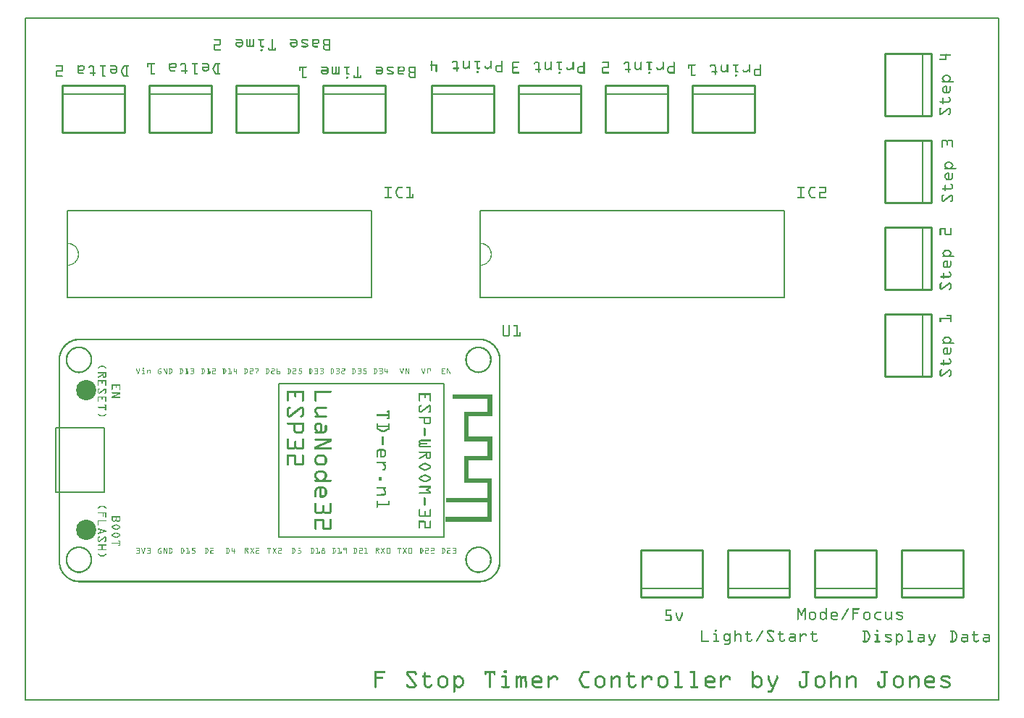
<source format=gto>
G04 MADE WITH FRITZING*
G04 WWW.FRITZING.ORG*
G04 DOUBLE SIDED*
G04 HOLES PLATED*
G04 CONTOUR ON CENTER OF CONTOUR VECTOR*
%ASAXBY*%
%FSLAX23Y23*%
%MOIN*%
%OFA0B0*%
%SFA1.0B1.0*%
%ADD10C,0.093181*%
%ADD11R,1.405916X0.405916X1.394084X0.394084*%
%ADD12C,0.005916*%
%ADD13R,4.488200X3.149610X4.472200X3.133610*%
%ADD14C,0.008000*%
%ADD15R,0.232295X0.305790X0.216647X0.290142*%
%ADD16C,0.007824*%
%ADD17R,0.769713X0.714466X0.754065X0.698818*%
%ADD18C,0.010000*%
%ADD19C,0.005000*%
%ADD20R,0.001000X0.001000*%
%LNSILK1*%
G90*
G70*
G54D10*
X285Y787D03*
X285Y1431D03*
G54D12*
X198Y2257D02*
X1598Y2257D01*
X1598Y1857D01*
X198Y1857D01*
X198Y2257D01*
D02*
G54D14*
X4Y3146D02*
X4484Y3146D01*
X4484Y4D01*
X4Y4D01*
X4Y3146D01*
D02*
G54D12*
X2098Y2257D02*
X3498Y2257D01*
X3498Y1857D01*
X2098Y1857D01*
X2098Y2257D01*
D02*
G54D16*
X143Y1259D02*
X367Y1259D01*
X367Y961D01*
X143Y961D01*
X143Y1259D01*
D02*
X1170Y1462D02*
X1932Y1462D01*
X1932Y755D01*
X1170Y755D01*
X1170Y1462D01*
D02*
G54D18*
X3522Y695D02*
X3237Y695D01*
D02*
X3237Y695D02*
X3237Y479D01*
D02*
X3237Y479D02*
X3522Y479D01*
D02*
X3522Y479D02*
X3522Y695D01*
G54D19*
D02*
X3237Y519D02*
X3522Y519D01*
G54D18*
D02*
X3922Y695D02*
X3637Y695D01*
D02*
X3637Y695D02*
X3637Y479D01*
D02*
X3637Y479D02*
X3922Y479D01*
D02*
X3922Y479D02*
X3922Y695D01*
G54D19*
D02*
X3637Y519D02*
X3922Y519D01*
G54D18*
D02*
X3122Y695D02*
X2837Y695D01*
D02*
X2837Y695D02*
X2837Y479D01*
D02*
X2837Y479D02*
X3122Y479D01*
D02*
X3122Y479D02*
X3122Y695D01*
G54D19*
D02*
X2837Y519D02*
X3122Y519D01*
G54D18*
D02*
X4322Y695D02*
X4037Y695D01*
D02*
X4037Y695D02*
X4037Y479D01*
D02*
X4037Y479D02*
X4322Y479D01*
D02*
X4322Y479D02*
X4322Y695D01*
G54D19*
D02*
X4037Y519D02*
X4322Y519D01*
G54D18*
D02*
X3960Y2981D02*
X3960Y2695D01*
D02*
X3960Y2695D02*
X4176Y2695D01*
D02*
X4176Y2695D02*
X4176Y2981D01*
D02*
X4176Y2981D02*
X3960Y2981D01*
G54D19*
D02*
X4136Y2695D02*
X4136Y2981D01*
G54D18*
D02*
X3960Y2581D02*
X3960Y2295D01*
D02*
X3960Y2295D02*
X4176Y2295D01*
D02*
X4176Y2295D02*
X4176Y2581D01*
D02*
X4176Y2581D02*
X3960Y2581D01*
G54D19*
D02*
X4136Y2295D02*
X4136Y2581D01*
G54D18*
D02*
X3960Y2181D02*
X3960Y1895D01*
D02*
X3960Y1895D02*
X4176Y1895D01*
D02*
X4176Y1895D02*
X4176Y2181D01*
D02*
X4176Y2181D02*
X3960Y2181D01*
G54D19*
D02*
X4136Y1895D02*
X4136Y2181D01*
G54D18*
D02*
X3960Y1781D02*
X3960Y1495D01*
D02*
X3960Y1495D02*
X4176Y1495D01*
D02*
X4176Y1495D02*
X4176Y1781D01*
D02*
X4176Y1781D02*
X3960Y1781D01*
G54D19*
D02*
X4136Y1495D02*
X4136Y1781D01*
G54D18*
D02*
X1874Y2619D02*
X2160Y2619D01*
D02*
X2160Y2619D02*
X2160Y2835D01*
D02*
X2160Y2835D02*
X1874Y2835D01*
D02*
X1874Y2835D02*
X1874Y2619D01*
G54D19*
D02*
X2160Y2795D02*
X1874Y2795D01*
G54D18*
D02*
X2274Y2619D02*
X2560Y2619D01*
D02*
X2560Y2619D02*
X2560Y2835D01*
D02*
X2560Y2835D02*
X2274Y2835D01*
D02*
X2274Y2835D02*
X2274Y2619D01*
G54D19*
D02*
X2560Y2795D02*
X2274Y2795D01*
G54D18*
D02*
X2674Y2619D02*
X2960Y2619D01*
D02*
X2960Y2619D02*
X2960Y2835D01*
D02*
X2960Y2835D02*
X2674Y2835D01*
D02*
X2674Y2835D02*
X2674Y2619D01*
G54D19*
D02*
X2960Y2795D02*
X2674Y2795D01*
G54D18*
D02*
X3074Y2619D02*
X3360Y2619D01*
D02*
X3360Y2619D02*
X3360Y2835D01*
D02*
X3360Y2835D02*
X3074Y2835D01*
D02*
X3074Y2835D02*
X3074Y2619D01*
G54D19*
D02*
X3360Y2795D02*
X3074Y2795D01*
G54D18*
D02*
X174Y2619D02*
X460Y2619D01*
D02*
X460Y2619D02*
X460Y2835D01*
D02*
X460Y2835D02*
X174Y2835D01*
D02*
X174Y2835D02*
X174Y2619D01*
G54D19*
D02*
X460Y2795D02*
X174Y2795D01*
G54D18*
D02*
X574Y2619D02*
X860Y2619D01*
D02*
X860Y2619D02*
X860Y2835D01*
D02*
X860Y2835D02*
X574Y2835D01*
D02*
X574Y2835D02*
X574Y2619D01*
G54D19*
D02*
X860Y2795D02*
X574Y2795D01*
G54D18*
D02*
X974Y2619D02*
X1260Y2619D01*
D02*
X1260Y2619D02*
X1260Y2835D01*
D02*
X1260Y2835D02*
X974Y2835D01*
D02*
X974Y2835D02*
X974Y2619D01*
G54D19*
D02*
X1260Y2795D02*
X974Y2795D01*
G54D18*
D02*
X1374Y2619D02*
X1660Y2619D01*
D02*
X1660Y2619D02*
X1660Y2835D01*
D02*
X1660Y2835D02*
X1374Y2835D01*
D02*
X1374Y2835D02*
X1374Y2619D01*
G54D19*
D02*
X1660Y2795D02*
X1374Y2795D01*
G54D20*
X874Y3049D02*
X905Y3049D01*
X974Y3049D02*
X996Y3049D01*
X1024Y3049D02*
X1026Y3049D01*
X1038Y3049D02*
X1040Y3049D01*
X1053Y3049D02*
X1055Y3049D01*
X1078Y3049D02*
X1101Y3049D01*
X1139Y3049D02*
X1141Y3049D01*
X1225Y3049D02*
X1247Y3049D01*
X1282Y3049D02*
X1299Y3049D01*
X1326Y3049D02*
X1328Y3049D01*
X1336Y3049D02*
X1350Y3049D01*
X1385Y3049D02*
X1407Y3049D01*
X873Y3048D02*
X905Y3048D01*
X973Y3048D02*
X998Y3048D01*
X1023Y3048D02*
X1027Y3048D01*
X1037Y3048D02*
X1042Y3048D01*
X1051Y3048D02*
X1056Y3048D01*
X1077Y3048D02*
X1102Y3048D01*
X1138Y3048D02*
X1142Y3048D01*
X1224Y3048D02*
X1249Y3048D01*
X1279Y3048D02*
X1302Y3048D01*
X1324Y3048D02*
X1329Y3048D01*
X1334Y3048D02*
X1352Y3048D01*
X1382Y3048D02*
X1408Y3048D01*
X872Y3047D02*
X905Y3047D01*
X973Y3047D02*
X999Y3047D01*
X1022Y3047D02*
X1028Y3047D01*
X1037Y3047D02*
X1042Y3047D01*
X1051Y3047D02*
X1056Y3047D01*
X1076Y3047D02*
X1103Y3047D01*
X1137Y3047D02*
X1143Y3047D01*
X1224Y3047D02*
X1250Y3047D01*
X1278Y3047D02*
X1304Y3047D01*
X1324Y3047D02*
X1329Y3047D01*
X1332Y3047D02*
X1353Y3047D01*
X1380Y3047D02*
X1408Y3047D01*
X872Y3046D02*
X905Y3046D01*
X972Y3046D02*
X1001Y3046D01*
X1022Y3046D02*
X1028Y3046D01*
X1036Y3046D02*
X1042Y3046D01*
X1051Y3046D02*
X1057Y3046D01*
X1076Y3046D02*
X1103Y3046D01*
X1137Y3046D02*
X1143Y3046D01*
X1223Y3046D02*
X1252Y3046D01*
X1277Y3046D02*
X1305Y3046D01*
X1324Y3046D02*
X1354Y3046D01*
X1379Y3046D02*
X1408Y3046D01*
X872Y3045D02*
X905Y3045D01*
X972Y3045D02*
X1002Y3045D01*
X1022Y3045D02*
X1028Y3045D01*
X1036Y3045D02*
X1042Y3045D01*
X1051Y3045D02*
X1057Y3045D01*
X1076Y3045D02*
X1103Y3045D01*
X1137Y3045D02*
X1143Y3045D01*
X1223Y3045D02*
X1253Y3045D01*
X1276Y3045D02*
X1306Y3045D01*
X1324Y3045D02*
X1355Y3045D01*
X1378Y3045D02*
X1408Y3045D01*
X872Y3044D02*
X905Y3044D01*
X973Y3044D02*
X1003Y3044D01*
X1022Y3044D02*
X1028Y3044D01*
X1036Y3044D02*
X1042Y3044D01*
X1051Y3044D02*
X1057Y3044D01*
X1077Y3044D02*
X1102Y3044D01*
X1137Y3044D02*
X1143Y3044D01*
X1224Y3044D02*
X1254Y3044D01*
X1275Y3044D02*
X1307Y3044D01*
X1324Y3044D02*
X1356Y3044D01*
X1377Y3044D02*
X1408Y3044D01*
X874Y3043D02*
X905Y3043D01*
X974Y3043D02*
X1004Y3043D01*
X1022Y3043D02*
X1028Y3043D01*
X1036Y3043D02*
X1042Y3043D01*
X1051Y3043D02*
X1057Y3043D01*
X1078Y3043D02*
X1101Y3043D01*
X1137Y3043D02*
X1143Y3043D01*
X1225Y3043D02*
X1255Y3043D01*
X1274Y3043D02*
X1307Y3043D01*
X1324Y3043D02*
X1356Y3043D01*
X1376Y3043D02*
X1408Y3043D01*
X899Y3042D02*
X905Y3042D01*
X995Y3042D02*
X1004Y3042D01*
X1022Y3042D02*
X1028Y3042D01*
X1036Y3042D02*
X1042Y3042D01*
X1051Y3042D02*
X1057Y3042D01*
X1086Y3042D02*
X1093Y3042D01*
X1137Y3042D02*
X1143Y3042D01*
X1246Y3042D02*
X1255Y3042D01*
X1274Y3042D02*
X1282Y3042D01*
X1300Y3042D02*
X1307Y3042D01*
X1324Y3042D02*
X1336Y3042D01*
X1350Y3042D02*
X1357Y3042D01*
X1376Y3042D02*
X1385Y3042D01*
X1401Y3042D02*
X1408Y3042D01*
X899Y3041D02*
X905Y3041D01*
X997Y3041D02*
X1005Y3041D01*
X1022Y3041D02*
X1028Y3041D01*
X1036Y3041D02*
X1042Y3041D01*
X1051Y3041D02*
X1057Y3041D01*
X1086Y3041D02*
X1092Y3041D01*
X1137Y3041D02*
X1143Y3041D01*
X1248Y3041D02*
X1256Y3041D01*
X1274Y3041D02*
X1281Y3041D01*
X1301Y3041D02*
X1306Y3041D01*
X1324Y3041D02*
X1334Y3041D01*
X1351Y3041D02*
X1357Y3041D01*
X1375Y3041D02*
X1383Y3041D01*
X1402Y3041D02*
X1408Y3041D01*
X899Y3040D02*
X905Y3040D01*
X998Y3040D02*
X1005Y3040D01*
X1022Y3040D02*
X1028Y3040D01*
X1036Y3040D02*
X1042Y3040D01*
X1051Y3040D02*
X1057Y3040D01*
X1086Y3040D02*
X1092Y3040D01*
X1137Y3040D02*
X1143Y3040D01*
X1249Y3040D02*
X1256Y3040D01*
X1274Y3040D02*
X1280Y3040D01*
X1303Y3040D02*
X1305Y3040D01*
X1324Y3040D02*
X1333Y3040D01*
X1352Y3040D02*
X1357Y3040D01*
X1375Y3040D02*
X1382Y3040D01*
X1402Y3040D02*
X1408Y3040D01*
X899Y3039D02*
X905Y3039D01*
X999Y3039D02*
X1006Y3039D01*
X1022Y3039D02*
X1028Y3039D01*
X1036Y3039D02*
X1042Y3039D01*
X1051Y3039D02*
X1057Y3039D01*
X1086Y3039D02*
X1092Y3039D01*
X1137Y3039D02*
X1143Y3039D01*
X1250Y3039D02*
X1257Y3039D01*
X1274Y3039D02*
X1280Y3039D01*
X1324Y3039D02*
X1331Y3039D01*
X1352Y3039D02*
X1357Y3039D01*
X1375Y3039D02*
X1381Y3039D01*
X1402Y3039D02*
X1408Y3039D01*
X899Y3038D02*
X905Y3038D01*
X999Y3038D02*
X1006Y3038D01*
X1022Y3038D02*
X1028Y3038D01*
X1036Y3038D02*
X1042Y3038D01*
X1051Y3038D02*
X1057Y3038D01*
X1086Y3038D02*
X1092Y3038D01*
X1137Y3038D02*
X1143Y3038D01*
X1251Y3038D02*
X1257Y3038D01*
X1274Y3038D02*
X1280Y3038D01*
X1324Y3038D02*
X1330Y3038D01*
X1352Y3038D02*
X1357Y3038D01*
X1374Y3038D02*
X1381Y3038D01*
X1402Y3038D02*
X1408Y3038D01*
X899Y3037D02*
X905Y3037D01*
X1000Y3037D02*
X1006Y3037D01*
X1022Y3037D02*
X1028Y3037D01*
X1036Y3037D02*
X1042Y3037D01*
X1051Y3037D02*
X1057Y3037D01*
X1086Y3037D02*
X1092Y3037D01*
X1137Y3037D02*
X1143Y3037D01*
X1251Y3037D02*
X1257Y3037D01*
X1274Y3037D02*
X1280Y3037D01*
X1324Y3037D02*
X1330Y3037D01*
X1352Y3037D02*
X1357Y3037D01*
X1374Y3037D02*
X1380Y3037D01*
X1402Y3037D02*
X1408Y3037D01*
X899Y3036D02*
X905Y3036D01*
X1000Y3036D02*
X1006Y3036D01*
X1022Y3036D02*
X1028Y3036D01*
X1036Y3036D02*
X1042Y3036D01*
X1051Y3036D02*
X1057Y3036D01*
X1086Y3036D02*
X1092Y3036D01*
X1137Y3036D02*
X1143Y3036D01*
X1251Y3036D02*
X1257Y3036D01*
X1274Y3036D02*
X1281Y3036D01*
X1324Y3036D02*
X1330Y3036D01*
X1352Y3036D02*
X1357Y3036D01*
X1374Y3036D02*
X1380Y3036D01*
X1402Y3036D02*
X1408Y3036D01*
X899Y3035D02*
X905Y3035D01*
X1000Y3035D02*
X1006Y3035D01*
X1022Y3035D02*
X1028Y3035D01*
X1036Y3035D02*
X1042Y3035D01*
X1051Y3035D02*
X1057Y3035D01*
X1086Y3035D02*
X1092Y3035D01*
X1137Y3035D02*
X1143Y3035D01*
X1251Y3035D02*
X1257Y3035D01*
X1274Y3035D02*
X1283Y3035D01*
X1324Y3035D02*
X1330Y3035D01*
X1352Y3035D02*
X1357Y3035D01*
X1374Y3035D02*
X1380Y3035D01*
X1402Y3035D02*
X1408Y3035D01*
X899Y3034D02*
X905Y3034D01*
X1000Y3034D02*
X1006Y3034D01*
X1022Y3034D02*
X1028Y3034D01*
X1036Y3034D02*
X1042Y3034D01*
X1051Y3034D02*
X1057Y3034D01*
X1086Y3034D02*
X1092Y3034D01*
X1137Y3034D02*
X1143Y3034D01*
X1251Y3034D02*
X1257Y3034D01*
X1275Y3034D02*
X1285Y3034D01*
X1324Y3034D02*
X1330Y3034D01*
X1351Y3034D02*
X1357Y3034D01*
X1374Y3034D02*
X1380Y3034D01*
X1402Y3034D02*
X1408Y3034D01*
X899Y3033D02*
X905Y3033D01*
X975Y3033D02*
X1006Y3033D01*
X1022Y3033D02*
X1028Y3033D01*
X1036Y3033D02*
X1042Y3033D01*
X1051Y3033D02*
X1057Y3033D01*
X1086Y3033D02*
X1092Y3033D01*
X1137Y3033D02*
X1143Y3033D01*
X1226Y3033D02*
X1257Y3033D01*
X1275Y3033D02*
X1287Y3033D01*
X1324Y3033D02*
X1330Y3033D01*
X1351Y3033D02*
X1357Y3033D01*
X1374Y3033D02*
X1380Y3033D01*
X1402Y3033D02*
X1408Y3033D01*
X899Y3032D02*
X905Y3032D01*
X973Y3032D02*
X1006Y3032D01*
X1022Y3032D02*
X1028Y3032D01*
X1036Y3032D02*
X1042Y3032D01*
X1051Y3032D02*
X1057Y3032D01*
X1086Y3032D02*
X1092Y3032D01*
X1137Y3032D02*
X1143Y3032D01*
X1224Y3032D02*
X1257Y3032D01*
X1276Y3032D02*
X1289Y3032D01*
X1324Y3032D02*
X1331Y3032D01*
X1350Y3032D02*
X1357Y3032D01*
X1374Y3032D02*
X1380Y3032D01*
X1402Y3032D02*
X1408Y3032D01*
X899Y3031D02*
X905Y3031D01*
X973Y3031D02*
X1006Y3031D01*
X1022Y3031D02*
X1028Y3031D01*
X1036Y3031D02*
X1042Y3031D01*
X1051Y3031D02*
X1057Y3031D01*
X1086Y3031D02*
X1092Y3031D01*
X1137Y3031D02*
X1143Y3031D01*
X1224Y3031D02*
X1257Y3031D01*
X1277Y3031D02*
X1292Y3031D01*
X1324Y3031D02*
X1356Y3031D01*
X1374Y3031D02*
X1380Y3031D01*
X1402Y3031D02*
X1408Y3031D01*
X899Y3030D02*
X905Y3030D01*
X972Y3030D02*
X1006Y3030D01*
X1022Y3030D02*
X1028Y3030D01*
X1036Y3030D02*
X1042Y3030D01*
X1051Y3030D02*
X1057Y3030D01*
X1086Y3030D02*
X1092Y3030D01*
X1137Y3030D02*
X1143Y3030D01*
X1223Y3030D02*
X1257Y3030D01*
X1278Y3030D02*
X1294Y3030D01*
X1324Y3030D02*
X1356Y3030D01*
X1374Y3030D02*
X1381Y3030D01*
X1402Y3030D02*
X1408Y3030D01*
X899Y3029D02*
X905Y3029D01*
X972Y3029D02*
X1006Y3029D01*
X1022Y3029D02*
X1028Y3029D01*
X1036Y3029D02*
X1042Y3029D01*
X1051Y3029D02*
X1057Y3029D01*
X1086Y3029D02*
X1092Y3029D01*
X1137Y3029D02*
X1143Y3029D01*
X1223Y3029D02*
X1257Y3029D01*
X1280Y3029D02*
X1296Y3029D01*
X1324Y3029D02*
X1355Y3029D01*
X1375Y3029D02*
X1381Y3029D01*
X1402Y3029D02*
X1408Y3029D01*
X899Y3028D02*
X905Y3028D01*
X972Y3028D02*
X1006Y3028D01*
X1022Y3028D02*
X1028Y3028D01*
X1036Y3028D02*
X1042Y3028D01*
X1051Y3028D02*
X1057Y3028D01*
X1086Y3028D02*
X1092Y3028D01*
X1137Y3028D02*
X1143Y3028D01*
X1223Y3028D02*
X1257Y3028D01*
X1282Y3028D02*
X1299Y3028D01*
X1324Y3028D02*
X1354Y3028D01*
X1375Y3028D02*
X1382Y3028D01*
X1402Y3028D02*
X1408Y3028D01*
X899Y3027D02*
X905Y3027D01*
X972Y3027D02*
X1006Y3027D01*
X1022Y3027D02*
X1028Y3027D01*
X1036Y3027D02*
X1042Y3027D01*
X1051Y3027D02*
X1057Y3027D01*
X1086Y3027D02*
X1092Y3027D01*
X1137Y3027D02*
X1143Y3027D01*
X1223Y3027D02*
X1257Y3027D01*
X1284Y3027D02*
X1301Y3027D01*
X1324Y3027D02*
X1353Y3027D01*
X1375Y3027D02*
X1383Y3027D01*
X1402Y3027D02*
X1408Y3027D01*
X899Y3026D02*
X905Y3026D01*
X972Y3026D02*
X978Y3026D01*
X1000Y3026D02*
X1006Y3026D01*
X1022Y3026D02*
X1028Y3026D01*
X1036Y3026D02*
X1042Y3026D01*
X1051Y3026D02*
X1057Y3026D01*
X1086Y3026D02*
X1092Y3026D01*
X1137Y3026D02*
X1143Y3026D01*
X1223Y3026D02*
X1229Y3026D01*
X1251Y3026D02*
X1257Y3026D01*
X1287Y3026D02*
X1303Y3026D01*
X1324Y3026D02*
X1352Y3026D01*
X1376Y3026D02*
X1385Y3026D01*
X1401Y3026D02*
X1408Y3026D01*
X876Y3025D02*
X905Y3025D01*
X972Y3025D02*
X978Y3025D01*
X1000Y3025D02*
X1006Y3025D01*
X1022Y3025D02*
X1028Y3025D01*
X1036Y3025D02*
X1042Y3025D01*
X1051Y3025D02*
X1057Y3025D01*
X1086Y3025D02*
X1092Y3025D01*
X1137Y3025D02*
X1143Y3025D01*
X1223Y3025D02*
X1229Y3025D01*
X1251Y3025D02*
X1257Y3025D01*
X1289Y3025D02*
X1304Y3025D01*
X1324Y3025D02*
X1330Y3025D01*
X1332Y3025D02*
X1349Y3025D01*
X1376Y3025D02*
X1408Y3025D01*
X874Y3024D02*
X905Y3024D01*
X972Y3024D02*
X978Y3024D01*
X1000Y3024D02*
X1006Y3024D01*
X1022Y3024D02*
X1028Y3024D01*
X1036Y3024D02*
X1042Y3024D01*
X1051Y3024D02*
X1057Y3024D01*
X1086Y3024D02*
X1092Y3024D01*
X1137Y3024D02*
X1143Y3024D01*
X1223Y3024D02*
X1229Y3024D01*
X1251Y3024D02*
X1257Y3024D01*
X1291Y3024D02*
X1304Y3024D01*
X1324Y3024D02*
X1330Y3024D01*
X1377Y3024D02*
X1408Y3024D01*
X873Y3023D02*
X905Y3023D01*
X972Y3023D02*
X978Y3023D01*
X1000Y3023D02*
X1006Y3023D01*
X1022Y3023D02*
X1028Y3023D01*
X1036Y3023D02*
X1042Y3023D01*
X1051Y3023D02*
X1057Y3023D01*
X1086Y3023D02*
X1092Y3023D01*
X1137Y3023D02*
X1143Y3023D01*
X1223Y3023D02*
X1229Y3023D01*
X1251Y3023D02*
X1257Y3023D01*
X1294Y3023D02*
X1305Y3023D01*
X1324Y3023D02*
X1330Y3023D01*
X1378Y3023D02*
X1408Y3023D01*
X873Y3022D02*
X904Y3022D01*
X972Y3022D02*
X978Y3022D01*
X1000Y3022D02*
X1006Y3022D01*
X1022Y3022D02*
X1028Y3022D01*
X1036Y3022D02*
X1042Y3022D01*
X1051Y3022D02*
X1057Y3022D01*
X1086Y3022D02*
X1092Y3022D01*
X1137Y3022D02*
X1143Y3022D01*
X1223Y3022D02*
X1229Y3022D01*
X1251Y3022D02*
X1257Y3022D01*
X1296Y3022D02*
X1306Y3022D01*
X1324Y3022D02*
X1330Y3022D01*
X1379Y3022D02*
X1408Y3022D01*
X872Y3021D02*
X903Y3021D01*
X972Y3021D02*
X979Y3021D01*
X999Y3021D02*
X1006Y3021D01*
X1022Y3021D02*
X1028Y3021D01*
X1036Y3021D02*
X1042Y3021D01*
X1050Y3021D02*
X1057Y3021D01*
X1086Y3021D02*
X1092Y3021D01*
X1137Y3021D02*
X1143Y3021D01*
X1223Y3021D02*
X1230Y3021D01*
X1250Y3021D02*
X1257Y3021D01*
X1298Y3021D02*
X1306Y3021D01*
X1324Y3021D02*
X1330Y3021D01*
X1378Y3021D02*
X1408Y3021D01*
X872Y3020D02*
X902Y3020D01*
X973Y3020D02*
X979Y3020D01*
X999Y3020D02*
X1005Y3020D01*
X1022Y3020D02*
X1028Y3020D01*
X1035Y3020D02*
X1042Y3020D01*
X1049Y3020D02*
X1057Y3020D01*
X1086Y3020D02*
X1092Y3020D01*
X1137Y3020D02*
X1143Y3020D01*
X1224Y3020D02*
X1230Y3020D01*
X1250Y3020D02*
X1256Y3020D01*
X1300Y3020D02*
X1306Y3020D01*
X1324Y3020D02*
X1330Y3020D01*
X1377Y3020D02*
X1408Y3020D01*
X872Y3019D02*
X900Y3019D01*
X973Y3019D02*
X980Y3019D01*
X998Y3019D02*
X1005Y3019D01*
X1022Y3019D02*
X1028Y3019D01*
X1033Y3019D02*
X1042Y3019D01*
X1048Y3019D02*
X1057Y3019D01*
X1086Y3019D02*
X1092Y3019D01*
X1137Y3019D02*
X1143Y3019D01*
X1224Y3019D02*
X1231Y3019D01*
X1249Y3019D02*
X1256Y3019D01*
X1276Y3019D02*
X1279Y3019D01*
X1300Y3019D02*
X1306Y3019D01*
X1324Y3019D02*
X1330Y3019D01*
X1376Y3019D02*
X1408Y3019D01*
X872Y3018D02*
X878Y3018D01*
X973Y3018D02*
X981Y3018D01*
X996Y3018D02*
X1005Y3018D01*
X1022Y3018D02*
X1028Y3018D01*
X1032Y3018D02*
X1042Y3018D01*
X1047Y3018D02*
X1057Y3018D01*
X1086Y3018D02*
X1092Y3018D01*
X1137Y3018D02*
X1143Y3018D01*
X1224Y3018D02*
X1233Y3018D01*
X1247Y3018D02*
X1256Y3018D01*
X1275Y3018D02*
X1280Y3018D01*
X1300Y3018D02*
X1306Y3018D01*
X1324Y3018D02*
X1331Y3018D01*
X1375Y3018D02*
X1384Y3018D01*
X1402Y3018D02*
X1408Y3018D01*
X872Y3017D02*
X878Y3017D01*
X974Y3017D02*
X984Y3017D01*
X994Y3017D02*
X1004Y3017D01*
X1022Y3017D02*
X1057Y3017D01*
X1086Y3017D02*
X1093Y3017D01*
X1137Y3017D02*
X1143Y3017D01*
X1225Y3017D02*
X1235Y3017D01*
X1245Y3017D02*
X1255Y3017D01*
X1274Y3017D02*
X1282Y3017D01*
X1299Y3017D02*
X1306Y3017D01*
X1324Y3017D02*
X1332Y3017D01*
X1375Y3017D02*
X1383Y3017D01*
X1402Y3017D02*
X1408Y3017D01*
X872Y3016D02*
X878Y3016D01*
X975Y3016D02*
X1003Y3016D01*
X1023Y3016D02*
X1057Y3016D01*
X1086Y3016D02*
X1102Y3016D01*
X1137Y3016D02*
X1143Y3016D01*
X1226Y3016D02*
X1254Y3016D01*
X1274Y3016D02*
X1306Y3016D01*
X1325Y3016D02*
X1351Y3016D01*
X1375Y3016D02*
X1382Y3016D01*
X1402Y3016D02*
X1408Y3016D01*
X872Y3015D02*
X878Y3015D01*
X976Y3015D02*
X1003Y3015D01*
X1023Y3015D02*
X1057Y3015D01*
X1086Y3015D02*
X1102Y3015D01*
X1137Y3015D02*
X1143Y3015D01*
X1227Y3015D02*
X1254Y3015D01*
X1275Y3015D02*
X1305Y3015D01*
X1325Y3015D02*
X1352Y3015D01*
X1374Y3015D02*
X1381Y3015D01*
X1402Y3015D02*
X1408Y3015D01*
X872Y3014D02*
X878Y3014D01*
X976Y3014D02*
X1002Y3014D01*
X1023Y3014D02*
X1057Y3014D01*
X1086Y3014D02*
X1103Y3014D01*
X1137Y3014D02*
X1143Y3014D01*
X1227Y3014D02*
X1253Y3014D01*
X1275Y3014D02*
X1305Y3014D01*
X1326Y3014D02*
X1352Y3014D01*
X1374Y3014D02*
X1380Y3014D01*
X1402Y3014D02*
X1408Y3014D01*
X872Y3013D02*
X878Y3013D01*
X978Y3013D02*
X1000Y3013D01*
X1024Y3013D02*
X1036Y3013D01*
X1039Y3013D02*
X1057Y3013D01*
X1087Y3013D02*
X1103Y3013D01*
X1137Y3013D02*
X1143Y3013D01*
X1229Y3013D02*
X1251Y3013D01*
X1276Y3013D02*
X1304Y3013D01*
X1327Y3013D02*
X1352Y3013D01*
X1374Y3013D02*
X1380Y3013D01*
X1402Y3013D02*
X1408Y3013D01*
X872Y3012D02*
X878Y3012D01*
X979Y3012D02*
X999Y3012D01*
X1025Y3012D02*
X1035Y3012D01*
X1039Y3012D02*
X1049Y3012D01*
X1051Y3012D02*
X1056Y3012D01*
X1087Y3012D02*
X1102Y3012D01*
X1137Y3012D02*
X1143Y3012D01*
X1230Y3012D02*
X1250Y3012D01*
X1277Y3012D02*
X1303Y3012D01*
X1328Y3012D02*
X1352Y3012D01*
X1374Y3012D02*
X1380Y3012D01*
X1402Y3012D02*
X1408Y3012D01*
X872Y3011D02*
X878Y3011D01*
X981Y3011D02*
X997Y3011D01*
X1027Y3011D02*
X1033Y3011D01*
X1041Y3011D02*
X1048Y3011D01*
X1052Y3011D02*
X1056Y3011D01*
X1088Y3011D02*
X1102Y3011D01*
X1137Y3011D02*
X1143Y3011D01*
X1232Y3011D02*
X1248Y3011D01*
X1279Y3011D02*
X1301Y3011D01*
X1330Y3011D02*
X1351Y3011D01*
X1374Y3011D02*
X1380Y3011D01*
X1402Y3011D02*
X1408Y3011D01*
X872Y3010D02*
X878Y3010D01*
X985Y3010D02*
X993Y3010D01*
X1044Y3010D02*
X1044Y3010D01*
X1090Y3010D02*
X1100Y3010D01*
X1137Y3010D02*
X1143Y3010D01*
X1236Y3010D02*
X1244Y3010D01*
X1283Y3010D02*
X1298Y3010D01*
X1334Y3010D02*
X1349Y3010D01*
X1374Y3010D02*
X1380Y3010D01*
X1402Y3010D02*
X1408Y3010D01*
X872Y3009D02*
X878Y3009D01*
X1137Y3009D02*
X1143Y3009D01*
X1374Y3009D02*
X1380Y3009D01*
X1402Y3009D02*
X1408Y3009D01*
X872Y3008D02*
X878Y3008D01*
X1125Y3008D02*
X1126Y3008D01*
X1137Y3008D02*
X1143Y3008D01*
X1154Y3008D02*
X1154Y3008D01*
X1374Y3008D02*
X1380Y3008D01*
X1402Y3008D02*
X1408Y3008D01*
X872Y3007D02*
X878Y3007D01*
X1123Y3007D02*
X1127Y3007D01*
X1137Y3007D02*
X1143Y3007D01*
X1152Y3007D02*
X1156Y3007D01*
X1374Y3007D02*
X1380Y3007D01*
X1402Y3007D02*
X1408Y3007D01*
X872Y3006D02*
X878Y3006D01*
X1123Y3006D02*
X1128Y3006D01*
X1137Y3006D02*
X1143Y3006D01*
X1152Y3006D02*
X1157Y3006D01*
X1374Y3006D02*
X1381Y3006D01*
X1402Y3006D02*
X1408Y3006D01*
X872Y3005D02*
X878Y3005D01*
X1122Y3005D02*
X1128Y3005D01*
X1137Y3005D02*
X1143Y3005D01*
X1151Y3005D02*
X1157Y3005D01*
X1375Y3005D02*
X1382Y3005D01*
X1402Y3005D02*
X1408Y3005D01*
X872Y3004D02*
X878Y3004D01*
X1122Y3004D02*
X1128Y3004D01*
X1137Y3004D02*
X1143Y3004D01*
X1151Y3004D02*
X1157Y3004D01*
X1375Y3004D02*
X1382Y3004D01*
X1402Y3004D02*
X1408Y3004D01*
X872Y3003D02*
X878Y3003D01*
X1122Y3003D02*
X1128Y3003D01*
X1137Y3003D02*
X1143Y3003D01*
X1151Y3003D02*
X1157Y3003D01*
X1376Y3003D02*
X1384Y3003D01*
X1402Y3003D02*
X1408Y3003D01*
X872Y3002D02*
X903Y3002D01*
X1089Y3002D02*
X1093Y3002D01*
X1122Y3002D02*
X1157Y3002D01*
X1376Y3002D02*
X1408Y3002D01*
X872Y3001D02*
X904Y3001D01*
X1087Y3001D02*
X1095Y3001D01*
X1122Y3001D02*
X1157Y3001D01*
X1377Y3001D02*
X1408Y3001D01*
X872Y3000D02*
X905Y3000D01*
X1087Y3000D02*
X1096Y3000D01*
X1122Y3000D02*
X1157Y3000D01*
X1378Y3000D02*
X1408Y3000D01*
X873Y2999D02*
X905Y2999D01*
X1087Y2999D02*
X1096Y2999D01*
X1122Y2999D02*
X1157Y2999D01*
X1378Y2999D02*
X1408Y2999D01*
X874Y2998D02*
X905Y2998D01*
X1086Y2998D02*
X1096Y2998D01*
X1122Y2998D02*
X1157Y2998D01*
X1380Y2998D02*
X1408Y2998D01*
X874Y2997D02*
X905Y2997D01*
X1086Y2997D02*
X1096Y2997D01*
X1123Y2997D02*
X1157Y2997D01*
X1381Y2997D02*
X1408Y2997D01*
X876Y2996D02*
X904Y2996D01*
X1086Y2996D02*
X1096Y2996D01*
X1124Y2996D02*
X1156Y2996D01*
X1384Y2996D02*
X1407Y2996D01*
X1087Y2995D02*
X1096Y2995D01*
X1087Y2994D02*
X1095Y2994D01*
X1088Y2993D02*
X1094Y2993D01*
X4242Y2982D02*
X4243Y2982D01*
X4240Y2981D02*
X4245Y2981D01*
X4240Y2980D02*
X4245Y2980D01*
X4239Y2979D02*
X4245Y2979D01*
X4219Y2978D02*
X4260Y2978D01*
X4217Y2977D02*
X4262Y2977D01*
X4216Y2976D02*
X4263Y2976D01*
X4216Y2975D02*
X4263Y2975D01*
X4216Y2974D02*
X4263Y2974D01*
X4216Y2973D02*
X4263Y2973D01*
X4217Y2972D02*
X4262Y2972D01*
X4239Y2971D02*
X4246Y2971D01*
X4239Y2970D02*
X4245Y2970D01*
X4239Y2969D02*
X4245Y2969D01*
X4239Y2968D02*
X4245Y2968D01*
X4239Y2967D02*
X4245Y2967D01*
X4239Y2966D02*
X4245Y2966D01*
X4239Y2965D02*
X4245Y2965D01*
X4239Y2964D02*
X4245Y2964D01*
X4239Y2963D02*
X4245Y2963D01*
X4239Y2962D02*
X4245Y2962D01*
X4239Y2961D02*
X4245Y2961D01*
X4239Y2960D02*
X4245Y2960D01*
X4239Y2959D02*
X4245Y2959D01*
X4239Y2958D02*
X4245Y2958D01*
X4212Y2957D02*
X4245Y2957D01*
X4211Y2956D02*
X4245Y2956D01*
X4210Y2955D02*
X4245Y2955D01*
X4210Y2954D02*
X4245Y2954D01*
X4210Y2953D02*
X4245Y2953D01*
X4211Y2952D02*
X4245Y2952D01*
X4212Y2951D02*
X4245Y2951D01*
X1874Y2949D02*
X1876Y2949D01*
X1975Y2949D02*
X1986Y2949D01*
X2020Y2949D02*
X2022Y2949D01*
X2046Y2949D02*
X2048Y2949D01*
X2073Y2949D02*
X2095Y2949D01*
X2147Y2949D02*
X2149Y2949D01*
X2197Y2949D02*
X2199Y2949D01*
X1873Y2948D02*
X1877Y2948D01*
X1972Y2948D02*
X1988Y2948D01*
X2018Y2948D02*
X2023Y2948D01*
X2045Y2948D02*
X2049Y2948D01*
X2072Y2948D02*
X2097Y2948D01*
X2146Y2948D02*
X2150Y2948D01*
X2196Y2948D02*
X2201Y2948D01*
X1872Y2947D02*
X1878Y2947D01*
X1971Y2947D02*
X1990Y2947D01*
X2018Y2947D02*
X2023Y2947D01*
X2045Y2947D02*
X2050Y2947D01*
X2071Y2947D02*
X2097Y2947D01*
X2145Y2947D02*
X2151Y2947D01*
X2196Y2947D02*
X2201Y2947D01*
X1872Y2946D02*
X1878Y2946D01*
X1970Y2946D02*
X1991Y2946D01*
X2018Y2946D02*
X2024Y2946D01*
X2044Y2946D02*
X2050Y2946D01*
X2071Y2946D02*
X2097Y2946D01*
X2145Y2946D02*
X2151Y2946D01*
X2195Y2946D02*
X2201Y2946D01*
X1872Y2945D02*
X1878Y2945D01*
X1969Y2945D02*
X1992Y2945D01*
X2018Y2945D02*
X2024Y2945D01*
X2044Y2945D02*
X2050Y2945D01*
X2071Y2945D02*
X2097Y2945D01*
X2145Y2945D02*
X2151Y2945D01*
X2195Y2945D02*
X2201Y2945D01*
X1872Y2944D02*
X1878Y2944D01*
X1968Y2944D02*
X1992Y2944D01*
X2018Y2944D02*
X2024Y2944D01*
X2044Y2944D02*
X2050Y2944D01*
X2071Y2944D02*
X2097Y2944D01*
X2145Y2944D02*
X2151Y2944D01*
X2195Y2944D02*
X2201Y2944D01*
X1872Y2943D02*
X1878Y2943D01*
X1968Y2943D02*
X1993Y2943D01*
X2018Y2943D02*
X2024Y2943D01*
X2044Y2943D02*
X2050Y2943D01*
X2072Y2943D02*
X2096Y2943D01*
X2145Y2943D02*
X2151Y2943D01*
X2195Y2943D02*
X2201Y2943D01*
X2248Y2943D02*
X2277Y2943D01*
X2351Y2943D02*
X2365Y2943D01*
X2397Y2943D02*
X2400Y2943D01*
X2423Y2943D02*
X2427Y2943D01*
X2450Y2943D02*
X2474Y2943D01*
X2524Y2943D02*
X2528Y2943D01*
X2575Y2943D02*
X2578Y2943D01*
X2660Y2943D02*
X2692Y2943D01*
X2765Y2943D02*
X2779Y2943D01*
X2811Y2943D02*
X2814Y2943D01*
X2837Y2943D02*
X2841Y2943D01*
X2864Y2943D02*
X2888Y2943D01*
X2938Y2943D02*
X2941Y2943D01*
X2988Y2943D02*
X2992Y2943D01*
X1872Y2942D02*
X1878Y2942D01*
X1967Y2942D02*
X1975Y2942D01*
X1986Y2942D02*
X1993Y2942D01*
X2018Y2942D02*
X2024Y2942D01*
X2044Y2942D02*
X2050Y2942D01*
X2081Y2942D02*
X2087Y2942D01*
X2145Y2942D02*
X2151Y2942D01*
X2195Y2942D02*
X2201Y2942D01*
X2247Y2942D02*
X2277Y2942D01*
X2349Y2942D02*
X2367Y2942D01*
X2396Y2942D02*
X2401Y2942D01*
X2423Y2942D02*
X2428Y2942D01*
X2449Y2942D02*
X2475Y2942D01*
X2523Y2942D02*
X2528Y2942D01*
X2574Y2942D02*
X2579Y2942D01*
X2659Y2942D02*
X2692Y2942D01*
X2763Y2942D02*
X2781Y2942D01*
X2810Y2942D02*
X2815Y2942D01*
X2836Y2942D02*
X2841Y2942D01*
X2863Y2942D02*
X2889Y2942D01*
X2937Y2942D02*
X2942Y2942D01*
X2988Y2942D02*
X2993Y2942D01*
X1872Y2941D02*
X1878Y2941D01*
X1967Y2941D02*
X1974Y2941D01*
X1987Y2941D02*
X1993Y2941D01*
X2018Y2941D02*
X2024Y2941D01*
X2044Y2941D02*
X2050Y2941D01*
X2081Y2941D02*
X2087Y2941D01*
X2145Y2941D02*
X2151Y2941D01*
X2195Y2941D02*
X2201Y2941D01*
X2246Y2941D02*
X2278Y2941D01*
X2348Y2941D02*
X2368Y2941D01*
X2396Y2941D02*
X2401Y2941D01*
X2422Y2941D02*
X2428Y2941D01*
X2449Y2941D02*
X2475Y2941D01*
X2523Y2941D02*
X2529Y2941D01*
X2573Y2941D02*
X2579Y2941D01*
X2658Y2941D02*
X2692Y2941D01*
X2762Y2941D02*
X2782Y2941D01*
X2809Y2941D02*
X2815Y2941D01*
X2836Y2941D02*
X2842Y2941D01*
X2863Y2941D02*
X2889Y2941D01*
X2937Y2941D02*
X2943Y2941D01*
X2987Y2941D02*
X2993Y2941D01*
X1872Y2940D02*
X1878Y2940D01*
X1967Y2940D02*
X1973Y2940D01*
X1987Y2940D02*
X1994Y2940D01*
X2018Y2940D02*
X2024Y2940D01*
X2044Y2940D02*
X2050Y2940D01*
X2081Y2940D02*
X2087Y2940D01*
X2145Y2940D02*
X2151Y2940D01*
X2195Y2940D02*
X2201Y2940D01*
X2245Y2940D02*
X2278Y2940D01*
X2347Y2940D02*
X2369Y2940D01*
X2395Y2940D02*
X2401Y2940D01*
X2422Y2940D02*
X2428Y2940D01*
X2449Y2940D02*
X2475Y2940D01*
X2523Y2940D02*
X2529Y2940D01*
X2573Y2940D02*
X2579Y2940D01*
X2658Y2940D02*
X2692Y2940D01*
X2761Y2940D02*
X2783Y2940D01*
X2809Y2940D02*
X2815Y2940D01*
X2836Y2940D02*
X2842Y2940D01*
X2863Y2940D02*
X2889Y2940D01*
X2937Y2940D02*
X2943Y2940D01*
X2987Y2940D02*
X2993Y2940D01*
X1872Y2939D02*
X1878Y2939D01*
X1967Y2939D02*
X1973Y2939D01*
X1988Y2939D02*
X1994Y2939D01*
X2018Y2939D02*
X2024Y2939D01*
X2044Y2939D02*
X2050Y2939D01*
X2081Y2939D02*
X2087Y2939D01*
X2145Y2939D02*
X2151Y2939D01*
X2195Y2939D02*
X2201Y2939D01*
X2245Y2939D02*
X2278Y2939D01*
X2347Y2939D02*
X2370Y2939D01*
X2395Y2939D02*
X2401Y2939D01*
X2422Y2939D02*
X2428Y2939D01*
X2449Y2939D02*
X2475Y2939D01*
X2523Y2939D02*
X2529Y2939D01*
X2573Y2939D02*
X2579Y2939D01*
X2658Y2939D02*
X2692Y2939D01*
X2760Y2939D02*
X2784Y2939D01*
X2809Y2939D02*
X2815Y2939D01*
X2836Y2939D02*
X2842Y2939D01*
X2863Y2939D02*
X2889Y2939D01*
X2937Y2939D02*
X2943Y2939D01*
X2987Y2939D02*
X2993Y2939D01*
X568Y2938D02*
X597Y2938D01*
X669Y2938D02*
X670Y2938D01*
X679Y2938D02*
X692Y2938D01*
X725Y2938D02*
X735Y2938D01*
X773Y2938D02*
X795Y2938D01*
X819Y2938D02*
X840Y2938D01*
X882Y2938D02*
X900Y2938D01*
X1872Y2938D02*
X1878Y2938D01*
X1968Y2938D02*
X1972Y2938D01*
X1988Y2938D02*
X1994Y2938D01*
X2018Y2938D02*
X2024Y2938D01*
X2044Y2938D02*
X2050Y2938D01*
X2081Y2938D02*
X2087Y2938D01*
X2145Y2938D02*
X2151Y2938D01*
X2195Y2938D02*
X2201Y2938D01*
X2244Y2938D02*
X2277Y2938D01*
X2346Y2938D02*
X2370Y2938D01*
X2395Y2938D02*
X2401Y2938D01*
X2422Y2938D02*
X2428Y2938D01*
X2450Y2938D02*
X2474Y2938D01*
X2523Y2938D02*
X2529Y2938D01*
X2573Y2938D02*
X2579Y2938D01*
X2659Y2938D02*
X2692Y2938D01*
X2760Y2938D02*
X2784Y2938D01*
X2809Y2938D02*
X2815Y2938D01*
X2836Y2938D02*
X2842Y2938D01*
X2863Y2938D02*
X2888Y2938D01*
X2937Y2938D02*
X2943Y2938D01*
X2987Y2938D02*
X2993Y2938D01*
X567Y2937D02*
X599Y2937D01*
X677Y2937D02*
X695Y2937D01*
X722Y2937D02*
X738Y2937D01*
X771Y2937D02*
X796Y2937D01*
X818Y2937D02*
X843Y2937D01*
X879Y2937D02*
X901Y2937D01*
X1872Y2937D02*
X1878Y2937D01*
X1969Y2937D02*
X1971Y2937D01*
X1988Y2937D02*
X1994Y2937D01*
X2018Y2937D02*
X2024Y2937D01*
X2044Y2937D02*
X2050Y2937D01*
X2081Y2937D02*
X2087Y2937D01*
X2145Y2937D02*
X2151Y2937D01*
X2195Y2937D02*
X2201Y2937D01*
X2244Y2937D02*
X2275Y2937D01*
X2345Y2937D02*
X2371Y2937D01*
X2395Y2937D02*
X2401Y2937D01*
X2422Y2937D02*
X2428Y2937D01*
X2451Y2937D02*
X2473Y2937D01*
X2523Y2937D02*
X2529Y2937D01*
X2573Y2937D02*
X2579Y2937D01*
X2661Y2937D02*
X2692Y2937D01*
X2759Y2937D02*
X2785Y2937D01*
X2809Y2937D02*
X2815Y2937D01*
X2836Y2937D02*
X2842Y2937D01*
X2865Y2937D02*
X2886Y2937D01*
X2937Y2937D02*
X2943Y2937D01*
X2987Y2937D02*
X2993Y2937D01*
X566Y2936D02*
X599Y2936D01*
X667Y2936D02*
X672Y2936D01*
X675Y2936D02*
X696Y2936D01*
X721Y2936D02*
X739Y2936D01*
X771Y2936D02*
X797Y2936D01*
X817Y2936D02*
X844Y2936D01*
X878Y2936D02*
X902Y2936D01*
X1872Y2936D02*
X1878Y2936D01*
X1988Y2936D02*
X1994Y2936D01*
X2018Y2936D02*
X2024Y2936D01*
X2044Y2936D02*
X2050Y2936D01*
X2081Y2936D02*
X2087Y2936D01*
X2145Y2936D02*
X2151Y2936D01*
X2195Y2936D02*
X2201Y2936D01*
X2244Y2936D02*
X2250Y2936D01*
X2345Y2936D02*
X2352Y2936D01*
X2364Y2936D02*
X2371Y2936D01*
X2395Y2936D02*
X2401Y2936D01*
X2422Y2936D02*
X2428Y2936D01*
X2459Y2936D02*
X2465Y2936D01*
X2523Y2936D02*
X2529Y2936D01*
X2573Y2936D02*
X2579Y2936D01*
X2686Y2936D02*
X2692Y2936D01*
X2759Y2936D02*
X2766Y2936D01*
X2778Y2936D02*
X2785Y2936D01*
X2809Y2936D02*
X2815Y2936D01*
X2836Y2936D02*
X2842Y2936D01*
X2873Y2936D02*
X2879Y2936D01*
X2937Y2936D02*
X2943Y2936D01*
X2987Y2936D02*
X2993Y2936D01*
X566Y2935D02*
X600Y2935D01*
X666Y2935D02*
X697Y2935D01*
X720Y2935D02*
X740Y2935D01*
X770Y2935D02*
X797Y2935D01*
X817Y2935D02*
X845Y2935D01*
X877Y2935D02*
X902Y2935D01*
X1872Y2935D02*
X1878Y2935D01*
X1988Y2935D02*
X1994Y2935D01*
X2018Y2935D02*
X2024Y2935D01*
X2044Y2935D02*
X2050Y2935D01*
X2081Y2935D02*
X2087Y2935D01*
X2145Y2935D02*
X2151Y2935D01*
X2195Y2935D02*
X2201Y2935D01*
X2244Y2935D02*
X2250Y2935D01*
X2345Y2935D02*
X2351Y2935D01*
X2365Y2935D02*
X2371Y2935D01*
X2395Y2935D02*
X2401Y2935D01*
X2422Y2935D02*
X2428Y2935D01*
X2459Y2935D02*
X2465Y2935D01*
X2523Y2935D02*
X2529Y2935D01*
X2573Y2935D02*
X2579Y2935D01*
X2686Y2935D02*
X2692Y2935D01*
X2759Y2935D02*
X2765Y2935D01*
X2779Y2935D02*
X2785Y2935D01*
X2809Y2935D02*
X2815Y2935D01*
X2836Y2935D02*
X2842Y2935D01*
X2873Y2935D02*
X2879Y2935D01*
X2937Y2935D02*
X2943Y2935D01*
X2987Y2935D02*
X2993Y2935D01*
X566Y2934D02*
X600Y2934D01*
X666Y2934D02*
X698Y2934D01*
X719Y2934D02*
X741Y2934D01*
X770Y2934D02*
X797Y2934D01*
X817Y2934D02*
X847Y2934D01*
X876Y2934D02*
X902Y2934D01*
X1872Y2934D02*
X1878Y2934D01*
X1988Y2934D02*
X1994Y2934D01*
X2018Y2934D02*
X2024Y2934D01*
X2044Y2934D02*
X2050Y2934D01*
X2081Y2934D02*
X2087Y2934D01*
X2145Y2934D02*
X2151Y2934D01*
X2195Y2934D02*
X2201Y2934D01*
X2244Y2934D02*
X2250Y2934D01*
X2345Y2934D02*
X2351Y2934D01*
X2365Y2934D02*
X2371Y2934D01*
X2395Y2934D02*
X2401Y2934D01*
X2422Y2934D02*
X2428Y2934D01*
X2459Y2934D02*
X2465Y2934D01*
X2523Y2934D02*
X2529Y2934D01*
X2573Y2934D02*
X2579Y2934D01*
X2686Y2934D02*
X2692Y2934D01*
X2759Y2934D02*
X2765Y2934D01*
X2779Y2934D02*
X2785Y2934D01*
X2809Y2934D02*
X2815Y2934D01*
X2836Y2934D02*
X2842Y2934D01*
X2873Y2934D02*
X2879Y2934D01*
X2937Y2934D02*
X2943Y2934D01*
X2987Y2934D02*
X2993Y2934D01*
X566Y2933D02*
X599Y2933D01*
X666Y2933D02*
X699Y2933D01*
X718Y2933D02*
X742Y2933D01*
X771Y2933D02*
X796Y2933D01*
X818Y2933D02*
X848Y2933D01*
X875Y2933D02*
X901Y2933D01*
X1872Y2933D02*
X1878Y2933D01*
X1988Y2933D02*
X1994Y2933D01*
X2018Y2933D02*
X2024Y2933D01*
X2044Y2933D02*
X2050Y2933D01*
X2081Y2933D02*
X2087Y2933D01*
X2145Y2933D02*
X2151Y2933D01*
X2195Y2933D02*
X2201Y2933D01*
X2244Y2933D02*
X2250Y2933D01*
X2345Y2933D02*
X2350Y2933D01*
X2365Y2933D02*
X2371Y2933D01*
X2395Y2933D02*
X2401Y2933D01*
X2422Y2933D02*
X2428Y2933D01*
X2459Y2933D02*
X2465Y2933D01*
X2523Y2933D02*
X2529Y2933D01*
X2573Y2933D02*
X2579Y2933D01*
X2686Y2933D02*
X2692Y2933D01*
X2759Y2933D02*
X2764Y2933D01*
X2779Y2933D02*
X2785Y2933D01*
X2809Y2933D02*
X2815Y2933D01*
X2836Y2933D02*
X2842Y2933D01*
X2873Y2933D02*
X2879Y2933D01*
X2937Y2933D02*
X2943Y2933D01*
X2987Y2933D02*
X2993Y2933D01*
X566Y2932D02*
X598Y2932D01*
X666Y2932D02*
X699Y2932D01*
X718Y2932D02*
X743Y2932D01*
X772Y2932D02*
X795Y2932D01*
X819Y2932D02*
X849Y2932D01*
X875Y2932D02*
X900Y2932D01*
X1872Y2932D02*
X1878Y2932D01*
X1988Y2932D02*
X1994Y2932D01*
X2018Y2932D02*
X2024Y2932D01*
X2044Y2932D02*
X2050Y2932D01*
X2081Y2932D02*
X2087Y2932D01*
X2145Y2932D02*
X2151Y2932D01*
X2195Y2932D02*
X2201Y2932D01*
X2244Y2932D02*
X2250Y2932D01*
X2346Y2932D02*
X2350Y2932D01*
X2365Y2932D02*
X2371Y2932D01*
X2395Y2932D02*
X2401Y2932D01*
X2422Y2932D02*
X2428Y2932D01*
X2459Y2932D02*
X2465Y2932D01*
X2523Y2932D02*
X2529Y2932D01*
X2573Y2932D02*
X2579Y2932D01*
X2686Y2932D02*
X2692Y2932D01*
X2760Y2932D02*
X2763Y2932D01*
X2779Y2932D02*
X2785Y2932D01*
X2809Y2932D02*
X2815Y2932D01*
X2836Y2932D02*
X2842Y2932D01*
X2873Y2932D02*
X2879Y2932D01*
X2937Y2932D02*
X2943Y2932D01*
X2987Y2932D02*
X2993Y2932D01*
X3057Y2932D02*
X3088Y2932D01*
X3163Y2932D02*
X3176Y2932D01*
X3208Y2932D02*
X3211Y2932D01*
X3235Y2932D02*
X3238Y2932D01*
X3261Y2932D02*
X3285Y2932D01*
X3336Y2932D02*
X3339Y2932D01*
X3386Y2932D02*
X3389Y2932D01*
X566Y2931D02*
X572Y2931D01*
X580Y2931D02*
X586Y2931D01*
X666Y2931D02*
X679Y2931D01*
X693Y2931D02*
X699Y2931D01*
X717Y2931D02*
X725Y2931D01*
X735Y2931D02*
X743Y2931D01*
X781Y2931D02*
X787Y2931D01*
X840Y2931D02*
X849Y2931D01*
X874Y2931D02*
X882Y2931D01*
X889Y2931D02*
X895Y2931D01*
X1869Y2931D02*
X1899Y2931D01*
X1988Y2931D02*
X1994Y2931D01*
X2018Y2931D02*
X2024Y2931D01*
X2044Y2931D02*
X2050Y2931D01*
X2081Y2931D02*
X2087Y2931D01*
X2145Y2931D02*
X2151Y2931D01*
X2195Y2931D02*
X2201Y2931D01*
X2244Y2931D02*
X2250Y2931D01*
X2348Y2931D02*
X2348Y2931D01*
X2365Y2931D02*
X2371Y2931D01*
X2395Y2931D02*
X2401Y2931D01*
X2422Y2931D02*
X2428Y2931D01*
X2459Y2931D02*
X2465Y2931D01*
X2523Y2931D02*
X2529Y2931D01*
X2573Y2931D02*
X2579Y2931D01*
X2686Y2931D02*
X2692Y2931D01*
X2762Y2931D02*
X2762Y2931D01*
X2779Y2931D02*
X2785Y2931D01*
X2809Y2931D02*
X2815Y2931D01*
X2836Y2931D02*
X2842Y2931D01*
X2873Y2931D02*
X2879Y2931D01*
X2937Y2931D02*
X2943Y2931D01*
X2987Y2931D02*
X2993Y2931D01*
X3056Y2931D02*
X3088Y2931D01*
X3161Y2931D02*
X3178Y2931D01*
X3207Y2931D02*
X3212Y2931D01*
X3234Y2931D02*
X3239Y2931D01*
X3260Y2931D02*
X3286Y2931D01*
X3335Y2931D02*
X3339Y2931D01*
X3385Y2931D02*
X3390Y2931D01*
X566Y2930D02*
X572Y2930D01*
X580Y2930D02*
X586Y2930D01*
X666Y2930D02*
X677Y2930D01*
X694Y2930D02*
X700Y2930D01*
X717Y2930D02*
X724Y2930D01*
X737Y2930D02*
X743Y2930D01*
X781Y2930D02*
X787Y2930D01*
X841Y2930D02*
X850Y2930D01*
X874Y2930D02*
X881Y2930D01*
X889Y2930D02*
X895Y2930D01*
X1868Y2930D02*
X1899Y2930D01*
X1988Y2930D02*
X1994Y2930D01*
X2018Y2930D02*
X2024Y2930D01*
X2044Y2930D02*
X2050Y2930D01*
X2081Y2930D02*
X2087Y2930D01*
X2145Y2930D02*
X2151Y2930D01*
X2195Y2930D02*
X2201Y2930D01*
X2244Y2930D02*
X2250Y2930D01*
X2365Y2930D02*
X2371Y2930D01*
X2395Y2930D02*
X2401Y2930D01*
X2422Y2930D02*
X2428Y2930D01*
X2459Y2930D02*
X2465Y2930D01*
X2523Y2930D02*
X2529Y2930D01*
X2573Y2930D02*
X2579Y2930D01*
X2686Y2930D02*
X2692Y2930D01*
X2779Y2930D02*
X2785Y2930D01*
X2809Y2930D02*
X2815Y2930D01*
X2836Y2930D02*
X2842Y2930D01*
X2873Y2930D02*
X2879Y2930D01*
X2937Y2930D02*
X2943Y2930D01*
X2987Y2930D02*
X2993Y2930D01*
X3056Y2930D02*
X3089Y2930D01*
X3159Y2930D02*
X3179Y2930D01*
X3207Y2930D02*
X3212Y2930D01*
X3233Y2930D02*
X3239Y2930D01*
X3260Y2930D02*
X3286Y2930D01*
X3334Y2930D02*
X3340Y2930D01*
X3384Y2930D02*
X3390Y2930D01*
X566Y2929D02*
X572Y2929D01*
X580Y2929D02*
X586Y2929D01*
X666Y2929D02*
X676Y2929D01*
X694Y2929D02*
X700Y2929D01*
X717Y2929D02*
X723Y2929D01*
X737Y2929D02*
X743Y2929D01*
X781Y2929D02*
X787Y2929D01*
X843Y2929D02*
X850Y2929D01*
X873Y2929D02*
X880Y2929D01*
X889Y2929D02*
X895Y2929D01*
X1868Y2929D02*
X1899Y2929D01*
X1988Y2929D02*
X1994Y2929D01*
X2018Y2929D02*
X2024Y2929D01*
X2044Y2929D02*
X2050Y2929D01*
X2081Y2929D02*
X2087Y2929D01*
X2145Y2929D02*
X2151Y2929D01*
X2195Y2929D02*
X2201Y2929D01*
X2244Y2929D02*
X2250Y2929D01*
X2365Y2929D02*
X2371Y2929D01*
X2395Y2929D02*
X2401Y2929D01*
X2422Y2929D02*
X2428Y2929D01*
X2459Y2929D02*
X2465Y2929D01*
X2523Y2929D02*
X2529Y2929D01*
X2573Y2929D02*
X2579Y2929D01*
X2686Y2929D02*
X2692Y2929D01*
X2779Y2929D02*
X2785Y2929D01*
X2809Y2929D02*
X2815Y2929D01*
X2836Y2929D02*
X2842Y2929D01*
X2873Y2929D02*
X2879Y2929D01*
X2937Y2929D02*
X2943Y2929D01*
X2987Y2929D02*
X2993Y2929D01*
X3055Y2929D02*
X3089Y2929D01*
X3159Y2929D02*
X3180Y2929D01*
X3207Y2929D02*
X3212Y2929D01*
X3233Y2929D02*
X3239Y2929D01*
X3260Y2929D02*
X3286Y2929D01*
X3334Y2929D02*
X3340Y2929D01*
X3384Y2929D02*
X3390Y2929D01*
X566Y2928D02*
X572Y2928D01*
X580Y2928D02*
X586Y2928D01*
X666Y2928D02*
X674Y2928D01*
X694Y2928D02*
X700Y2928D01*
X717Y2928D02*
X722Y2928D01*
X737Y2928D02*
X743Y2928D01*
X781Y2928D02*
X787Y2928D01*
X844Y2928D02*
X850Y2928D01*
X873Y2928D02*
X880Y2928D01*
X889Y2928D02*
X895Y2928D01*
X1868Y2928D02*
X1899Y2928D01*
X1988Y2928D02*
X1994Y2928D01*
X2018Y2928D02*
X2024Y2928D01*
X2044Y2928D02*
X2050Y2928D01*
X2081Y2928D02*
X2087Y2928D01*
X2145Y2928D02*
X2151Y2928D01*
X2175Y2928D02*
X2201Y2928D01*
X2244Y2928D02*
X2250Y2928D01*
X2365Y2928D02*
X2371Y2928D01*
X2395Y2928D02*
X2401Y2928D01*
X2422Y2928D02*
X2428Y2928D01*
X2459Y2928D02*
X2465Y2928D01*
X2523Y2928D02*
X2529Y2928D01*
X2573Y2928D02*
X2579Y2928D01*
X2686Y2928D02*
X2692Y2928D01*
X2779Y2928D02*
X2785Y2928D01*
X2809Y2928D02*
X2815Y2928D01*
X2836Y2928D02*
X2842Y2928D01*
X2873Y2928D02*
X2879Y2928D01*
X2937Y2928D02*
X2943Y2928D01*
X2987Y2928D02*
X2993Y2928D01*
X3055Y2928D02*
X3089Y2928D01*
X3158Y2928D02*
X3181Y2928D01*
X3207Y2928D02*
X3212Y2928D01*
X3233Y2928D02*
X3239Y2928D01*
X3260Y2928D02*
X3286Y2928D01*
X3334Y2928D02*
X3340Y2928D01*
X3384Y2928D02*
X3390Y2928D01*
X147Y2927D02*
X177Y2927D01*
X247Y2927D02*
X248Y2927D01*
X257Y2927D02*
X269Y2927D01*
X303Y2927D02*
X313Y2927D01*
X351Y2927D02*
X372Y2927D01*
X398Y2927D02*
X417Y2927D01*
X461Y2927D02*
X477Y2927D01*
X566Y2927D02*
X572Y2927D01*
X580Y2927D02*
X586Y2927D01*
X666Y2927D02*
X673Y2927D01*
X694Y2927D02*
X700Y2927D01*
X717Y2927D02*
X722Y2927D01*
X737Y2927D02*
X743Y2927D01*
X781Y2927D02*
X787Y2927D01*
X844Y2927D02*
X851Y2927D01*
X872Y2927D02*
X879Y2927D01*
X889Y2927D02*
X895Y2927D01*
X1868Y2927D02*
X1899Y2927D01*
X1988Y2927D02*
X1994Y2927D01*
X2018Y2927D02*
X2024Y2927D01*
X2044Y2927D02*
X2050Y2927D01*
X2081Y2927D02*
X2087Y2927D01*
X2145Y2927D02*
X2151Y2927D01*
X2173Y2927D02*
X2201Y2927D01*
X2244Y2927D02*
X2250Y2927D01*
X2365Y2927D02*
X2371Y2927D01*
X2395Y2927D02*
X2401Y2927D01*
X2422Y2927D02*
X2428Y2927D01*
X2459Y2927D02*
X2465Y2927D01*
X2523Y2927D02*
X2529Y2927D01*
X2573Y2927D02*
X2579Y2927D01*
X2686Y2927D02*
X2692Y2927D01*
X2779Y2927D02*
X2785Y2927D01*
X2809Y2927D02*
X2815Y2927D01*
X2836Y2927D02*
X2842Y2927D01*
X2873Y2927D02*
X2879Y2927D01*
X2937Y2927D02*
X2943Y2927D01*
X2987Y2927D02*
X2993Y2927D01*
X3055Y2927D02*
X3088Y2927D01*
X3157Y2927D02*
X3181Y2927D01*
X3207Y2927D02*
X3212Y2927D01*
X3233Y2927D02*
X3239Y2927D01*
X3261Y2927D02*
X3285Y2927D01*
X3334Y2927D02*
X3340Y2927D01*
X3384Y2927D02*
X3390Y2927D01*
X145Y2926D02*
X177Y2926D01*
X245Y2926D02*
X249Y2926D01*
X255Y2926D02*
X272Y2926D01*
X300Y2926D02*
X315Y2926D01*
X349Y2926D02*
X374Y2926D01*
X396Y2926D02*
X420Y2926D01*
X458Y2926D02*
X479Y2926D01*
X566Y2926D02*
X572Y2926D01*
X580Y2926D02*
X586Y2926D01*
X666Y2926D02*
X672Y2926D01*
X694Y2926D02*
X700Y2926D01*
X718Y2926D02*
X721Y2926D01*
X737Y2926D02*
X743Y2926D01*
X781Y2926D02*
X787Y2926D01*
X845Y2926D02*
X851Y2926D01*
X872Y2926D02*
X879Y2926D01*
X889Y2926D02*
X895Y2926D01*
X1869Y2926D02*
X1899Y2926D01*
X1988Y2926D02*
X1994Y2926D01*
X2018Y2926D02*
X2024Y2926D01*
X2044Y2926D02*
X2050Y2926D01*
X2081Y2926D02*
X2087Y2926D01*
X2144Y2926D02*
X2151Y2926D01*
X2171Y2926D02*
X2201Y2926D01*
X2244Y2926D02*
X2250Y2926D01*
X2365Y2926D02*
X2371Y2926D01*
X2395Y2926D02*
X2401Y2926D01*
X2422Y2926D02*
X2428Y2926D01*
X2459Y2926D02*
X2465Y2926D01*
X2523Y2926D02*
X2529Y2926D01*
X2573Y2926D02*
X2579Y2926D01*
X2686Y2926D02*
X2692Y2926D01*
X2779Y2926D02*
X2785Y2926D01*
X2809Y2926D02*
X2815Y2926D01*
X2836Y2926D02*
X2842Y2926D01*
X2873Y2926D02*
X2879Y2926D01*
X2937Y2926D02*
X2943Y2926D01*
X2987Y2926D02*
X2993Y2926D01*
X3055Y2926D02*
X3087Y2926D01*
X3156Y2926D02*
X3182Y2926D01*
X3207Y2926D02*
X3212Y2926D01*
X3233Y2926D02*
X3239Y2926D01*
X3262Y2926D02*
X3284Y2926D01*
X3334Y2926D02*
X3340Y2926D01*
X3384Y2926D02*
X3390Y2926D01*
X144Y2925D02*
X177Y2925D01*
X245Y2925D02*
X250Y2925D01*
X253Y2925D02*
X274Y2925D01*
X299Y2925D02*
X317Y2925D01*
X348Y2925D02*
X374Y2925D01*
X395Y2925D02*
X422Y2925D01*
X456Y2925D02*
X479Y2925D01*
X566Y2925D02*
X572Y2925D01*
X580Y2925D02*
X586Y2925D01*
X666Y2925D02*
X672Y2925D01*
X694Y2925D02*
X700Y2925D01*
X737Y2925D02*
X743Y2925D01*
X781Y2925D02*
X787Y2925D01*
X845Y2925D02*
X851Y2925D01*
X871Y2925D02*
X878Y2925D01*
X889Y2925D02*
X895Y2925D01*
X1870Y2925D02*
X1899Y2925D01*
X1988Y2925D02*
X1994Y2925D01*
X2018Y2925D02*
X2024Y2925D01*
X2044Y2925D02*
X2050Y2925D01*
X2081Y2925D02*
X2087Y2925D01*
X2120Y2925D02*
X2121Y2925D01*
X2143Y2925D02*
X2151Y2925D01*
X2170Y2925D02*
X2201Y2925D01*
X2244Y2925D02*
X2250Y2925D01*
X2365Y2925D02*
X2371Y2925D01*
X2395Y2925D02*
X2401Y2925D01*
X2422Y2925D02*
X2428Y2925D01*
X2459Y2925D02*
X2465Y2925D01*
X2523Y2925D02*
X2529Y2925D01*
X2573Y2925D02*
X2579Y2925D01*
X2686Y2925D02*
X2692Y2925D01*
X2779Y2925D02*
X2785Y2925D01*
X2809Y2925D02*
X2815Y2925D01*
X2836Y2925D02*
X2842Y2925D01*
X2873Y2925D02*
X2879Y2925D01*
X2937Y2925D02*
X2943Y2925D01*
X2987Y2925D02*
X2993Y2925D01*
X3055Y2925D02*
X3061Y2925D01*
X3069Y2925D02*
X3075Y2925D01*
X3156Y2925D02*
X3163Y2925D01*
X3175Y2925D02*
X3182Y2925D01*
X3207Y2925D02*
X3212Y2925D01*
X3233Y2925D02*
X3239Y2925D01*
X3270Y2925D02*
X3276Y2925D01*
X3334Y2925D02*
X3340Y2925D01*
X3384Y2925D02*
X3390Y2925D01*
X144Y2924D02*
X177Y2924D01*
X244Y2924D02*
X250Y2924D01*
X252Y2924D02*
X275Y2924D01*
X298Y2924D02*
X318Y2924D01*
X348Y2924D02*
X375Y2924D01*
X395Y2924D02*
X423Y2924D01*
X455Y2924D02*
X480Y2924D01*
X566Y2924D02*
X572Y2924D01*
X580Y2924D02*
X586Y2924D01*
X666Y2924D02*
X672Y2924D01*
X694Y2924D02*
X700Y2924D01*
X737Y2924D02*
X743Y2924D01*
X781Y2924D02*
X787Y2924D01*
X845Y2924D02*
X851Y2924D01*
X871Y2924D02*
X878Y2924D01*
X889Y2924D02*
X895Y2924D01*
X1872Y2924D02*
X1878Y2924D01*
X1893Y2924D02*
X1899Y2924D01*
X1988Y2924D02*
X1994Y2924D01*
X2018Y2924D02*
X2024Y2924D01*
X2044Y2924D02*
X2050Y2924D01*
X2081Y2924D02*
X2087Y2924D01*
X2118Y2924D02*
X2123Y2924D01*
X2142Y2924D02*
X2151Y2924D01*
X2170Y2924D02*
X2201Y2924D01*
X2244Y2924D02*
X2250Y2924D01*
X2365Y2924D02*
X2371Y2924D01*
X2395Y2924D02*
X2401Y2924D01*
X2422Y2924D02*
X2428Y2924D01*
X2459Y2924D02*
X2465Y2924D01*
X2523Y2924D02*
X2529Y2924D01*
X2573Y2924D02*
X2579Y2924D01*
X2686Y2924D02*
X2692Y2924D01*
X2779Y2924D02*
X2785Y2924D01*
X2809Y2924D02*
X2815Y2924D01*
X2836Y2924D02*
X2842Y2924D01*
X2873Y2924D02*
X2879Y2924D01*
X2937Y2924D02*
X2943Y2924D01*
X2987Y2924D02*
X2993Y2924D01*
X3055Y2924D02*
X3061Y2924D01*
X3069Y2924D02*
X3075Y2924D01*
X3156Y2924D02*
X3163Y2924D01*
X3176Y2924D02*
X3182Y2924D01*
X3207Y2924D02*
X3212Y2924D01*
X3233Y2924D02*
X3239Y2924D01*
X3270Y2924D02*
X3276Y2924D01*
X3334Y2924D02*
X3340Y2924D01*
X3384Y2924D02*
X3390Y2924D01*
X144Y2923D02*
X177Y2923D01*
X244Y2923D02*
X276Y2923D01*
X297Y2923D02*
X319Y2923D01*
X348Y2923D02*
X375Y2923D01*
X395Y2923D02*
X424Y2923D01*
X454Y2923D02*
X480Y2923D01*
X566Y2923D02*
X572Y2923D01*
X580Y2923D02*
X586Y2923D01*
X666Y2923D02*
X672Y2923D01*
X694Y2923D02*
X700Y2923D01*
X737Y2923D02*
X743Y2923D01*
X781Y2923D02*
X787Y2923D01*
X845Y2923D02*
X851Y2923D01*
X870Y2923D02*
X877Y2923D01*
X889Y2923D02*
X895Y2923D01*
X1872Y2923D02*
X1878Y2923D01*
X1893Y2923D02*
X1899Y2923D01*
X1988Y2923D02*
X1994Y2923D01*
X2018Y2923D02*
X2024Y2923D01*
X2042Y2923D02*
X2050Y2923D01*
X2081Y2923D02*
X2087Y2923D01*
X2118Y2923D02*
X2123Y2923D01*
X2141Y2923D02*
X2151Y2923D01*
X2169Y2923D02*
X2201Y2923D01*
X2244Y2923D02*
X2250Y2923D01*
X2365Y2923D02*
X2371Y2923D01*
X2395Y2923D02*
X2401Y2923D01*
X2422Y2923D02*
X2428Y2923D01*
X2459Y2923D02*
X2465Y2923D01*
X2523Y2923D02*
X2529Y2923D01*
X2554Y2923D02*
X2579Y2923D01*
X2686Y2923D02*
X2692Y2923D01*
X2779Y2923D02*
X2785Y2923D01*
X2809Y2923D02*
X2815Y2923D01*
X2836Y2923D02*
X2842Y2923D01*
X2873Y2923D02*
X2879Y2923D01*
X2937Y2923D02*
X2943Y2923D01*
X2968Y2923D02*
X2993Y2923D01*
X3055Y2923D02*
X3061Y2923D01*
X3069Y2923D02*
X3075Y2923D01*
X3156Y2923D02*
X3162Y2923D01*
X3176Y2923D02*
X3182Y2923D01*
X3206Y2923D02*
X3212Y2923D01*
X3233Y2923D02*
X3239Y2923D01*
X3270Y2923D02*
X3276Y2923D01*
X3334Y2923D02*
X3340Y2923D01*
X3384Y2923D02*
X3390Y2923D01*
X144Y2922D02*
X177Y2922D01*
X244Y2922D02*
X276Y2922D01*
X296Y2922D02*
X320Y2922D01*
X349Y2922D02*
X374Y2922D01*
X395Y2922D02*
X425Y2922D01*
X453Y2922D02*
X479Y2922D01*
X566Y2922D02*
X572Y2922D01*
X580Y2922D02*
X586Y2922D01*
X666Y2922D02*
X673Y2922D01*
X694Y2922D02*
X700Y2922D01*
X737Y2922D02*
X743Y2922D01*
X781Y2922D02*
X787Y2922D01*
X820Y2922D02*
X851Y2922D01*
X870Y2922D02*
X877Y2922D01*
X889Y2922D02*
X895Y2922D01*
X1267Y2922D02*
X1297Y2922D01*
X1367Y2922D02*
X1390Y2922D01*
X1417Y2922D02*
X1420Y2922D01*
X1431Y2922D02*
X1434Y2922D01*
X1445Y2922D02*
X1449Y2922D01*
X1471Y2922D02*
X1495Y2922D01*
X1532Y2922D02*
X1535Y2922D01*
X1618Y2922D02*
X1641Y2922D01*
X1674Y2922D02*
X1694Y2922D01*
X1718Y2922D02*
X1721Y2922D01*
X1729Y2922D02*
X1744Y2922D01*
X1777Y2922D02*
X1801Y2922D01*
X1872Y2922D02*
X1878Y2922D01*
X1893Y2922D02*
X1899Y2922D01*
X1988Y2922D02*
X1994Y2922D01*
X2018Y2922D02*
X2024Y2922D01*
X2041Y2922D02*
X2050Y2922D01*
X2081Y2922D02*
X2087Y2922D01*
X2118Y2922D02*
X2123Y2922D01*
X2139Y2922D02*
X2151Y2922D01*
X2169Y2922D02*
X2201Y2922D01*
X2244Y2922D02*
X2251Y2922D01*
X2365Y2922D02*
X2371Y2922D01*
X2395Y2922D02*
X2401Y2922D01*
X2422Y2922D02*
X2428Y2922D01*
X2459Y2922D02*
X2465Y2922D01*
X2523Y2922D02*
X2529Y2922D01*
X2551Y2922D02*
X2579Y2922D01*
X2686Y2922D02*
X2692Y2922D01*
X2779Y2922D02*
X2785Y2922D01*
X2809Y2922D02*
X2815Y2922D01*
X2836Y2922D02*
X2842Y2922D01*
X2873Y2922D02*
X2879Y2922D01*
X2937Y2922D02*
X2943Y2922D01*
X2965Y2922D02*
X2993Y2922D01*
X3055Y2922D02*
X3061Y2922D01*
X3069Y2922D02*
X3075Y2922D01*
X3156Y2922D02*
X3161Y2922D01*
X3177Y2922D02*
X3183Y2922D01*
X3206Y2922D02*
X3212Y2922D01*
X3233Y2922D02*
X3239Y2922D01*
X3270Y2922D02*
X3276Y2922D01*
X3334Y2922D02*
X3340Y2922D01*
X3384Y2922D02*
X3390Y2922D01*
X145Y2921D02*
X177Y2921D01*
X244Y2921D02*
X277Y2921D01*
X295Y2921D02*
X320Y2921D01*
X349Y2921D02*
X373Y2921D01*
X396Y2921D02*
X426Y2921D01*
X453Y2921D02*
X478Y2921D01*
X566Y2921D02*
X572Y2921D01*
X580Y2921D02*
X586Y2921D01*
X666Y2921D02*
X674Y2921D01*
X693Y2921D02*
X700Y2921D01*
X737Y2921D02*
X743Y2921D01*
X781Y2921D02*
X787Y2921D01*
X818Y2921D02*
X851Y2921D01*
X869Y2921D02*
X876Y2921D01*
X889Y2921D02*
X895Y2921D01*
X1266Y2921D02*
X1298Y2921D01*
X1366Y2921D02*
X1392Y2921D01*
X1416Y2921D02*
X1421Y2921D01*
X1430Y2921D02*
X1435Y2921D01*
X1445Y2921D02*
X1449Y2921D01*
X1470Y2921D02*
X1496Y2921D01*
X1531Y2921D02*
X1536Y2921D01*
X1617Y2921D02*
X1643Y2921D01*
X1672Y2921D02*
X1696Y2921D01*
X1718Y2921D02*
X1722Y2921D01*
X1727Y2921D02*
X1746Y2921D01*
X1775Y2921D02*
X1801Y2921D01*
X1872Y2921D02*
X1878Y2921D01*
X1893Y2921D02*
X1899Y2921D01*
X1988Y2921D02*
X1994Y2921D01*
X2018Y2921D02*
X2024Y2921D01*
X2039Y2921D02*
X2050Y2921D01*
X2081Y2921D02*
X2087Y2921D01*
X2118Y2921D02*
X2124Y2921D01*
X2138Y2921D02*
X2151Y2921D01*
X2168Y2921D02*
X2175Y2921D01*
X2195Y2921D02*
X2201Y2921D01*
X2245Y2921D02*
X2252Y2921D01*
X2365Y2921D02*
X2371Y2921D01*
X2395Y2921D02*
X2401Y2921D01*
X2422Y2921D02*
X2428Y2921D01*
X2459Y2921D02*
X2465Y2921D01*
X2523Y2921D02*
X2529Y2921D01*
X2550Y2921D02*
X2579Y2921D01*
X2686Y2921D02*
X2692Y2921D01*
X2779Y2921D02*
X2785Y2921D01*
X2809Y2921D02*
X2815Y2921D01*
X2836Y2921D02*
X2842Y2921D01*
X2873Y2921D02*
X2879Y2921D01*
X2936Y2921D02*
X2943Y2921D01*
X2964Y2921D02*
X2993Y2921D01*
X3055Y2921D02*
X3061Y2921D01*
X3069Y2921D02*
X3075Y2921D01*
X3157Y2921D02*
X3161Y2921D01*
X3177Y2921D02*
X3183Y2921D01*
X3206Y2921D02*
X3212Y2921D01*
X3233Y2921D02*
X3239Y2921D01*
X3270Y2921D02*
X3276Y2921D01*
X3334Y2921D02*
X3340Y2921D01*
X3384Y2921D02*
X3390Y2921D01*
X171Y2920D02*
X177Y2920D01*
X244Y2920D02*
X257Y2920D01*
X271Y2920D02*
X277Y2920D01*
X295Y2920D02*
X303Y2920D01*
X313Y2920D02*
X321Y2920D01*
X358Y2920D02*
X365Y2920D01*
X417Y2920D02*
X427Y2920D01*
X452Y2920D02*
X460Y2920D01*
X467Y2920D02*
X473Y2920D01*
X566Y2920D02*
X572Y2920D01*
X580Y2920D02*
X586Y2920D01*
X666Y2920D02*
X699Y2920D01*
X737Y2920D02*
X743Y2920D01*
X781Y2920D02*
X787Y2920D01*
X817Y2920D02*
X851Y2920D01*
X869Y2920D02*
X876Y2920D01*
X889Y2920D02*
X895Y2920D01*
X1265Y2920D02*
X1299Y2920D01*
X1366Y2920D02*
X1393Y2920D01*
X1415Y2920D02*
X1421Y2920D01*
X1430Y2920D02*
X1436Y2920D01*
X1444Y2920D02*
X1450Y2920D01*
X1470Y2920D02*
X1496Y2920D01*
X1530Y2920D02*
X1536Y2920D01*
X1617Y2920D02*
X1644Y2920D01*
X1670Y2920D02*
X1698Y2920D01*
X1717Y2920D02*
X1723Y2920D01*
X1725Y2920D02*
X1747Y2920D01*
X1773Y2920D02*
X1801Y2920D01*
X1872Y2920D02*
X1878Y2920D01*
X1893Y2920D02*
X1899Y2920D01*
X1988Y2920D02*
X1994Y2920D01*
X2018Y2920D02*
X2024Y2920D01*
X2038Y2920D02*
X2050Y2920D01*
X2081Y2920D02*
X2087Y2920D01*
X2118Y2920D02*
X2124Y2920D01*
X2137Y2920D02*
X2151Y2920D01*
X2168Y2920D02*
X2174Y2920D01*
X2195Y2920D02*
X2201Y2920D01*
X2245Y2920D02*
X2269Y2920D01*
X2365Y2920D02*
X2371Y2920D01*
X2395Y2920D02*
X2401Y2920D01*
X2422Y2920D02*
X2428Y2920D01*
X2459Y2920D02*
X2465Y2920D01*
X2521Y2920D02*
X2529Y2920D01*
X2549Y2920D02*
X2579Y2920D01*
X2664Y2920D02*
X2692Y2920D01*
X2779Y2920D02*
X2785Y2920D01*
X2809Y2920D02*
X2815Y2920D01*
X2836Y2920D02*
X2842Y2920D01*
X2873Y2920D02*
X2879Y2920D01*
X2935Y2920D02*
X2943Y2920D01*
X2963Y2920D02*
X2993Y2920D01*
X3055Y2920D02*
X3061Y2920D01*
X3069Y2920D02*
X3075Y2920D01*
X3158Y2920D02*
X3159Y2920D01*
X3177Y2920D02*
X3183Y2920D01*
X3206Y2920D02*
X3212Y2920D01*
X3233Y2920D02*
X3239Y2920D01*
X3270Y2920D02*
X3276Y2920D01*
X3334Y2920D02*
X3340Y2920D01*
X3384Y2920D02*
X3390Y2920D01*
X171Y2919D02*
X177Y2919D01*
X244Y2919D02*
X255Y2919D01*
X272Y2919D02*
X278Y2919D01*
X295Y2919D02*
X302Y2919D01*
X314Y2919D02*
X321Y2919D01*
X358Y2919D02*
X364Y2919D01*
X419Y2919D02*
X427Y2919D01*
X452Y2919D02*
X459Y2919D01*
X467Y2919D02*
X473Y2919D01*
X567Y2919D02*
X572Y2919D01*
X580Y2919D02*
X586Y2919D01*
X666Y2919D02*
X699Y2919D01*
X737Y2919D02*
X743Y2919D01*
X781Y2919D02*
X787Y2919D01*
X817Y2919D02*
X851Y2919D01*
X868Y2919D02*
X875Y2919D01*
X889Y2919D02*
X895Y2919D01*
X1265Y2919D02*
X1299Y2919D01*
X1366Y2919D02*
X1394Y2919D01*
X1415Y2919D02*
X1421Y2919D01*
X1430Y2919D02*
X1436Y2919D01*
X1444Y2919D02*
X1450Y2919D01*
X1470Y2919D02*
X1496Y2919D01*
X1530Y2919D02*
X1536Y2919D01*
X1617Y2919D02*
X1645Y2919D01*
X1670Y2919D02*
X1699Y2919D01*
X1717Y2919D02*
X1748Y2919D01*
X1772Y2919D02*
X1801Y2919D01*
X1872Y2919D02*
X1878Y2919D01*
X1893Y2919D02*
X1899Y2919D01*
X1988Y2919D02*
X1994Y2919D01*
X2018Y2919D02*
X2024Y2919D01*
X2036Y2919D02*
X2050Y2919D01*
X2081Y2919D02*
X2087Y2919D01*
X2118Y2919D02*
X2124Y2919D01*
X2136Y2919D02*
X2151Y2919D01*
X2168Y2919D02*
X2174Y2919D01*
X2195Y2919D02*
X2201Y2919D01*
X2245Y2919D02*
X2270Y2919D01*
X2365Y2919D02*
X2371Y2919D01*
X2395Y2919D02*
X2401Y2919D01*
X2422Y2919D02*
X2428Y2919D01*
X2459Y2919D02*
X2465Y2919D01*
X2497Y2919D02*
X2500Y2919D01*
X2520Y2919D02*
X2529Y2919D01*
X2548Y2919D02*
X2579Y2919D01*
X2662Y2919D02*
X2692Y2919D01*
X2779Y2919D02*
X2785Y2919D01*
X2809Y2919D02*
X2815Y2919D01*
X2836Y2919D02*
X2842Y2919D01*
X2873Y2919D02*
X2879Y2919D01*
X2911Y2919D02*
X2914Y2919D01*
X2934Y2919D02*
X2943Y2919D01*
X2962Y2919D02*
X2993Y2919D01*
X3055Y2919D02*
X3061Y2919D01*
X3069Y2919D02*
X3075Y2919D01*
X3177Y2919D02*
X3183Y2919D01*
X3206Y2919D02*
X3212Y2919D01*
X3233Y2919D02*
X3239Y2919D01*
X3270Y2919D02*
X3276Y2919D01*
X3334Y2919D02*
X3340Y2919D01*
X3384Y2919D02*
X3390Y2919D01*
X171Y2918D02*
X177Y2918D01*
X244Y2918D02*
X254Y2918D01*
X272Y2918D02*
X278Y2918D01*
X295Y2918D02*
X301Y2918D01*
X315Y2918D02*
X321Y2918D01*
X358Y2918D02*
X364Y2918D01*
X420Y2918D02*
X428Y2918D01*
X451Y2918D02*
X458Y2918D01*
X467Y2918D02*
X473Y2918D01*
X568Y2918D02*
X571Y2918D01*
X580Y2918D02*
X586Y2918D01*
X666Y2918D02*
X698Y2918D01*
X737Y2918D02*
X743Y2918D01*
X781Y2918D02*
X787Y2918D01*
X817Y2918D02*
X851Y2918D01*
X868Y2918D02*
X875Y2918D01*
X889Y2918D02*
X895Y2918D01*
X1265Y2918D02*
X1299Y2918D01*
X1366Y2918D02*
X1396Y2918D01*
X1415Y2918D02*
X1421Y2918D01*
X1430Y2918D02*
X1436Y2918D01*
X1444Y2918D02*
X1450Y2918D01*
X1470Y2918D02*
X1496Y2918D01*
X1530Y2918D02*
X1536Y2918D01*
X1617Y2918D02*
X1647Y2918D01*
X1669Y2918D02*
X1700Y2918D01*
X1717Y2918D02*
X1749Y2918D01*
X1771Y2918D02*
X1801Y2918D01*
X1872Y2918D02*
X1878Y2918D01*
X1893Y2918D02*
X1899Y2918D01*
X1988Y2918D02*
X1994Y2918D01*
X2018Y2918D02*
X2025Y2918D01*
X2035Y2918D02*
X2050Y2918D01*
X2081Y2918D02*
X2087Y2918D01*
X2118Y2918D02*
X2124Y2918D01*
X2135Y2918D02*
X2151Y2918D01*
X2168Y2918D02*
X2174Y2918D01*
X2195Y2918D02*
X2201Y2918D01*
X2246Y2918D02*
X2271Y2918D01*
X2365Y2918D02*
X2371Y2918D01*
X2395Y2918D02*
X2401Y2918D01*
X2421Y2918D02*
X2428Y2918D01*
X2459Y2918D02*
X2465Y2918D01*
X2496Y2918D02*
X2501Y2918D01*
X2519Y2918D02*
X2529Y2918D01*
X2547Y2918D02*
X2579Y2918D01*
X2660Y2918D02*
X2691Y2918D01*
X2779Y2918D02*
X2785Y2918D01*
X2809Y2918D02*
X2815Y2918D01*
X2835Y2918D02*
X2842Y2918D01*
X2873Y2918D02*
X2879Y2918D01*
X2910Y2918D02*
X2915Y2918D01*
X2933Y2918D02*
X2943Y2918D01*
X2961Y2918D02*
X2993Y2918D01*
X3055Y2918D02*
X3061Y2918D01*
X3069Y2918D02*
X3075Y2918D01*
X3177Y2918D02*
X3183Y2918D01*
X3206Y2918D02*
X3212Y2918D01*
X3233Y2918D02*
X3239Y2918D01*
X3270Y2918D02*
X3276Y2918D01*
X3334Y2918D02*
X3340Y2918D01*
X3384Y2918D02*
X3390Y2918D01*
X171Y2917D02*
X177Y2917D01*
X244Y2917D02*
X252Y2917D01*
X272Y2917D02*
X278Y2917D01*
X295Y2917D02*
X300Y2917D01*
X315Y2917D02*
X321Y2917D01*
X358Y2917D02*
X364Y2917D01*
X421Y2917D02*
X428Y2917D01*
X451Y2917D02*
X458Y2917D01*
X467Y2917D02*
X473Y2917D01*
X580Y2917D02*
X586Y2917D01*
X666Y2917D02*
X697Y2917D01*
X737Y2917D02*
X743Y2917D01*
X781Y2917D02*
X787Y2917D01*
X817Y2917D02*
X851Y2917D01*
X868Y2917D02*
X874Y2917D01*
X889Y2917D02*
X895Y2917D01*
X1265Y2917D02*
X1298Y2917D01*
X1366Y2917D02*
X1397Y2917D01*
X1415Y2917D02*
X1421Y2917D01*
X1430Y2917D02*
X1436Y2917D01*
X1444Y2917D02*
X1450Y2917D01*
X1470Y2917D02*
X1495Y2917D01*
X1530Y2917D02*
X1536Y2917D01*
X1618Y2917D02*
X1648Y2917D01*
X1668Y2917D02*
X1700Y2917D01*
X1717Y2917D02*
X1749Y2917D01*
X1770Y2917D02*
X1801Y2917D01*
X1872Y2917D02*
X1878Y2917D01*
X1893Y2917D02*
X1899Y2917D01*
X1987Y2917D02*
X1994Y2917D01*
X1996Y2917D02*
X1996Y2917D01*
X2018Y2917D02*
X2027Y2917D01*
X2033Y2917D02*
X2050Y2917D01*
X2081Y2917D02*
X2088Y2917D01*
X2118Y2917D02*
X2127Y2917D01*
X2133Y2917D02*
X2143Y2917D01*
X2145Y2917D02*
X2151Y2917D01*
X2168Y2917D02*
X2174Y2917D01*
X2195Y2917D02*
X2201Y2917D01*
X2247Y2917D02*
X2271Y2917D01*
X2365Y2917D02*
X2371Y2917D01*
X2395Y2917D02*
X2401Y2917D01*
X2419Y2917D02*
X2428Y2917D01*
X2459Y2917D02*
X2465Y2917D01*
X2495Y2917D02*
X2501Y2917D01*
X2518Y2917D02*
X2529Y2917D01*
X2547Y2917D02*
X2579Y2917D01*
X2659Y2917D02*
X2691Y2917D01*
X2779Y2917D02*
X2785Y2917D01*
X2809Y2917D02*
X2815Y2917D01*
X2833Y2917D02*
X2842Y2917D01*
X2873Y2917D02*
X2879Y2917D01*
X2909Y2917D02*
X2915Y2917D01*
X2932Y2917D02*
X2943Y2917D01*
X2960Y2917D02*
X2993Y2917D01*
X3055Y2917D02*
X3061Y2917D01*
X3069Y2917D02*
X3075Y2917D01*
X3177Y2917D02*
X3183Y2917D01*
X3206Y2917D02*
X3212Y2917D01*
X3233Y2917D02*
X3239Y2917D01*
X3270Y2917D02*
X3276Y2917D01*
X3334Y2917D02*
X3340Y2917D01*
X3384Y2917D02*
X3390Y2917D01*
X171Y2916D02*
X177Y2916D01*
X244Y2916D02*
X250Y2916D01*
X272Y2916D02*
X278Y2916D01*
X295Y2916D02*
X300Y2916D01*
X315Y2916D02*
X321Y2916D01*
X358Y2916D02*
X364Y2916D01*
X422Y2916D02*
X428Y2916D01*
X450Y2916D02*
X457Y2916D01*
X467Y2916D02*
X473Y2916D01*
X580Y2916D02*
X586Y2916D01*
X666Y2916D02*
X696Y2916D01*
X737Y2916D02*
X743Y2916D01*
X781Y2916D02*
X787Y2916D01*
X817Y2916D02*
X851Y2916D01*
X867Y2916D02*
X874Y2916D01*
X889Y2916D02*
X895Y2916D01*
X1265Y2916D02*
X1297Y2916D01*
X1368Y2916D02*
X1397Y2916D01*
X1415Y2916D02*
X1421Y2916D01*
X1430Y2916D02*
X1436Y2916D01*
X1444Y2916D02*
X1450Y2916D01*
X1472Y2916D02*
X1494Y2916D01*
X1530Y2916D02*
X1536Y2916D01*
X1619Y2916D02*
X1648Y2916D01*
X1668Y2916D02*
X1700Y2916D01*
X1717Y2916D02*
X1730Y2916D01*
X1742Y2916D02*
X1750Y2916D01*
X1769Y2916D02*
X1801Y2916D01*
X1872Y2916D02*
X1878Y2916D01*
X1893Y2916D02*
X1899Y2916D01*
X1974Y2916D02*
X1999Y2916D01*
X2018Y2916D02*
X2050Y2916D01*
X2081Y2916D02*
X2096Y2916D01*
X2118Y2916D02*
X2142Y2916D01*
X2145Y2916D02*
X2151Y2916D01*
X2168Y2916D02*
X2174Y2916D01*
X2195Y2916D02*
X2201Y2916D01*
X2246Y2916D02*
X2271Y2916D01*
X2365Y2916D02*
X2371Y2916D01*
X2395Y2916D02*
X2401Y2916D01*
X2418Y2916D02*
X2428Y2916D01*
X2459Y2916D02*
X2465Y2916D01*
X2495Y2916D02*
X2501Y2916D01*
X2517Y2916D02*
X2529Y2916D01*
X2546Y2916D02*
X2554Y2916D01*
X2573Y2916D02*
X2579Y2916D01*
X2659Y2916D02*
X2690Y2916D01*
X2779Y2916D02*
X2785Y2916D01*
X2809Y2916D02*
X2815Y2916D01*
X2832Y2916D02*
X2842Y2916D01*
X2873Y2916D02*
X2879Y2916D01*
X2909Y2916D02*
X2915Y2916D01*
X2931Y2916D02*
X2943Y2916D01*
X2960Y2916D02*
X2968Y2916D01*
X2987Y2916D02*
X2993Y2916D01*
X3055Y2916D02*
X3061Y2916D01*
X3069Y2916D02*
X3075Y2916D01*
X3177Y2916D02*
X3183Y2916D01*
X3206Y2916D02*
X3212Y2916D01*
X3233Y2916D02*
X3239Y2916D01*
X3270Y2916D02*
X3276Y2916D01*
X3334Y2916D02*
X3340Y2916D01*
X3384Y2916D02*
X3390Y2916D01*
X171Y2915D02*
X177Y2915D01*
X244Y2915D02*
X250Y2915D01*
X272Y2915D02*
X278Y2915D01*
X296Y2915D02*
X299Y2915D01*
X315Y2915D02*
X321Y2915D01*
X358Y2915D02*
X364Y2915D01*
X422Y2915D02*
X428Y2915D01*
X450Y2915D02*
X457Y2915D01*
X467Y2915D02*
X473Y2915D01*
X580Y2915D02*
X586Y2915D01*
X666Y2915D02*
X695Y2915D01*
X737Y2915D02*
X743Y2915D01*
X781Y2915D02*
X787Y2915D01*
X817Y2915D02*
X823Y2915D01*
X844Y2915D02*
X851Y2915D01*
X867Y2915D02*
X873Y2915D01*
X889Y2915D02*
X895Y2915D01*
X1265Y2915D02*
X1271Y2915D01*
X1279Y2915D02*
X1285Y2915D01*
X1389Y2915D02*
X1398Y2915D01*
X1415Y2915D02*
X1421Y2915D01*
X1430Y2915D02*
X1436Y2915D01*
X1444Y2915D02*
X1450Y2915D01*
X1480Y2915D02*
X1486Y2915D01*
X1530Y2915D02*
X1536Y2915D01*
X1640Y2915D02*
X1649Y2915D01*
X1667Y2915D02*
X1674Y2915D01*
X1694Y2915D02*
X1700Y2915D01*
X1717Y2915D02*
X1729Y2915D01*
X1744Y2915D02*
X1750Y2915D01*
X1769Y2915D02*
X1777Y2915D01*
X1795Y2915D02*
X1801Y2915D01*
X1872Y2915D02*
X1878Y2915D01*
X1893Y2915D02*
X1899Y2915D01*
X1973Y2915D02*
X2000Y2915D01*
X2019Y2915D02*
X2042Y2915D01*
X2044Y2915D02*
X2050Y2915D01*
X2081Y2915D02*
X2097Y2915D01*
X2119Y2915D02*
X2141Y2915D01*
X2145Y2915D02*
X2151Y2915D01*
X2168Y2915D02*
X2174Y2915D01*
X2195Y2915D02*
X2201Y2915D01*
X2246Y2915D02*
X2270Y2915D01*
X2365Y2915D02*
X2371Y2915D01*
X2395Y2915D02*
X2401Y2915D01*
X2416Y2915D02*
X2428Y2915D01*
X2459Y2915D02*
X2465Y2915D01*
X2495Y2915D02*
X2501Y2915D01*
X2516Y2915D02*
X2529Y2915D01*
X2546Y2915D02*
X2553Y2915D01*
X2573Y2915D02*
X2579Y2915D01*
X2658Y2915D02*
X2689Y2915D01*
X2779Y2915D02*
X2785Y2915D01*
X2809Y2915D02*
X2815Y2915D01*
X2830Y2915D02*
X2842Y2915D01*
X2873Y2915D02*
X2879Y2915D01*
X2909Y2915D02*
X2915Y2915D01*
X2929Y2915D02*
X2943Y2915D01*
X2960Y2915D02*
X2966Y2915D01*
X2987Y2915D02*
X2993Y2915D01*
X3055Y2915D02*
X3061Y2915D01*
X3069Y2915D02*
X3075Y2915D01*
X3177Y2915D02*
X3183Y2915D01*
X3206Y2915D02*
X3212Y2915D01*
X3233Y2915D02*
X3239Y2915D01*
X3270Y2915D02*
X3276Y2915D01*
X3334Y2915D02*
X3340Y2915D01*
X3384Y2915D02*
X3390Y2915D01*
X171Y2914D02*
X177Y2914D01*
X244Y2914D02*
X250Y2914D01*
X272Y2914D02*
X278Y2914D01*
X315Y2914D02*
X321Y2914D01*
X358Y2914D02*
X364Y2914D01*
X422Y2914D02*
X428Y2914D01*
X449Y2914D02*
X456Y2914D01*
X467Y2914D02*
X473Y2914D01*
X580Y2914D02*
X586Y2914D01*
X666Y2914D02*
X692Y2914D01*
X737Y2914D02*
X743Y2914D01*
X781Y2914D02*
X787Y2914D01*
X817Y2914D02*
X823Y2914D01*
X845Y2914D02*
X851Y2914D01*
X867Y2914D02*
X873Y2914D01*
X889Y2914D02*
X895Y2914D01*
X1265Y2914D02*
X1271Y2914D01*
X1279Y2914D02*
X1285Y2914D01*
X1391Y2914D02*
X1398Y2914D01*
X1415Y2914D02*
X1421Y2914D01*
X1430Y2914D02*
X1436Y2914D01*
X1444Y2914D02*
X1450Y2914D01*
X1480Y2914D02*
X1486Y2914D01*
X1530Y2914D02*
X1536Y2914D01*
X1642Y2914D02*
X1649Y2914D01*
X1667Y2914D02*
X1674Y2914D01*
X1695Y2914D02*
X1700Y2914D01*
X1717Y2914D02*
X1727Y2914D01*
X1745Y2914D02*
X1750Y2914D01*
X1768Y2914D02*
X1776Y2914D01*
X1795Y2914D02*
X1801Y2914D01*
X1872Y2914D02*
X1878Y2914D01*
X1893Y2914D02*
X1899Y2914D01*
X1973Y2914D02*
X2000Y2914D01*
X2020Y2914D02*
X2040Y2914D01*
X2044Y2914D02*
X2050Y2914D01*
X2081Y2914D02*
X2097Y2914D01*
X2119Y2914D02*
X2140Y2914D01*
X2145Y2914D02*
X2151Y2914D01*
X2168Y2914D02*
X2174Y2914D01*
X2195Y2914D02*
X2201Y2914D01*
X2245Y2914D02*
X2270Y2914D01*
X2365Y2914D02*
X2371Y2914D01*
X2395Y2914D02*
X2402Y2914D01*
X2415Y2914D02*
X2428Y2914D01*
X2459Y2914D02*
X2465Y2914D01*
X2495Y2914D02*
X2501Y2914D01*
X2514Y2914D02*
X2529Y2914D01*
X2546Y2914D02*
X2552Y2914D01*
X2573Y2914D02*
X2579Y2914D01*
X2658Y2914D02*
X2688Y2914D01*
X2779Y2914D02*
X2785Y2914D01*
X2809Y2914D02*
X2815Y2914D01*
X2829Y2914D02*
X2842Y2914D01*
X2873Y2914D02*
X2879Y2914D01*
X2909Y2914D02*
X2915Y2914D01*
X2928Y2914D02*
X2943Y2914D01*
X2960Y2914D02*
X2966Y2914D01*
X2987Y2914D02*
X2993Y2914D01*
X3056Y2914D02*
X3061Y2914D01*
X3069Y2914D02*
X3075Y2914D01*
X3177Y2914D02*
X3183Y2914D01*
X3206Y2914D02*
X3212Y2914D01*
X3233Y2914D02*
X3239Y2914D01*
X3270Y2914D02*
X3276Y2914D01*
X3334Y2914D02*
X3340Y2914D01*
X3384Y2914D02*
X3390Y2914D01*
X171Y2913D02*
X177Y2913D01*
X244Y2913D02*
X250Y2913D01*
X272Y2913D02*
X278Y2913D01*
X315Y2913D02*
X321Y2913D01*
X358Y2913D02*
X364Y2913D01*
X422Y2913D02*
X428Y2913D01*
X449Y2913D02*
X456Y2913D01*
X467Y2913D02*
X473Y2913D01*
X580Y2913D02*
X586Y2913D01*
X666Y2913D02*
X672Y2913D01*
X737Y2913D02*
X743Y2913D01*
X781Y2913D02*
X787Y2913D01*
X817Y2913D02*
X823Y2913D01*
X845Y2913D02*
X851Y2913D01*
X866Y2913D02*
X873Y2913D01*
X889Y2913D02*
X895Y2913D01*
X1265Y2913D02*
X1271Y2913D01*
X1279Y2913D02*
X1285Y2913D01*
X1392Y2913D02*
X1399Y2913D01*
X1415Y2913D02*
X1421Y2913D01*
X1430Y2913D02*
X1436Y2913D01*
X1444Y2913D02*
X1450Y2913D01*
X1480Y2913D02*
X1486Y2913D01*
X1530Y2913D02*
X1536Y2913D01*
X1643Y2913D02*
X1650Y2913D01*
X1667Y2913D02*
X1673Y2913D01*
X1697Y2913D02*
X1698Y2913D01*
X1717Y2913D02*
X1726Y2913D01*
X1745Y2913D02*
X1751Y2913D01*
X1768Y2913D02*
X1775Y2913D01*
X1795Y2913D02*
X1801Y2913D01*
X1872Y2913D02*
X1878Y2913D01*
X1893Y2913D02*
X1899Y2913D01*
X1973Y2913D02*
X2000Y2913D01*
X2021Y2913D02*
X2039Y2913D01*
X2044Y2913D02*
X2050Y2913D01*
X2081Y2913D02*
X2097Y2913D01*
X2120Y2913D02*
X2139Y2913D01*
X2145Y2913D02*
X2151Y2913D01*
X2168Y2913D02*
X2174Y2913D01*
X2195Y2913D02*
X2201Y2913D01*
X2245Y2913D02*
X2253Y2913D01*
X2365Y2913D02*
X2371Y2913D01*
X2396Y2913D02*
X2402Y2913D01*
X2413Y2913D02*
X2428Y2913D01*
X2459Y2913D02*
X2465Y2913D01*
X2495Y2913D02*
X2502Y2913D01*
X2513Y2913D02*
X2529Y2913D01*
X2546Y2913D02*
X2552Y2913D01*
X2573Y2913D02*
X2579Y2913D01*
X2658Y2913D02*
X2664Y2913D01*
X2779Y2913D02*
X2785Y2913D01*
X2809Y2913D02*
X2816Y2913D01*
X2827Y2913D02*
X2842Y2913D01*
X2873Y2913D02*
X2879Y2913D01*
X2909Y2913D02*
X2916Y2913D01*
X2927Y2913D02*
X2943Y2913D01*
X2959Y2913D02*
X2966Y2913D01*
X2987Y2913D02*
X2993Y2913D01*
X3056Y2913D02*
X3061Y2913D01*
X3069Y2913D02*
X3075Y2913D01*
X3177Y2913D02*
X3183Y2913D01*
X3206Y2913D02*
X3212Y2913D01*
X3233Y2913D02*
X3239Y2913D01*
X3270Y2913D02*
X3276Y2913D01*
X3334Y2913D02*
X3340Y2913D01*
X3384Y2913D02*
X3390Y2913D01*
X171Y2912D02*
X177Y2912D01*
X244Y2912D02*
X250Y2912D01*
X272Y2912D02*
X278Y2912D01*
X315Y2912D02*
X321Y2912D01*
X358Y2912D02*
X364Y2912D01*
X422Y2912D02*
X428Y2912D01*
X448Y2912D02*
X455Y2912D01*
X467Y2912D02*
X473Y2912D01*
X580Y2912D02*
X586Y2912D01*
X666Y2912D02*
X672Y2912D01*
X737Y2912D02*
X743Y2912D01*
X781Y2912D02*
X787Y2912D01*
X817Y2912D02*
X823Y2912D01*
X845Y2912D02*
X851Y2912D01*
X866Y2912D02*
X872Y2912D01*
X889Y2912D02*
X895Y2912D01*
X1265Y2912D02*
X1271Y2912D01*
X1279Y2912D02*
X1285Y2912D01*
X1392Y2912D02*
X1399Y2912D01*
X1415Y2912D02*
X1421Y2912D01*
X1430Y2912D02*
X1436Y2912D01*
X1444Y2912D02*
X1450Y2912D01*
X1480Y2912D02*
X1486Y2912D01*
X1530Y2912D02*
X1536Y2912D01*
X1643Y2912D02*
X1650Y2912D01*
X1667Y2912D02*
X1673Y2912D01*
X1717Y2912D02*
X1724Y2912D01*
X1745Y2912D02*
X1751Y2912D01*
X1768Y2912D02*
X1774Y2912D01*
X1795Y2912D02*
X1801Y2912D01*
X1872Y2912D02*
X1878Y2912D01*
X1893Y2912D02*
X1899Y2912D01*
X1973Y2912D02*
X2000Y2912D01*
X2022Y2912D02*
X2037Y2912D01*
X2045Y2912D02*
X2050Y2912D01*
X2082Y2912D02*
X2097Y2912D01*
X2121Y2912D02*
X2138Y2912D01*
X2146Y2912D02*
X2151Y2912D01*
X2168Y2912D02*
X2174Y2912D01*
X2195Y2912D02*
X2201Y2912D01*
X2245Y2912D02*
X2251Y2912D01*
X2365Y2912D02*
X2371Y2912D01*
X2396Y2912D02*
X2403Y2912D01*
X2412Y2912D02*
X2428Y2912D01*
X2459Y2912D02*
X2465Y2912D01*
X2496Y2912D02*
X2503Y2912D01*
X2512Y2912D02*
X2529Y2912D01*
X2546Y2912D02*
X2552Y2912D01*
X2573Y2912D02*
X2579Y2912D01*
X2658Y2912D02*
X2664Y2912D01*
X2779Y2912D02*
X2785Y2912D01*
X2810Y2912D02*
X2817Y2912D01*
X2826Y2912D02*
X2842Y2912D01*
X2873Y2912D02*
X2879Y2912D01*
X2909Y2912D02*
X2917Y2912D01*
X2926Y2912D02*
X2943Y2912D01*
X2959Y2912D02*
X2965Y2912D01*
X2987Y2912D02*
X2993Y2912D01*
X3058Y2912D02*
X3059Y2912D01*
X3069Y2912D02*
X3075Y2912D01*
X3177Y2912D02*
X3183Y2912D01*
X3206Y2912D02*
X3212Y2912D01*
X3233Y2912D02*
X3239Y2912D01*
X3270Y2912D02*
X3276Y2912D01*
X3334Y2912D02*
X3340Y2912D01*
X3366Y2912D02*
X3390Y2912D01*
X171Y2911D02*
X177Y2911D01*
X244Y2911D02*
X251Y2911D01*
X272Y2911D02*
X278Y2911D01*
X315Y2911D02*
X321Y2911D01*
X358Y2911D02*
X364Y2911D01*
X398Y2911D02*
X428Y2911D01*
X448Y2911D02*
X455Y2911D01*
X467Y2911D02*
X473Y2911D01*
X580Y2911D02*
X586Y2911D01*
X666Y2911D02*
X672Y2911D01*
X737Y2911D02*
X743Y2911D01*
X781Y2911D02*
X787Y2911D01*
X817Y2911D02*
X823Y2911D01*
X845Y2911D02*
X851Y2911D01*
X866Y2911D02*
X872Y2911D01*
X889Y2911D02*
X895Y2911D01*
X1265Y2911D02*
X1271Y2911D01*
X1279Y2911D02*
X1285Y2911D01*
X1393Y2911D02*
X1399Y2911D01*
X1415Y2911D02*
X1421Y2911D01*
X1430Y2911D02*
X1436Y2911D01*
X1444Y2911D02*
X1450Y2911D01*
X1480Y2911D02*
X1486Y2911D01*
X1530Y2911D02*
X1536Y2911D01*
X1644Y2911D02*
X1650Y2911D01*
X1667Y2911D02*
X1673Y2911D01*
X1717Y2911D02*
X1723Y2911D01*
X1745Y2911D02*
X1751Y2911D01*
X1768Y2911D02*
X1774Y2911D01*
X1795Y2911D02*
X1801Y2911D01*
X1872Y2911D02*
X1878Y2911D01*
X1893Y2911D02*
X1899Y2911D01*
X1974Y2911D02*
X2000Y2911D01*
X2023Y2911D02*
X2035Y2911D01*
X2045Y2911D02*
X2049Y2911D01*
X2082Y2911D02*
X2096Y2911D01*
X2123Y2911D02*
X2136Y2911D01*
X2146Y2911D02*
X2150Y2911D01*
X2168Y2911D02*
X2174Y2911D01*
X2195Y2911D02*
X2201Y2911D01*
X2244Y2911D02*
X2251Y2911D01*
X2352Y2911D02*
X2376Y2911D01*
X2396Y2911D02*
X2428Y2911D01*
X2459Y2911D02*
X2473Y2911D01*
X2496Y2911D02*
X2521Y2911D01*
X2523Y2911D02*
X2529Y2911D01*
X2546Y2911D02*
X2552Y2911D01*
X2573Y2911D02*
X2579Y2911D01*
X2658Y2911D02*
X2664Y2911D01*
X2766Y2911D02*
X2790Y2911D01*
X2810Y2911D02*
X2842Y2911D01*
X2873Y2911D02*
X2887Y2911D01*
X2910Y2911D02*
X2935Y2911D01*
X2937Y2911D02*
X2943Y2911D01*
X2959Y2911D02*
X2965Y2911D01*
X2987Y2911D02*
X2993Y2911D01*
X3069Y2911D02*
X3075Y2911D01*
X3177Y2911D02*
X3183Y2911D01*
X3206Y2911D02*
X3212Y2911D01*
X3233Y2911D02*
X3239Y2911D01*
X3270Y2911D02*
X3276Y2911D01*
X3334Y2911D02*
X3340Y2911D01*
X3363Y2911D02*
X3390Y2911D01*
X171Y2910D02*
X177Y2910D01*
X244Y2910D02*
X252Y2910D01*
X271Y2910D02*
X277Y2910D01*
X315Y2910D02*
X321Y2910D01*
X358Y2910D02*
X364Y2910D01*
X396Y2910D02*
X428Y2910D01*
X447Y2910D02*
X454Y2910D01*
X467Y2910D02*
X473Y2910D01*
X580Y2910D02*
X586Y2910D01*
X666Y2910D02*
X672Y2910D01*
X737Y2910D02*
X743Y2910D01*
X781Y2910D02*
X787Y2910D01*
X817Y2910D02*
X823Y2910D01*
X844Y2910D02*
X850Y2910D01*
X866Y2910D02*
X872Y2910D01*
X889Y2910D02*
X895Y2910D01*
X1265Y2910D02*
X1271Y2910D01*
X1279Y2910D02*
X1285Y2910D01*
X1393Y2910D02*
X1399Y2910D01*
X1415Y2910D02*
X1421Y2910D01*
X1430Y2910D02*
X1436Y2910D01*
X1444Y2910D02*
X1450Y2910D01*
X1480Y2910D02*
X1486Y2910D01*
X1530Y2910D02*
X1536Y2910D01*
X1644Y2910D02*
X1650Y2910D01*
X1667Y2910D02*
X1674Y2910D01*
X1717Y2910D02*
X1723Y2910D01*
X1745Y2910D02*
X1751Y2910D01*
X1767Y2910D02*
X1773Y2910D01*
X1795Y2910D02*
X1801Y2910D01*
X1872Y2910D02*
X1878Y2910D01*
X1893Y2910D02*
X1899Y2910D01*
X1976Y2910D02*
X1996Y2910D01*
X2028Y2910D02*
X2032Y2910D01*
X2084Y2910D02*
X2094Y2910D01*
X2127Y2910D02*
X2134Y2910D01*
X2148Y2910D02*
X2148Y2910D01*
X2168Y2910D02*
X2174Y2910D01*
X2195Y2910D02*
X2201Y2910D01*
X2244Y2910D02*
X2250Y2910D01*
X2351Y2910D02*
X2378Y2910D01*
X2396Y2910D02*
X2428Y2910D01*
X2459Y2910D02*
X2475Y2910D01*
X2496Y2910D02*
X2520Y2910D01*
X2523Y2910D02*
X2529Y2910D01*
X2546Y2910D02*
X2552Y2910D01*
X2573Y2910D02*
X2579Y2910D01*
X2658Y2910D02*
X2664Y2910D01*
X2765Y2910D02*
X2791Y2910D01*
X2810Y2910D02*
X2842Y2910D01*
X2873Y2910D02*
X2888Y2910D01*
X2910Y2910D02*
X2933Y2910D01*
X2937Y2910D02*
X2943Y2910D01*
X2959Y2910D02*
X2965Y2910D01*
X2987Y2910D02*
X2993Y2910D01*
X3069Y2910D02*
X3075Y2910D01*
X3177Y2910D02*
X3183Y2910D01*
X3206Y2910D02*
X3212Y2910D01*
X3233Y2910D02*
X3239Y2910D01*
X3270Y2910D02*
X3276Y2910D01*
X3334Y2910D02*
X3340Y2910D01*
X3361Y2910D02*
X3390Y2910D01*
X171Y2909D02*
X177Y2909D01*
X244Y2909D02*
X277Y2909D01*
X315Y2909D02*
X321Y2909D01*
X358Y2909D02*
X364Y2909D01*
X395Y2909D02*
X428Y2909D01*
X447Y2909D02*
X454Y2909D01*
X467Y2909D02*
X473Y2909D01*
X580Y2909D02*
X586Y2909D01*
X666Y2909D02*
X672Y2909D01*
X737Y2909D02*
X743Y2909D01*
X781Y2909D02*
X787Y2909D01*
X817Y2909D02*
X824Y2909D01*
X843Y2909D02*
X850Y2909D01*
X866Y2909D02*
X873Y2909D01*
X889Y2909D02*
X895Y2909D01*
X1265Y2909D02*
X1271Y2909D01*
X1279Y2909D02*
X1285Y2909D01*
X1393Y2909D02*
X1399Y2909D01*
X1415Y2909D02*
X1421Y2909D01*
X1430Y2909D02*
X1436Y2909D01*
X1444Y2909D02*
X1450Y2909D01*
X1480Y2909D02*
X1486Y2909D01*
X1530Y2909D02*
X1536Y2909D01*
X1644Y2909D02*
X1650Y2909D01*
X1667Y2909D02*
X1675Y2909D01*
X1717Y2909D02*
X1723Y2909D01*
X1745Y2909D02*
X1751Y2909D01*
X1767Y2909D02*
X1773Y2909D01*
X1795Y2909D02*
X1801Y2909D01*
X1872Y2909D02*
X1878Y2909D01*
X1893Y2909D02*
X1899Y2909D01*
X1988Y2909D02*
X1994Y2909D01*
X2168Y2909D02*
X2174Y2909D01*
X2195Y2909D02*
X2201Y2909D01*
X2244Y2909D02*
X2250Y2909D01*
X2351Y2909D02*
X2378Y2909D01*
X2397Y2909D02*
X2419Y2909D01*
X2422Y2909D02*
X2428Y2909D01*
X2459Y2909D02*
X2475Y2909D01*
X2497Y2909D02*
X2518Y2909D01*
X2523Y2909D02*
X2529Y2909D01*
X2546Y2909D02*
X2552Y2909D01*
X2573Y2909D02*
X2579Y2909D01*
X2658Y2909D02*
X2664Y2909D01*
X2764Y2909D02*
X2792Y2909D01*
X2811Y2909D02*
X2833Y2909D01*
X2836Y2909D02*
X2842Y2909D01*
X2873Y2909D02*
X2889Y2909D01*
X2910Y2909D02*
X2932Y2909D01*
X2937Y2909D02*
X2943Y2909D01*
X2959Y2909D02*
X2965Y2909D01*
X2987Y2909D02*
X2993Y2909D01*
X3069Y2909D02*
X3075Y2909D01*
X3177Y2909D02*
X3183Y2909D01*
X3206Y2909D02*
X3212Y2909D01*
X3233Y2909D02*
X3239Y2909D01*
X3270Y2909D02*
X3276Y2909D01*
X3333Y2909D02*
X3340Y2909D01*
X3360Y2909D02*
X3390Y2909D01*
X171Y2908D02*
X177Y2908D01*
X244Y2908D02*
X277Y2908D01*
X315Y2908D02*
X321Y2908D01*
X358Y2908D02*
X364Y2908D01*
X395Y2908D02*
X428Y2908D01*
X446Y2908D02*
X453Y2908D01*
X467Y2908D02*
X473Y2908D01*
X580Y2908D02*
X586Y2908D01*
X667Y2908D02*
X673Y2908D01*
X737Y2908D02*
X743Y2908D01*
X781Y2908D02*
X787Y2908D01*
X818Y2908D02*
X825Y2908D01*
X843Y2908D02*
X850Y2908D01*
X867Y2908D02*
X873Y2908D01*
X889Y2908D02*
X895Y2908D01*
X1265Y2908D02*
X1271Y2908D01*
X1279Y2908D02*
X1285Y2908D01*
X1393Y2908D02*
X1399Y2908D01*
X1415Y2908D02*
X1421Y2908D01*
X1430Y2908D02*
X1436Y2908D01*
X1444Y2908D02*
X1450Y2908D01*
X1480Y2908D02*
X1486Y2908D01*
X1530Y2908D02*
X1536Y2908D01*
X1644Y2908D02*
X1650Y2908D01*
X1668Y2908D02*
X1677Y2908D01*
X1717Y2908D02*
X1723Y2908D01*
X1745Y2908D02*
X1751Y2908D01*
X1767Y2908D02*
X1773Y2908D01*
X1795Y2908D02*
X1801Y2908D01*
X1872Y2908D02*
X1878Y2908D01*
X1893Y2908D02*
X1899Y2908D01*
X1988Y2908D02*
X1994Y2908D01*
X2168Y2908D02*
X2174Y2908D01*
X2195Y2908D02*
X2201Y2908D01*
X2244Y2908D02*
X2250Y2908D01*
X2350Y2908D02*
X2378Y2908D01*
X2398Y2908D02*
X2417Y2908D01*
X2422Y2908D02*
X2428Y2908D01*
X2459Y2908D02*
X2475Y2908D01*
X2497Y2908D02*
X2517Y2908D01*
X2523Y2908D02*
X2529Y2908D01*
X2546Y2908D02*
X2552Y2908D01*
X2573Y2908D02*
X2579Y2908D01*
X2658Y2908D02*
X2664Y2908D01*
X2764Y2908D02*
X2792Y2908D01*
X2812Y2908D02*
X2831Y2908D01*
X2836Y2908D02*
X2842Y2908D01*
X2873Y2908D02*
X2889Y2908D01*
X2911Y2908D02*
X2931Y2908D01*
X2937Y2908D02*
X2943Y2908D01*
X2959Y2908D02*
X2965Y2908D01*
X2987Y2908D02*
X2993Y2908D01*
X3069Y2908D02*
X3075Y2908D01*
X3177Y2908D02*
X3183Y2908D01*
X3206Y2908D02*
X3212Y2908D01*
X3233Y2908D02*
X3239Y2908D01*
X3270Y2908D02*
X3276Y2908D01*
X3308Y2908D02*
X3311Y2908D01*
X3331Y2908D02*
X3340Y2908D01*
X3359Y2908D02*
X3390Y2908D01*
X171Y2907D02*
X177Y2907D01*
X244Y2907D02*
X276Y2907D01*
X315Y2907D02*
X321Y2907D01*
X358Y2907D02*
X364Y2907D01*
X395Y2907D02*
X428Y2907D01*
X446Y2907D02*
X453Y2907D01*
X467Y2907D02*
X473Y2907D01*
X580Y2907D02*
X586Y2907D01*
X667Y2907D02*
X673Y2907D01*
X737Y2907D02*
X743Y2907D01*
X781Y2907D02*
X787Y2907D01*
X818Y2907D02*
X826Y2907D01*
X841Y2907D02*
X849Y2907D01*
X867Y2907D02*
X873Y2907D01*
X889Y2907D02*
X895Y2907D01*
X1265Y2907D02*
X1271Y2907D01*
X1279Y2907D02*
X1285Y2907D01*
X1393Y2907D02*
X1399Y2907D01*
X1415Y2907D02*
X1421Y2907D01*
X1430Y2907D02*
X1436Y2907D01*
X1444Y2907D02*
X1450Y2907D01*
X1480Y2907D02*
X1486Y2907D01*
X1530Y2907D02*
X1536Y2907D01*
X1644Y2907D02*
X1650Y2907D01*
X1668Y2907D02*
X1679Y2907D01*
X1717Y2907D02*
X1723Y2907D01*
X1745Y2907D02*
X1750Y2907D01*
X1767Y2907D02*
X1773Y2907D01*
X1795Y2907D02*
X1801Y2907D01*
X1872Y2907D02*
X1878Y2907D01*
X1893Y2907D02*
X1899Y2907D01*
X1988Y2907D02*
X1994Y2907D01*
X2168Y2907D02*
X2174Y2907D01*
X2195Y2907D02*
X2201Y2907D01*
X2244Y2907D02*
X2250Y2907D01*
X2350Y2907D02*
X2378Y2907D01*
X2399Y2907D02*
X2416Y2907D01*
X2422Y2907D02*
X2428Y2907D01*
X2459Y2907D02*
X2475Y2907D01*
X2498Y2907D02*
X2516Y2907D01*
X2523Y2907D02*
X2529Y2907D01*
X2546Y2907D02*
X2552Y2907D01*
X2573Y2907D02*
X2579Y2907D01*
X2658Y2907D02*
X2664Y2907D01*
X2764Y2907D02*
X2792Y2907D01*
X2813Y2907D02*
X2830Y2907D01*
X2836Y2907D02*
X2842Y2907D01*
X2873Y2907D02*
X2889Y2907D01*
X2912Y2907D02*
X2930Y2907D01*
X2937Y2907D02*
X2943Y2907D01*
X2959Y2907D02*
X2965Y2907D01*
X2987Y2907D02*
X2993Y2907D01*
X3069Y2907D02*
X3075Y2907D01*
X3177Y2907D02*
X3183Y2907D01*
X3206Y2907D02*
X3212Y2907D01*
X3232Y2907D02*
X3239Y2907D01*
X3270Y2907D02*
X3276Y2907D01*
X3307Y2907D02*
X3312Y2907D01*
X3330Y2907D02*
X3340Y2907D01*
X3358Y2907D02*
X3390Y2907D01*
X171Y2906D02*
X177Y2906D01*
X244Y2906D02*
X275Y2906D01*
X315Y2906D02*
X321Y2906D01*
X358Y2906D02*
X364Y2906D01*
X395Y2906D02*
X428Y2906D01*
X445Y2906D02*
X452Y2906D01*
X467Y2906D02*
X473Y2906D01*
X580Y2906D02*
X586Y2906D01*
X667Y2906D02*
X675Y2906D01*
X737Y2906D02*
X744Y2906D01*
X781Y2906D02*
X787Y2906D01*
X819Y2906D02*
X829Y2906D01*
X839Y2906D02*
X849Y2906D01*
X867Y2906D02*
X874Y2906D01*
X889Y2906D02*
X895Y2906D01*
X1265Y2906D02*
X1271Y2906D01*
X1279Y2906D02*
X1285Y2906D01*
X1367Y2906D02*
X1399Y2906D01*
X1415Y2906D02*
X1421Y2906D01*
X1430Y2906D02*
X1436Y2906D01*
X1444Y2906D02*
X1450Y2906D01*
X1480Y2906D02*
X1486Y2906D01*
X1530Y2906D02*
X1536Y2906D01*
X1618Y2906D02*
X1650Y2906D01*
X1669Y2906D02*
X1681Y2906D01*
X1717Y2906D02*
X1724Y2906D01*
X1744Y2906D02*
X1750Y2906D01*
X1767Y2906D02*
X1773Y2906D01*
X1795Y2906D02*
X1801Y2906D01*
X1872Y2906D02*
X1878Y2906D01*
X1893Y2906D02*
X1899Y2906D01*
X1988Y2906D02*
X1994Y2906D01*
X2168Y2906D02*
X2174Y2906D01*
X2195Y2906D02*
X2201Y2906D01*
X2244Y2906D02*
X2250Y2906D01*
X2351Y2906D02*
X2378Y2906D01*
X2400Y2906D02*
X2414Y2906D01*
X2423Y2906D02*
X2427Y2906D01*
X2460Y2906D02*
X2475Y2906D01*
X2499Y2906D02*
X2515Y2906D01*
X2524Y2906D02*
X2528Y2906D01*
X2546Y2906D02*
X2552Y2906D01*
X2573Y2906D02*
X2579Y2906D01*
X2658Y2906D02*
X2664Y2906D01*
X2765Y2906D02*
X2792Y2906D01*
X2814Y2906D02*
X2828Y2906D01*
X2836Y2906D02*
X2841Y2906D01*
X2873Y2906D02*
X2888Y2906D01*
X2913Y2906D02*
X2929Y2906D01*
X2937Y2906D02*
X2942Y2906D01*
X2959Y2906D02*
X2965Y2906D01*
X2987Y2906D02*
X2993Y2906D01*
X3069Y2906D02*
X3075Y2906D01*
X3177Y2906D02*
X3183Y2906D01*
X3206Y2906D02*
X3212Y2906D01*
X3231Y2906D02*
X3239Y2906D01*
X3270Y2906D02*
X3276Y2906D01*
X3307Y2906D02*
X3312Y2906D01*
X3329Y2906D02*
X3340Y2906D01*
X3358Y2906D02*
X3390Y2906D01*
X171Y2905D02*
X177Y2905D01*
X244Y2905D02*
X274Y2905D01*
X315Y2905D02*
X321Y2905D01*
X358Y2905D02*
X364Y2905D01*
X395Y2905D02*
X428Y2905D01*
X445Y2905D02*
X451Y2905D01*
X467Y2905D02*
X473Y2905D01*
X580Y2905D02*
X586Y2905D01*
X667Y2905D02*
X694Y2905D01*
X724Y2905D02*
X749Y2905D01*
X781Y2905D02*
X787Y2905D01*
X819Y2905D02*
X848Y2905D01*
X868Y2905D02*
X874Y2905D01*
X889Y2905D02*
X895Y2905D01*
X1265Y2905D02*
X1271Y2905D01*
X1279Y2905D02*
X1285Y2905D01*
X1366Y2905D02*
X1399Y2905D01*
X1415Y2905D02*
X1421Y2905D01*
X1430Y2905D02*
X1436Y2905D01*
X1444Y2905D02*
X1450Y2905D01*
X1480Y2905D02*
X1486Y2905D01*
X1530Y2905D02*
X1536Y2905D01*
X1617Y2905D02*
X1650Y2905D01*
X1670Y2905D02*
X1684Y2905D01*
X1717Y2905D02*
X1725Y2905D01*
X1743Y2905D02*
X1750Y2905D01*
X1767Y2905D02*
X1773Y2905D01*
X1795Y2905D02*
X1801Y2905D01*
X1872Y2905D02*
X1878Y2905D01*
X1893Y2905D02*
X1899Y2905D01*
X1988Y2905D02*
X1994Y2905D01*
X2168Y2905D02*
X2174Y2905D01*
X2195Y2905D02*
X2201Y2905D01*
X2244Y2905D02*
X2250Y2905D01*
X2352Y2905D02*
X2377Y2905D01*
X2402Y2905D02*
X2412Y2905D01*
X2424Y2905D02*
X2426Y2905D01*
X2461Y2905D02*
X2474Y2905D01*
X2502Y2905D02*
X2514Y2905D01*
X2525Y2905D02*
X2527Y2905D01*
X2546Y2905D02*
X2552Y2905D01*
X2573Y2905D02*
X2579Y2905D01*
X2658Y2905D02*
X2664Y2905D01*
X2766Y2905D02*
X2791Y2905D01*
X2816Y2905D02*
X2826Y2905D01*
X2837Y2905D02*
X2840Y2905D01*
X2874Y2905D02*
X2887Y2905D01*
X2916Y2905D02*
X2928Y2905D01*
X2938Y2905D02*
X2941Y2905D01*
X2959Y2905D02*
X2965Y2905D01*
X2987Y2905D02*
X2993Y2905D01*
X3069Y2905D02*
X3075Y2905D01*
X3177Y2905D02*
X3183Y2905D01*
X3206Y2905D02*
X3212Y2905D01*
X3229Y2905D02*
X3239Y2905D01*
X3270Y2905D02*
X3276Y2905D01*
X3306Y2905D02*
X3312Y2905D01*
X3328Y2905D02*
X3340Y2905D01*
X3357Y2905D02*
X3366Y2905D01*
X3384Y2905D02*
X3390Y2905D01*
X171Y2904D02*
X177Y2904D01*
X244Y2904D02*
X273Y2904D01*
X315Y2904D02*
X321Y2904D01*
X358Y2904D02*
X364Y2904D01*
X395Y2904D02*
X401Y2904D01*
X422Y2904D02*
X428Y2904D01*
X445Y2904D02*
X451Y2904D01*
X467Y2904D02*
X473Y2904D01*
X580Y2904D02*
X586Y2904D01*
X668Y2904D02*
X695Y2904D01*
X723Y2904D02*
X750Y2904D01*
X781Y2904D02*
X787Y2904D01*
X820Y2904D02*
X847Y2904D01*
X868Y2904D02*
X875Y2904D01*
X889Y2904D02*
X895Y2904D01*
X1266Y2904D02*
X1271Y2904D01*
X1279Y2904D02*
X1285Y2904D01*
X1366Y2904D02*
X1399Y2904D01*
X1415Y2904D02*
X1421Y2904D01*
X1430Y2904D02*
X1436Y2904D01*
X1444Y2904D02*
X1450Y2904D01*
X1480Y2904D02*
X1486Y2904D01*
X1530Y2904D02*
X1536Y2904D01*
X1617Y2904D02*
X1650Y2904D01*
X1671Y2904D02*
X1686Y2904D01*
X1717Y2904D02*
X1750Y2904D01*
X1768Y2904D02*
X1774Y2904D01*
X1795Y2904D02*
X1801Y2904D01*
X1872Y2904D02*
X1878Y2904D01*
X1893Y2904D02*
X1899Y2904D01*
X1988Y2904D02*
X1994Y2904D01*
X2168Y2904D02*
X2174Y2904D01*
X2195Y2904D02*
X2201Y2904D01*
X2244Y2904D02*
X2250Y2904D01*
X2365Y2904D02*
X2372Y2904D01*
X2546Y2904D02*
X2552Y2904D01*
X2573Y2904D02*
X2579Y2904D01*
X2658Y2904D02*
X2664Y2904D01*
X2779Y2904D02*
X2785Y2904D01*
X2959Y2904D02*
X2965Y2904D01*
X2987Y2904D02*
X2993Y2904D01*
X3069Y2904D02*
X3075Y2904D01*
X3177Y2904D02*
X3183Y2904D01*
X3206Y2904D02*
X3212Y2904D01*
X3228Y2904D02*
X3239Y2904D01*
X3270Y2904D02*
X3276Y2904D01*
X3306Y2904D02*
X3312Y2904D01*
X3327Y2904D02*
X3340Y2904D01*
X3357Y2904D02*
X3364Y2904D01*
X3384Y2904D02*
X3390Y2904D01*
X148Y2903D02*
X177Y2903D01*
X244Y2903D02*
X270Y2903D01*
X315Y2903D02*
X321Y2903D01*
X358Y2903D02*
X364Y2903D01*
X395Y2903D02*
X401Y2903D01*
X422Y2903D02*
X428Y2903D01*
X444Y2903D02*
X451Y2903D01*
X467Y2903D02*
X473Y2903D01*
X580Y2903D02*
X586Y2903D01*
X669Y2903D02*
X695Y2903D01*
X722Y2903D02*
X750Y2903D01*
X781Y2903D02*
X787Y2903D01*
X821Y2903D02*
X846Y2903D01*
X869Y2903D02*
X875Y2903D01*
X889Y2903D02*
X895Y2903D01*
X1266Y2903D02*
X1270Y2903D01*
X1279Y2903D02*
X1285Y2903D01*
X1366Y2903D02*
X1399Y2903D01*
X1415Y2903D02*
X1421Y2903D01*
X1430Y2903D02*
X1436Y2903D01*
X1444Y2903D02*
X1450Y2903D01*
X1480Y2903D02*
X1486Y2903D01*
X1530Y2903D02*
X1536Y2903D01*
X1617Y2903D02*
X1650Y2903D01*
X1672Y2903D02*
X1688Y2903D01*
X1717Y2903D02*
X1749Y2903D01*
X1768Y2903D02*
X1774Y2903D01*
X1795Y2903D02*
X1801Y2903D01*
X1873Y2903D02*
X1878Y2903D01*
X1893Y2903D02*
X1899Y2903D01*
X1988Y2903D02*
X1994Y2903D01*
X2168Y2903D02*
X2175Y2903D01*
X2195Y2903D02*
X2201Y2903D01*
X2244Y2903D02*
X2250Y2903D01*
X2365Y2903D02*
X2371Y2903D01*
X2546Y2903D02*
X2552Y2903D01*
X2573Y2903D02*
X2579Y2903D01*
X2658Y2903D02*
X2664Y2903D01*
X2779Y2903D02*
X2785Y2903D01*
X2959Y2903D02*
X2965Y2903D01*
X2987Y2903D02*
X2993Y2903D01*
X3069Y2903D02*
X3075Y2903D01*
X3177Y2903D02*
X3183Y2903D01*
X3206Y2903D02*
X3213Y2903D01*
X3226Y2903D02*
X3239Y2903D01*
X3270Y2903D02*
X3276Y2903D01*
X3306Y2903D02*
X3312Y2903D01*
X3326Y2903D02*
X3340Y2903D01*
X3357Y2903D02*
X3363Y2903D01*
X3384Y2903D02*
X3390Y2903D01*
X147Y2902D02*
X177Y2902D01*
X244Y2902D02*
X250Y2902D01*
X315Y2902D02*
X321Y2902D01*
X358Y2902D02*
X364Y2902D01*
X395Y2902D02*
X401Y2902D01*
X422Y2902D02*
X428Y2902D01*
X444Y2902D02*
X450Y2902D01*
X467Y2902D02*
X473Y2902D01*
X580Y2902D02*
X586Y2902D01*
X670Y2902D02*
X695Y2902D01*
X722Y2902D02*
X750Y2902D01*
X781Y2902D02*
X787Y2902D01*
X822Y2902D02*
X845Y2902D01*
X869Y2902D02*
X876Y2902D01*
X889Y2902D02*
X895Y2902D01*
X1267Y2902D02*
X1269Y2902D01*
X1279Y2902D02*
X1285Y2902D01*
X1366Y2902D02*
X1399Y2902D01*
X1415Y2902D02*
X1421Y2902D01*
X1430Y2902D02*
X1436Y2902D01*
X1444Y2902D02*
X1450Y2902D01*
X1480Y2902D02*
X1486Y2902D01*
X1530Y2902D02*
X1536Y2902D01*
X1617Y2902D02*
X1650Y2902D01*
X1674Y2902D02*
X1691Y2902D01*
X1717Y2902D02*
X1748Y2902D01*
X1768Y2902D02*
X1775Y2902D01*
X1795Y2902D02*
X1801Y2902D01*
X1873Y2902D02*
X1877Y2902D01*
X1893Y2902D02*
X1899Y2902D01*
X1988Y2902D02*
X1994Y2902D01*
X2084Y2902D02*
X2088Y2902D01*
X2169Y2902D02*
X2201Y2902D01*
X2244Y2902D02*
X2250Y2902D01*
X2365Y2902D02*
X2371Y2902D01*
X2546Y2902D02*
X2552Y2902D01*
X2573Y2902D02*
X2579Y2902D01*
X2658Y2902D02*
X2664Y2902D01*
X2779Y2902D02*
X2785Y2902D01*
X2959Y2902D02*
X2965Y2902D01*
X2987Y2902D02*
X2993Y2902D01*
X3069Y2902D02*
X3075Y2902D01*
X3177Y2902D02*
X3183Y2902D01*
X3207Y2902D02*
X3213Y2902D01*
X3224Y2902D02*
X3239Y2902D01*
X3270Y2902D02*
X3276Y2902D01*
X3306Y2902D02*
X3313Y2902D01*
X3324Y2902D02*
X3340Y2902D01*
X3357Y2902D02*
X3363Y2902D01*
X3384Y2902D02*
X3390Y2902D01*
X146Y2901D02*
X177Y2901D01*
X244Y2901D02*
X250Y2901D01*
X315Y2901D02*
X321Y2901D01*
X358Y2901D02*
X364Y2901D01*
X395Y2901D02*
X401Y2901D01*
X422Y2901D02*
X428Y2901D01*
X444Y2901D02*
X450Y2901D01*
X467Y2901D02*
X473Y2901D01*
X580Y2901D02*
X586Y2901D01*
X671Y2901D02*
X695Y2901D01*
X723Y2901D02*
X750Y2901D01*
X781Y2901D02*
X787Y2901D01*
X824Y2901D02*
X844Y2901D01*
X870Y2901D02*
X876Y2901D01*
X889Y2901D02*
X895Y2901D01*
X1279Y2901D02*
X1285Y2901D01*
X1366Y2901D02*
X1399Y2901D01*
X1415Y2901D02*
X1421Y2901D01*
X1430Y2901D02*
X1436Y2901D01*
X1444Y2901D02*
X1450Y2901D01*
X1480Y2901D02*
X1486Y2901D01*
X1530Y2901D02*
X1536Y2901D01*
X1617Y2901D02*
X1650Y2901D01*
X1676Y2901D02*
X1693Y2901D01*
X1717Y2901D02*
X1747Y2901D01*
X1768Y2901D02*
X1776Y2901D01*
X1795Y2901D02*
X1801Y2901D01*
X1893Y2901D02*
X1899Y2901D01*
X1988Y2901D02*
X1994Y2901D01*
X2082Y2901D02*
X2090Y2901D01*
X2169Y2901D02*
X2201Y2901D01*
X2244Y2901D02*
X2250Y2901D01*
X2365Y2901D02*
X2371Y2901D01*
X2546Y2901D02*
X2552Y2901D01*
X2573Y2901D02*
X2579Y2901D01*
X2658Y2901D02*
X2664Y2901D01*
X2779Y2901D02*
X2785Y2901D01*
X2959Y2901D02*
X2965Y2901D01*
X2987Y2901D02*
X2993Y2901D01*
X3069Y2901D02*
X3075Y2901D01*
X3177Y2901D02*
X3183Y2901D01*
X3207Y2901D02*
X3214Y2901D01*
X3223Y2901D02*
X3239Y2901D01*
X3270Y2901D02*
X3276Y2901D01*
X3307Y2901D02*
X3314Y2901D01*
X3323Y2901D02*
X3340Y2901D01*
X3357Y2901D02*
X3363Y2901D01*
X3384Y2901D02*
X3390Y2901D01*
X145Y2900D02*
X176Y2900D01*
X244Y2900D02*
X250Y2900D01*
X315Y2900D02*
X321Y2900D01*
X358Y2900D02*
X364Y2900D01*
X395Y2900D02*
X401Y2900D01*
X422Y2900D02*
X428Y2900D01*
X444Y2900D02*
X450Y2900D01*
X467Y2900D02*
X473Y2900D01*
X580Y2900D02*
X586Y2900D01*
X673Y2900D02*
X694Y2900D01*
X723Y2900D02*
X749Y2900D01*
X781Y2900D02*
X787Y2900D01*
X825Y2900D02*
X842Y2900D01*
X870Y2900D02*
X877Y2900D01*
X889Y2900D02*
X895Y2900D01*
X1279Y2900D02*
X1285Y2900D01*
X1366Y2900D02*
X1399Y2900D01*
X1415Y2900D02*
X1421Y2900D01*
X1430Y2900D02*
X1436Y2900D01*
X1444Y2900D02*
X1450Y2900D01*
X1480Y2900D02*
X1486Y2900D01*
X1530Y2900D02*
X1536Y2900D01*
X1617Y2900D02*
X1650Y2900D01*
X1679Y2900D02*
X1695Y2900D01*
X1717Y2900D02*
X1746Y2900D01*
X1769Y2900D02*
X1777Y2900D01*
X1795Y2900D02*
X1801Y2900D01*
X1893Y2900D02*
X1899Y2900D01*
X1988Y2900D02*
X1993Y2900D01*
X2081Y2900D02*
X2090Y2900D01*
X2170Y2900D02*
X2201Y2900D01*
X2244Y2900D02*
X2250Y2900D01*
X2365Y2900D02*
X2371Y2900D01*
X2546Y2900D02*
X2552Y2900D01*
X2573Y2900D02*
X2579Y2900D01*
X2658Y2900D02*
X2664Y2900D01*
X2779Y2900D02*
X2785Y2900D01*
X2959Y2900D02*
X2966Y2900D01*
X2987Y2900D02*
X2993Y2900D01*
X3069Y2900D02*
X3075Y2900D01*
X3164Y2900D02*
X3187Y2900D01*
X3207Y2900D02*
X3239Y2900D01*
X3270Y2900D02*
X3284Y2900D01*
X3307Y2900D02*
X3332Y2900D01*
X3334Y2900D02*
X3340Y2900D01*
X3357Y2900D02*
X3363Y2900D01*
X3384Y2900D02*
X3390Y2900D01*
X144Y2899D02*
X175Y2899D01*
X244Y2899D02*
X250Y2899D01*
X315Y2899D02*
X321Y2899D01*
X358Y2899D02*
X364Y2899D01*
X395Y2899D02*
X401Y2899D01*
X422Y2899D02*
X428Y2899D01*
X444Y2899D02*
X450Y2899D01*
X467Y2899D02*
X473Y2899D01*
X580Y2899D02*
X586Y2899D01*
X676Y2899D02*
X692Y2899D01*
X725Y2899D02*
X747Y2899D01*
X781Y2899D02*
X787Y2899D01*
X829Y2899D02*
X839Y2899D01*
X871Y2899D02*
X877Y2899D01*
X889Y2899D02*
X895Y2899D01*
X1279Y2899D02*
X1285Y2899D01*
X1366Y2899D02*
X1372Y2899D01*
X1393Y2899D02*
X1399Y2899D01*
X1415Y2899D02*
X1421Y2899D01*
X1430Y2899D02*
X1436Y2899D01*
X1444Y2899D02*
X1450Y2899D01*
X1480Y2899D02*
X1486Y2899D01*
X1530Y2899D02*
X1536Y2899D01*
X1617Y2899D02*
X1623Y2899D01*
X1644Y2899D02*
X1650Y2899D01*
X1681Y2899D02*
X1696Y2899D01*
X1717Y2899D02*
X1744Y2899D01*
X1769Y2899D02*
X1801Y2899D01*
X1893Y2899D02*
X1899Y2899D01*
X1989Y2899D02*
X1992Y2899D01*
X2081Y2899D02*
X2091Y2899D01*
X2170Y2899D02*
X2201Y2899D01*
X2244Y2899D02*
X2250Y2899D01*
X2365Y2899D02*
X2371Y2899D01*
X2546Y2899D02*
X2552Y2899D01*
X2573Y2899D02*
X2579Y2899D01*
X2658Y2899D02*
X2664Y2899D01*
X2779Y2899D02*
X2785Y2899D01*
X2960Y2899D02*
X2966Y2899D01*
X2987Y2899D02*
X2993Y2899D01*
X3069Y2899D02*
X3075Y2899D01*
X3162Y2899D02*
X3189Y2899D01*
X3207Y2899D02*
X3239Y2899D01*
X3270Y2899D02*
X3285Y2899D01*
X3307Y2899D02*
X3331Y2899D01*
X3334Y2899D02*
X3340Y2899D01*
X3357Y2899D02*
X3363Y2899D01*
X3384Y2899D02*
X3390Y2899D01*
X144Y2898D02*
X174Y2898D01*
X244Y2898D02*
X250Y2898D01*
X315Y2898D02*
X321Y2898D01*
X358Y2898D02*
X364Y2898D01*
X395Y2898D02*
X402Y2898D01*
X421Y2898D02*
X428Y2898D01*
X444Y2898D02*
X450Y2898D01*
X467Y2898D02*
X473Y2898D01*
X580Y2898D02*
X586Y2898D01*
X737Y2898D02*
X743Y2898D01*
X781Y2898D02*
X787Y2898D01*
X871Y2898D02*
X878Y2898D01*
X889Y2898D02*
X895Y2898D01*
X1279Y2898D02*
X1285Y2898D01*
X1366Y2898D02*
X1372Y2898D01*
X1393Y2898D02*
X1399Y2898D01*
X1415Y2898D02*
X1421Y2898D01*
X1430Y2898D02*
X1436Y2898D01*
X1444Y2898D02*
X1450Y2898D01*
X1480Y2898D02*
X1486Y2898D01*
X1530Y2898D02*
X1536Y2898D01*
X1617Y2898D02*
X1623Y2898D01*
X1644Y2898D02*
X1650Y2898D01*
X1683Y2898D02*
X1697Y2898D01*
X1717Y2898D02*
X1723Y2898D01*
X1770Y2898D02*
X1801Y2898D01*
X1893Y2898D02*
X1899Y2898D01*
X2081Y2898D02*
X2091Y2898D01*
X2171Y2898D02*
X2201Y2898D01*
X2244Y2898D02*
X2250Y2898D01*
X2365Y2898D02*
X2371Y2898D01*
X2546Y2898D02*
X2552Y2898D01*
X2573Y2898D02*
X2579Y2898D01*
X2658Y2898D02*
X2664Y2898D01*
X2779Y2898D02*
X2785Y2898D01*
X2960Y2898D02*
X2966Y2898D01*
X2987Y2898D02*
X2993Y2898D01*
X3069Y2898D02*
X3075Y2898D01*
X3162Y2898D02*
X3189Y2898D01*
X3208Y2898D02*
X3230Y2898D01*
X3233Y2898D02*
X3239Y2898D01*
X3270Y2898D02*
X3286Y2898D01*
X3308Y2898D02*
X3330Y2898D01*
X3334Y2898D02*
X3340Y2898D01*
X3357Y2898D02*
X3363Y2898D01*
X3384Y2898D02*
X3390Y2898D01*
X144Y2897D02*
X173Y2897D01*
X244Y2897D02*
X251Y2897D01*
X315Y2897D02*
X321Y2897D01*
X358Y2897D02*
X364Y2897D01*
X396Y2897D02*
X403Y2897D01*
X421Y2897D02*
X428Y2897D01*
X444Y2897D02*
X451Y2897D01*
X467Y2897D02*
X473Y2897D01*
X580Y2897D02*
X586Y2897D01*
X737Y2897D02*
X743Y2897D01*
X781Y2897D02*
X787Y2897D01*
X872Y2897D02*
X878Y2897D01*
X889Y2897D02*
X895Y2897D01*
X1279Y2897D02*
X1285Y2897D01*
X1366Y2897D02*
X1372Y2897D01*
X1393Y2897D02*
X1399Y2897D01*
X1416Y2897D02*
X1421Y2897D01*
X1430Y2897D02*
X1436Y2897D01*
X1444Y2897D02*
X1450Y2897D01*
X1480Y2897D02*
X1486Y2897D01*
X1530Y2897D02*
X1536Y2897D01*
X1617Y2897D02*
X1623Y2897D01*
X1644Y2897D02*
X1650Y2897D01*
X1685Y2897D02*
X1698Y2897D01*
X1717Y2897D02*
X1723Y2897D01*
X1771Y2897D02*
X1801Y2897D01*
X1893Y2897D02*
X1898Y2897D01*
X2081Y2897D02*
X2091Y2897D01*
X2173Y2897D02*
X2201Y2897D01*
X2244Y2897D02*
X2250Y2897D01*
X2365Y2897D02*
X2371Y2897D01*
X2546Y2897D02*
X2554Y2897D01*
X2573Y2897D02*
X2579Y2897D01*
X2658Y2897D02*
X2664Y2897D01*
X2779Y2897D02*
X2785Y2897D01*
X2960Y2897D02*
X2968Y2897D01*
X2987Y2897D02*
X2993Y2897D01*
X3069Y2897D02*
X3075Y2897D01*
X3161Y2897D02*
X3189Y2897D01*
X3209Y2897D02*
X3229Y2897D01*
X3233Y2897D02*
X3239Y2897D01*
X3270Y2897D02*
X3286Y2897D01*
X3308Y2897D02*
X3328Y2897D01*
X3334Y2897D02*
X3340Y2897D01*
X3357Y2897D02*
X3363Y2897D01*
X3384Y2897D02*
X3390Y2897D01*
X144Y2896D02*
X150Y2896D01*
X244Y2896D02*
X251Y2896D01*
X315Y2896D02*
X321Y2896D01*
X358Y2896D02*
X364Y2896D01*
X396Y2896D02*
X404Y2896D01*
X419Y2896D02*
X427Y2896D01*
X445Y2896D02*
X451Y2896D01*
X467Y2896D02*
X473Y2896D01*
X580Y2896D02*
X586Y2896D01*
X737Y2896D02*
X743Y2896D01*
X781Y2896D02*
X787Y2896D01*
X872Y2896D02*
X879Y2896D01*
X889Y2896D02*
X895Y2896D01*
X1279Y2896D02*
X1285Y2896D01*
X1366Y2896D02*
X1372Y2896D01*
X1393Y2896D02*
X1399Y2896D01*
X1416Y2896D02*
X1421Y2896D01*
X1430Y2896D02*
X1436Y2896D01*
X1444Y2896D02*
X1450Y2896D01*
X1480Y2896D02*
X1486Y2896D01*
X1530Y2896D02*
X1536Y2896D01*
X1617Y2896D02*
X1623Y2896D01*
X1644Y2896D02*
X1650Y2896D01*
X1688Y2896D02*
X1699Y2896D01*
X1717Y2896D02*
X1723Y2896D01*
X1772Y2896D02*
X1801Y2896D01*
X1894Y2896D02*
X1897Y2896D01*
X2081Y2896D02*
X2091Y2896D01*
X2174Y2896D02*
X2201Y2896D01*
X2244Y2896D02*
X2276Y2896D01*
X2365Y2896D02*
X2371Y2896D01*
X2460Y2896D02*
X2467Y2896D01*
X2546Y2896D02*
X2579Y2896D01*
X2658Y2896D02*
X2690Y2896D01*
X2779Y2896D02*
X2785Y2896D01*
X2874Y2896D02*
X2881Y2896D01*
X2960Y2896D02*
X2993Y2896D01*
X3069Y2896D02*
X3075Y2896D01*
X3162Y2896D02*
X3189Y2896D01*
X3210Y2896D02*
X3227Y2896D01*
X3233Y2896D02*
X3239Y2896D01*
X3270Y2896D02*
X3286Y2896D01*
X3309Y2896D02*
X3327Y2896D01*
X3334Y2896D02*
X3340Y2896D01*
X3357Y2896D02*
X3363Y2896D01*
X3384Y2896D02*
X3390Y2896D01*
X144Y2895D02*
X150Y2895D01*
X245Y2895D02*
X252Y2895D01*
X315Y2895D02*
X321Y2895D01*
X358Y2895D02*
X364Y2895D01*
X396Y2895D02*
X406Y2895D01*
X417Y2895D02*
X427Y2895D01*
X445Y2895D02*
X452Y2895D01*
X467Y2895D02*
X473Y2895D01*
X580Y2895D02*
X586Y2895D01*
X737Y2895D02*
X743Y2895D01*
X781Y2895D02*
X787Y2895D01*
X873Y2895D02*
X879Y2895D01*
X889Y2895D02*
X895Y2895D01*
X1279Y2895D02*
X1285Y2895D01*
X1366Y2895D02*
X1372Y2895D01*
X1393Y2895D02*
X1399Y2895D01*
X1416Y2895D02*
X1421Y2895D01*
X1430Y2895D02*
X1436Y2895D01*
X1444Y2895D02*
X1450Y2895D01*
X1480Y2895D02*
X1486Y2895D01*
X1530Y2895D02*
X1536Y2895D01*
X1617Y2895D02*
X1623Y2895D01*
X1644Y2895D02*
X1650Y2895D01*
X1690Y2895D02*
X1699Y2895D01*
X1717Y2895D02*
X1723Y2895D01*
X1772Y2895D02*
X1801Y2895D01*
X2081Y2895D02*
X2090Y2895D01*
X2245Y2895D02*
X2277Y2895D01*
X2366Y2895D02*
X2371Y2895D01*
X2460Y2895D02*
X2468Y2895D01*
X2547Y2895D02*
X2579Y2895D01*
X2658Y2895D02*
X2691Y2895D01*
X2780Y2895D02*
X2785Y2895D01*
X2873Y2895D02*
X2882Y2895D01*
X2961Y2895D02*
X2993Y2895D01*
X3069Y2895D02*
X3075Y2895D01*
X3162Y2895D02*
X3189Y2895D01*
X3211Y2895D02*
X3225Y2895D01*
X3234Y2895D02*
X3239Y2895D01*
X3271Y2895D02*
X3286Y2895D01*
X3310Y2895D02*
X3326Y2895D01*
X3335Y2895D02*
X3339Y2895D01*
X3357Y2895D02*
X3363Y2895D01*
X3384Y2895D02*
X3390Y2895D01*
X144Y2894D02*
X150Y2894D01*
X245Y2894D02*
X271Y2894D01*
X301Y2894D02*
X327Y2894D01*
X358Y2894D02*
X364Y2894D01*
X397Y2894D02*
X426Y2894D01*
X445Y2894D02*
X452Y2894D01*
X467Y2894D02*
X473Y2894D01*
X580Y2894D02*
X586Y2894D01*
X737Y2894D02*
X743Y2894D01*
X781Y2894D02*
X787Y2894D01*
X873Y2894D02*
X880Y2894D01*
X889Y2894D02*
X895Y2894D01*
X1279Y2894D02*
X1285Y2894D01*
X1366Y2894D02*
X1372Y2894D01*
X1392Y2894D02*
X1399Y2894D01*
X1416Y2894D02*
X1421Y2894D01*
X1429Y2894D02*
X1436Y2894D01*
X1443Y2894D02*
X1450Y2894D01*
X1480Y2894D02*
X1486Y2894D01*
X1530Y2894D02*
X1536Y2894D01*
X1617Y2894D02*
X1623Y2894D01*
X1643Y2894D02*
X1650Y2894D01*
X1692Y2894D02*
X1699Y2894D01*
X1717Y2894D02*
X1723Y2894D01*
X1771Y2894D02*
X1801Y2894D01*
X2082Y2894D02*
X2090Y2894D01*
X2245Y2894D02*
X2278Y2894D01*
X2366Y2894D02*
X2371Y2894D01*
X2459Y2894D02*
X2468Y2894D01*
X2548Y2894D02*
X2579Y2894D01*
X2659Y2894D02*
X2692Y2894D01*
X2780Y2894D02*
X2785Y2894D01*
X2873Y2894D02*
X2882Y2894D01*
X2962Y2894D02*
X2993Y2894D01*
X3069Y2894D02*
X3075Y2894D01*
X3163Y2894D02*
X3188Y2894D01*
X3213Y2894D02*
X3223Y2894D01*
X3234Y2894D02*
X3238Y2894D01*
X3272Y2894D02*
X3285Y2894D01*
X3312Y2894D02*
X3325Y2894D01*
X3335Y2894D02*
X3339Y2894D01*
X3357Y2894D02*
X3363Y2894D01*
X3384Y2894D02*
X3390Y2894D01*
X144Y2893D02*
X150Y2893D01*
X246Y2893D02*
X272Y2893D01*
X301Y2893D02*
X328Y2893D01*
X358Y2893D02*
X364Y2893D01*
X398Y2893D02*
X425Y2893D01*
X446Y2893D02*
X453Y2893D01*
X467Y2893D02*
X473Y2893D01*
X580Y2893D02*
X586Y2893D01*
X737Y2893D02*
X743Y2893D01*
X781Y2893D02*
X787Y2893D01*
X874Y2893D02*
X880Y2893D01*
X889Y2893D02*
X895Y2893D01*
X1279Y2893D02*
X1285Y2893D01*
X1366Y2893D02*
X1373Y2893D01*
X1392Y2893D02*
X1399Y2893D01*
X1416Y2893D02*
X1422Y2893D01*
X1428Y2893D02*
X1436Y2893D01*
X1442Y2893D02*
X1450Y2893D01*
X1480Y2893D02*
X1486Y2893D01*
X1530Y2893D02*
X1536Y2893D01*
X1617Y2893D02*
X1624Y2893D01*
X1643Y2893D02*
X1650Y2893D01*
X1670Y2893D02*
X1671Y2893D01*
X1693Y2893D02*
X1699Y2893D01*
X1717Y2893D02*
X1723Y2893D01*
X1770Y2893D02*
X1801Y2893D01*
X2083Y2893D02*
X2089Y2893D01*
X2246Y2893D02*
X2278Y2893D01*
X2367Y2893D02*
X2369Y2893D01*
X2459Y2893D02*
X2468Y2893D01*
X2548Y2893D02*
X2579Y2893D01*
X2659Y2893D02*
X2692Y2893D01*
X2781Y2893D02*
X2783Y2893D01*
X2873Y2893D02*
X2882Y2893D01*
X2962Y2893D02*
X2993Y2893D01*
X3069Y2893D02*
X3075Y2893D01*
X3176Y2893D02*
X3183Y2893D01*
X3357Y2893D02*
X3363Y2893D01*
X3384Y2893D02*
X3390Y2893D01*
X144Y2892D02*
X150Y2892D01*
X247Y2892D02*
X273Y2892D01*
X300Y2892D02*
X328Y2892D01*
X358Y2892D02*
X364Y2892D01*
X399Y2892D02*
X424Y2892D01*
X446Y2892D02*
X453Y2892D01*
X467Y2892D02*
X473Y2892D01*
X580Y2892D02*
X586Y2892D01*
X737Y2892D02*
X743Y2892D01*
X781Y2892D02*
X787Y2892D01*
X874Y2892D02*
X881Y2892D01*
X889Y2892D02*
X895Y2892D01*
X1279Y2892D02*
X1285Y2892D01*
X1366Y2892D02*
X1374Y2892D01*
X1391Y2892D02*
X1398Y2892D01*
X1416Y2892D02*
X1422Y2892D01*
X1426Y2892D02*
X1436Y2892D01*
X1441Y2892D02*
X1450Y2892D01*
X1480Y2892D02*
X1486Y2892D01*
X1530Y2892D02*
X1536Y2892D01*
X1617Y2892D02*
X1625Y2892D01*
X1642Y2892D02*
X1649Y2892D01*
X1668Y2892D02*
X1673Y2892D01*
X1694Y2892D02*
X1700Y2892D01*
X1717Y2892D02*
X1724Y2892D01*
X1769Y2892D02*
X1779Y2892D01*
X1795Y2892D02*
X1801Y2892D01*
X2246Y2892D02*
X2278Y2892D01*
X2459Y2892D02*
X2468Y2892D01*
X2550Y2892D02*
X2579Y2892D01*
X2660Y2892D02*
X2691Y2892D01*
X2873Y2892D02*
X2882Y2892D01*
X2963Y2892D02*
X2993Y2892D01*
X3069Y2892D02*
X3075Y2892D01*
X3177Y2892D02*
X3183Y2892D01*
X3357Y2892D02*
X3363Y2892D01*
X3384Y2892D02*
X3390Y2892D01*
X144Y2891D02*
X150Y2891D01*
X247Y2891D02*
X273Y2891D01*
X300Y2891D02*
X328Y2891D01*
X358Y2891D02*
X364Y2891D01*
X400Y2891D02*
X423Y2891D01*
X447Y2891D02*
X454Y2891D01*
X467Y2891D02*
X473Y2891D01*
X580Y2891D02*
X597Y2891D01*
X737Y2891D02*
X743Y2891D01*
X781Y2891D02*
X794Y2891D01*
X875Y2891D02*
X899Y2891D01*
X1279Y2891D02*
X1285Y2891D01*
X1367Y2891D02*
X1375Y2891D01*
X1389Y2891D02*
X1398Y2891D01*
X1416Y2891D02*
X1422Y2891D01*
X1425Y2891D02*
X1436Y2891D01*
X1440Y2891D02*
X1450Y2891D01*
X1480Y2891D02*
X1486Y2891D01*
X1530Y2891D02*
X1536Y2891D01*
X1618Y2891D02*
X1626Y2891D01*
X1640Y2891D02*
X1649Y2891D01*
X1668Y2891D02*
X1674Y2891D01*
X1693Y2891D02*
X1699Y2891D01*
X1717Y2891D02*
X1724Y2891D01*
X1769Y2891D02*
X1777Y2891D01*
X1795Y2891D02*
X1801Y2891D01*
X2247Y2891D02*
X2277Y2891D01*
X2459Y2891D02*
X2468Y2891D01*
X2551Y2891D02*
X2579Y2891D01*
X2661Y2891D02*
X2691Y2891D01*
X2873Y2891D02*
X2882Y2891D01*
X2965Y2891D02*
X2993Y2891D01*
X3069Y2891D02*
X3075Y2891D01*
X3177Y2891D02*
X3183Y2891D01*
X3357Y2891D02*
X3363Y2891D01*
X3384Y2891D02*
X3390Y2891D01*
X144Y2890D02*
X150Y2890D01*
X249Y2890D02*
X273Y2890D01*
X300Y2890D02*
X328Y2890D01*
X358Y2890D02*
X364Y2890D01*
X401Y2890D02*
X422Y2890D01*
X447Y2890D02*
X454Y2890D01*
X467Y2890D02*
X473Y2890D01*
X580Y2890D02*
X599Y2890D01*
X738Y2890D02*
X743Y2890D01*
X781Y2890D02*
X796Y2890D01*
X875Y2890D02*
X901Y2890D01*
X1279Y2890D02*
X1285Y2890D01*
X1368Y2890D02*
X1397Y2890D01*
X1416Y2890D02*
X1450Y2890D01*
X1480Y2890D02*
X1494Y2890D01*
X1530Y2890D02*
X1536Y2890D01*
X1619Y2890D02*
X1648Y2890D01*
X1668Y2890D02*
X1699Y2890D01*
X1718Y2890D02*
X1743Y2890D01*
X1768Y2890D02*
X1775Y2890D01*
X1795Y2890D02*
X1801Y2890D01*
X2249Y2890D02*
X2276Y2890D01*
X2459Y2890D02*
X2468Y2890D01*
X2554Y2890D02*
X2579Y2890D01*
X2663Y2890D02*
X2690Y2890D01*
X2873Y2890D02*
X2882Y2890D01*
X2968Y2890D02*
X2993Y2890D01*
X3069Y2890D02*
X3075Y2890D01*
X3177Y2890D02*
X3183Y2890D01*
X3357Y2890D02*
X3363Y2890D01*
X3384Y2890D02*
X3390Y2890D01*
X144Y2889D02*
X150Y2889D01*
X250Y2889D02*
X272Y2889D01*
X301Y2889D02*
X327Y2889D01*
X358Y2889D02*
X364Y2889D01*
X403Y2889D02*
X420Y2889D01*
X448Y2889D02*
X455Y2889D01*
X467Y2889D02*
X473Y2889D01*
X580Y2889D02*
X599Y2889D01*
X738Y2889D02*
X743Y2889D01*
X781Y2889D02*
X797Y2889D01*
X876Y2889D02*
X902Y2889D01*
X1279Y2889D02*
X1285Y2889D01*
X1368Y2889D02*
X1396Y2889D01*
X1416Y2889D02*
X1450Y2889D01*
X1480Y2889D02*
X1495Y2889D01*
X1530Y2889D02*
X1536Y2889D01*
X1619Y2889D02*
X1647Y2889D01*
X1668Y2889D02*
X1699Y2889D01*
X1718Y2889D02*
X1745Y2889D01*
X1768Y2889D02*
X1775Y2889D01*
X1795Y2889D02*
X1801Y2889D01*
X2459Y2889D02*
X2468Y2889D01*
X2873Y2889D02*
X2882Y2889D01*
X3069Y2889D02*
X3075Y2889D01*
X3177Y2889D02*
X3183Y2889D01*
X3357Y2889D02*
X3363Y2889D01*
X3384Y2889D02*
X3390Y2889D01*
X144Y2888D02*
X150Y2888D01*
X253Y2888D02*
X271Y2888D01*
X302Y2888D02*
X326Y2888D01*
X358Y2888D02*
X364Y2888D01*
X406Y2888D02*
X417Y2888D01*
X448Y2888D02*
X455Y2888D01*
X467Y2888D02*
X473Y2888D01*
X580Y2888D02*
X600Y2888D01*
X739Y2888D02*
X742Y2888D01*
X781Y2888D02*
X797Y2888D01*
X876Y2888D02*
X902Y2888D01*
X1279Y2888D02*
X1285Y2888D01*
X1369Y2888D02*
X1396Y2888D01*
X1416Y2888D02*
X1450Y2888D01*
X1480Y2888D02*
X1496Y2888D01*
X1530Y2888D02*
X1536Y2888D01*
X1620Y2888D02*
X1647Y2888D01*
X1668Y2888D02*
X1699Y2888D01*
X1719Y2888D02*
X1745Y2888D01*
X1768Y2888D02*
X1774Y2888D01*
X1795Y2888D02*
X1801Y2888D01*
X2460Y2888D02*
X2467Y2888D01*
X2874Y2888D02*
X2881Y2888D01*
X3069Y2888D02*
X3075Y2888D01*
X3177Y2888D02*
X3183Y2888D01*
X3357Y2888D02*
X3363Y2888D01*
X3384Y2888D02*
X3390Y2888D01*
X144Y2887D02*
X150Y2887D01*
X315Y2887D02*
X321Y2887D01*
X358Y2887D02*
X364Y2887D01*
X449Y2887D02*
X456Y2887D01*
X467Y2887D02*
X473Y2887D01*
X580Y2887D02*
X600Y2887D01*
X781Y2887D02*
X797Y2887D01*
X877Y2887D02*
X902Y2887D01*
X1279Y2887D02*
X1285Y2887D01*
X1370Y2887D02*
X1395Y2887D01*
X1417Y2887D02*
X1450Y2887D01*
X1480Y2887D02*
X1496Y2887D01*
X1530Y2887D02*
X1536Y2887D01*
X1621Y2887D02*
X1646Y2887D01*
X1669Y2887D02*
X1698Y2887D01*
X1720Y2887D02*
X1746Y2887D01*
X1767Y2887D02*
X1774Y2887D01*
X1795Y2887D02*
X1801Y2887D01*
X2461Y2887D02*
X2466Y2887D01*
X2875Y2887D02*
X2880Y2887D01*
X3069Y2887D02*
X3075Y2887D01*
X3177Y2887D02*
X3183Y2887D01*
X3357Y2887D02*
X3363Y2887D01*
X3384Y2887D02*
X3390Y2887D01*
X144Y2886D02*
X150Y2886D01*
X315Y2886D02*
X321Y2886D01*
X358Y2886D02*
X364Y2886D01*
X449Y2886D02*
X456Y2886D01*
X467Y2886D02*
X473Y2886D01*
X580Y2886D02*
X599Y2886D01*
X781Y2886D02*
X797Y2886D01*
X879Y2886D02*
X901Y2886D01*
X1279Y2886D02*
X1285Y2886D01*
X1371Y2886D02*
X1393Y2886D01*
X1418Y2886D02*
X1429Y2886D01*
X1432Y2886D02*
X1450Y2886D01*
X1480Y2886D02*
X1496Y2886D01*
X1530Y2886D02*
X1536Y2886D01*
X1622Y2886D02*
X1644Y2886D01*
X1670Y2886D02*
X1697Y2886D01*
X1721Y2886D02*
X1746Y2886D01*
X1767Y2886D02*
X1773Y2886D01*
X1795Y2886D02*
X1801Y2886D01*
X3069Y2886D02*
X3075Y2886D01*
X3177Y2886D02*
X3183Y2886D01*
X3357Y2886D02*
X3365Y2886D01*
X3384Y2886D02*
X3390Y2886D01*
X144Y2885D02*
X150Y2885D01*
X315Y2885D02*
X321Y2885D01*
X358Y2885D02*
X364Y2885D01*
X450Y2885D02*
X457Y2885D01*
X467Y2885D02*
X473Y2885D01*
X580Y2885D02*
X598Y2885D01*
X782Y2885D02*
X796Y2885D01*
X881Y2885D02*
X901Y2885D01*
X1279Y2885D02*
X1285Y2885D01*
X1373Y2885D02*
X1392Y2885D01*
X1419Y2885D02*
X1428Y2885D01*
X1433Y2885D02*
X1442Y2885D01*
X1445Y2885D02*
X1449Y2885D01*
X1480Y2885D02*
X1496Y2885D01*
X1530Y2885D02*
X1536Y2885D01*
X1624Y2885D02*
X1643Y2885D01*
X1671Y2885D02*
X1696Y2885D01*
X1722Y2885D02*
X1745Y2885D01*
X1767Y2885D02*
X1773Y2885D01*
X1795Y2885D02*
X1801Y2885D01*
X3069Y2885D02*
X3087Y2885D01*
X3177Y2885D02*
X3183Y2885D01*
X3272Y2885D02*
X3278Y2885D01*
X3357Y2885D02*
X3390Y2885D01*
X144Y2884D02*
X150Y2884D01*
X315Y2884D02*
X321Y2884D01*
X358Y2884D02*
X364Y2884D01*
X450Y2884D02*
X457Y2884D01*
X467Y2884D02*
X473Y2884D01*
X1279Y2884D02*
X1285Y2884D01*
X1375Y2884D02*
X1390Y2884D01*
X1421Y2884D02*
X1426Y2884D01*
X1435Y2884D02*
X1440Y2884D01*
X1446Y2884D02*
X1449Y2884D01*
X1481Y2884D02*
X1495Y2884D01*
X1530Y2884D02*
X1536Y2884D01*
X1626Y2884D02*
X1641Y2884D01*
X1673Y2884D02*
X1694Y2884D01*
X1724Y2884D02*
X1744Y2884D01*
X1767Y2884D02*
X1773Y2884D01*
X1795Y2884D02*
X1801Y2884D01*
X3069Y2884D02*
X3088Y2884D01*
X3177Y2884D02*
X3182Y2884D01*
X3271Y2884D02*
X3279Y2884D01*
X3358Y2884D02*
X3390Y2884D01*
X144Y2883D02*
X150Y2883D01*
X315Y2883D02*
X321Y2883D01*
X358Y2883D02*
X364Y2883D01*
X451Y2883D02*
X458Y2883D01*
X467Y2883D02*
X473Y2883D01*
X1279Y2883D02*
X1285Y2883D01*
X1530Y2883D02*
X1536Y2883D01*
X1767Y2883D02*
X1773Y2883D01*
X1795Y2883D02*
X1801Y2883D01*
X3069Y2883D02*
X3089Y2883D01*
X3177Y2883D02*
X3182Y2883D01*
X3270Y2883D02*
X3279Y2883D01*
X3359Y2883D02*
X3390Y2883D01*
X4237Y2883D02*
X4251Y2883D01*
X144Y2882D02*
X150Y2882D01*
X315Y2882D02*
X321Y2882D01*
X358Y2882D02*
X364Y2882D01*
X451Y2882D02*
X458Y2882D01*
X467Y2882D02*
X473Y2882D01*
X1279Y2882D02*
X1285Y2882D01*
X1530Y2882D02*
X1536Y2882D01*
X1767Y2882D02*
X1773Y2882D01*
X1795Y2882D02*
X1801Y2882D01*
X3069Y2882D02*
X3089Y2882D01*
X3178Y2882D02*
X3181Y2882D01*
X3270Y2882D02*
X3279Y2882D01*
X3359Y2882D02*
X3390Y2882D01*
X4234Y2882D02*
X4254Y2882D01*
X144Y2881D02*
X150Y2881D01*
X315Y2881D02*
X321Y2881D01*
X358Y2881D02*
X364Y2881D01*
X452Y2881D02*
X459Y2881D01*
X467Y2881D02*
X473Y2881D01*
X1279Y2881D02*
X1285Y2881D01*
X1517Y2881D02*
X1520Y2881D01*
X1530Y2881D02*
X1536Y2881D01*
X1546Y2881D02*
X1549Y2881D01*
X1767Y2881D02*
X1774Y2881D01*
X1795Y2881D02*
X1801Y2881D01*
X3069Y2881D02*
X3089Y2881D01*
X3270Y2881D02*
X3279Y2881D01*
X3361Y2881D02*
X3390Y2881D01*
X4233Y2881D02*
X4255Y2881D01*
X144Y2880D02*
X174Y2880D01*
X315Y2880D02*
X321Y2880D01*
X358Y2880D02*
X371Y2880D01*
X452Y2880D02*
X476Y2880D01*
X1279Y2880D02*
X1285Y2880D01*
X1516Y2880D02*
X1521Y2880D01*
X1530Y2880D02*
X1536Y2880D01*
X1545Y2880D02*
X1550Y2880D01*
X1768Y2880D02*
X1774Y2880D01*
X1795Y2880D02*
X1801Y2880D01*
X3069Y2880D02*
X3088Y2880D01*
X3270Y2880D02*
X3279Y2880D01*
X3362Y2880D02*
X3390Y2880D01*
X4232Y2880D02*
X4256Y2880D01*
X144Y2879D02*
X176Y2879D01*
X315Y2879D02*
X321Y2879D01*
X358Y2879D02*
X374Y2879D01*
X453Y2879D02*
X479Y2879D01*
X1279Y2879D02*
X1285Y2879D01*
X1516Y2879D02*
X1521Y2879D01*
X1530Y2879D02*
X1536Y2879D01*
X1545Y2879D02*
X1550Y2879D01*
X1768Y2879D02*
X1774Y2879D01*
X1795Y2879D02*
X1801Y2879D01*
X3070Y2879D02*
X3087Y2879D01*
X3270Y2879D02*
X3279Y2879D01*
X3364Y2879D02*
X3390Y2879D01*
X4231Y2879D02*
X4257Y2879D01*
X144Y2878D02*
X177Y2878D01*
X316Y2878D02*
X321Y2878D01*
X358Y2878D02*
X374Y2878D01*
X453Y2878D02*
X479Y2878D01*
X1279Y2878D02*
X1285Y2878D01*
X1516Y2878D02*
X1521Y2878D01*
X1530Y2878D02*
X1536Y2878D01*
X1545Y2878D02*
X1551Y2878D01*
X1768Y2878D02*
X1775Y2878D01*
X1795Y2878D02*
X1801Y2878D01*
X3270Y2878D02*
X3279Y2878D01*
X4230Y2878D02*
X4258Y2878D01*
X145Y2877D02*
X177Y2877D01*
X316Y2877D02*
X320Y2877D01*
X358Y2877D02*
X375Y2877D01*
X454Y2877D02*
X480Y2877D01*
X1279Y2877D02*
X1285Y2877D01*
X1516Y2877D02*
X1522Y2877D01*
X1530Y2877D02*
X1536Y2877D01*
X1545Y2877D02*
X1551Y2877D01*
X1768Y2877D02*
X1776Y2877D01*
X1795Y2877D02*
X1801Y2877D01*
X3271Y2877D02*
X3279Y2877D01*
X4229Y2877D02*
X4259Y2877D01*
X145Y2876D02*
X177Y2876D01*
X318Y2876D02*
X318Y2876D01*
X359Y2876D02*
X375Y2876D01*
X455Y2876D02*
X480Y2876D01*
X1279Y2876D02*
X1285Y2876D01*
X1516Y2876D02*
X1522Y2876D01*
X1530Y2876D02*
X1536Y2876D01*
X1544Y2876D02*
X1551Y2876D01*
X1769Y2876D02*
X1778Y2876D01*
X1795Y2876D02*
X1801Y2876D01*
X3272Y2876D02*
X3277Y2876D01*
X4228Y2876D02*
X4237Y2876D01*
X4251Y2876D02*
X4260Y2876D01*
X146Y2875D02*
X177Y2875D01*
X359Y2875D02*
X374Y2875D01*
X456Y2875D02*
X479Y2875D01*
X1279Y2875D02*
X1297Y2875D01*
X1482Y2875D02*
X1488Y2875D01*
X1516Y2875D02*
X1551Y2875D01*
X1770Y2875D02*
X1801Y2875D01*
X4227Y2875D02*
X4235Y2875D01*
X4253Y2875D02*
X4261Y2875D01*
X148Y2874D02*
X176Y2874D01*
X360Y2874D02*
X374Y2874D01*
X458Y2874D02*
X479Y2874D01*
X1279Y2874D02*
X1298Y2874D01*
X1480Y2874D02*
X1489Y2874D01*
X1516Y2874D02*
X1551Y2874D01*
X1770Y2874D02*
X1801Y2874D01*
X4226Y2874D02*
X4234Y2874D01*
X4253Y2874D02*
X4262Y2874D01*
X1279Y2873D02*
X1299Y2873D01*
X1480Y2873D02*
X1489Y2873D01*
X1516Y2873D02*
X1551Y2873D01*
X1771Y2873D02*
X1801Y2873D01*
X4225Y2873D02*
X4234Y2873D01*
X4254Y2873D02*
X4263Y2873D01*
X1279Y2872D02*
X1299Y2872D01*
X1480Y2872D02*
X1489Y2872D01*
X1516Y2872D02*
X1550Y2872D01*
X1772Y2872D02*
X1801Y2872D01*
X4225Y2872D02*
X4233Y2872D01*
X4255Y2872D02*
X4263Y2872D01*
X1279Y2871D02*
X1299Y2871D01*
X1480Y2871D02*
X1489Y2871D01*
X1516Y2871D02*
X1550Y2871D01*
X1773Y2871D02*
X1801Y2871D01*
X4224Y2871D02*
X4232Y2871D01*
X4256Y2871D02*
X4264Y2871D01*
X1279Y2870D02*
X1298Y2870D01*
X1480Y2870D02*
X1489Y2870D01*
X1516Y2870D02*
X1550Y2870D01*
X1775Y2870D02*
X1801Y2870D01*
X4224Y2870D02*
X4231Y2870D01*
X4257Y2870D02*
X4264Y2870D01*
X1279Y2869D02*
X1297Y2869D01*
X1480Y2869D02*
X1489Y2869D01*
X1517Y2869D02*
X1549Y2869D01*
X1778Y2869D02*
X1801Y2869D01*
X4224Y2869D02*
X4230Y2869D01*
X4258Y2869D02*
X4264Y2869D01*
X1480Y2868D02*
X1489Y2868D01*
X4223Y2868D02*
X4230Y2868D01*
X4258Y2868D02*
X4264Y2868D01*
X1481Y2867D02*
X1488Y2867D01*
X4223Y2867D02*
X4229Y2867D01*
X4259Y2867D02*
X4265Y2867D01*
X1482Y2866D02*
X1487Y2866D01*
X4223Y2866D02*
X4229Y2866D01*
X4259Y2866D02*
X4265Y2866D01*
X4223Y2865D02*
X4229Y2865D01*
X4259Y2865D02*
X4265Y2865D01*
X4223Y2864D02*
X4230Y2864D01*
X4258Y2864D02*
X4264Y2864D01*
X4224Y2863D02*
X4230Y2863D01*
X4258Y2863D02*
X4264Y2863D01*
X4224Y2862D02*
X4231Y2862D01*
X4257Y2862D02*
X4264Y2862D01*
X4224Y2861D02*
X4232Y2861D01*
X4256Y2861D02*
X4264Y2861D01*
X4225Y2860D02*
X4233Y2860D01*
X4255Y2860D02*
X4263Y2860D01*
X4226Y2859D02*
X4234Y2859D01*
X4254Y2859D02*
X4262Y2859D01*
X4226Y2858D02*
X4235Y2858D01*
X4253Y2858D02*
X4262Y2858D01*
X4227Y2857D02*
X4236Y2857D01*
X4252Y2857D02*
X4261Y2857D01*
X4228Y2856D02*
X4237Y2856D01*
X4251Y2856D02*
X4260Y2856D01*
X4225Y2855D02*
X4276Y2855D01*
X4224Y2854D02*
X4277Y2854D01*
X4223Y2853D02*
X4278Y2853D01*
X4223Y2852D02*
X4278Y2852D01*
X4224Y2851D02*
X4278Y2851D01*
X4224Y2850D02*
X4277Y2850D01*
X4225Y2849D02*
X4276Y2849D01*
X4237Y2833D02*
X4244Y2833D01*
X4233Y2832D02*
X4246Y2832D01*
X4258Y2832D02*
X4262Y2832D01*
X4231Y2831D02*
X4247Y2831D01*
X4258Y2831D02*
X4263Y2831D01*
X4230Y2830D02*
X4247Y2830D01*
X4257Y2830D02*
X4263Y2830D01*
X4229Y2829D02*
X4247Y2829D01*
X4257Y2829D02*
X4263Y2829D01*
X4228Y2828D02*
X4247Y2828D01*
X4257Y2828D02*
X4263Y2828D01*
X4227Y2827D02*
X4247Y2827D01*
X4257Y2827D02*
X4263Y2827D01*
X4227Y2826D02*
X4236Y2826D01*
X4241Y2826D02*
X4247Y2826D01*
X4257Y2826D02*
X4263Y2826D01*
X4226Y2825D02*
X4234Y2825D01*
X4241Y2825D02*
X4247Y2825D01*
X4257Y2825D02*
X4263Y2825D01*
X4226Y2824D02*
X4233Y2824D01*
X4241Y2824D02*
X4247Y2824D01*
X4257Y2824D02*
X4263Y2824D01*
X4225Y2823D02*
X4232Y2823D01*
X4241Y2823D02*
X4247Y2823D01*
X4257Y2823D02*
X4263Y2823D01*
X4225Y2822D02*
X4231Y2822D01*
X4241Y2822D02*
X4247Y2822D01*
X4257Y2822D02*
X4263Y2822D01*
X4225Y2821D02*
X4231Y2821D01*
X4241Y2821D02*
X4247Y2821D01*
X4257Y2821D02*
X4263Y2821D01*
X4225Y2820D02*
X4231Y2820D01*
X4241Y2820D02*
X4247Y2820D01*
X4257Y2820D02*
X4263Y2820D01*
X4225Y2819D02*
X4231Y2819D01*
X4241Y2819D02*
X4247Y2819D01*
X4257Y2819D02*
X4263Y2819D01*
X4225Y2818D02*
X4231Y2818D01*
X4241Y2818D02*
X4247Y2818D01*
X4257Y2818D02*
X4263Y2818D01*
X4225Y2817D02*
X4231Y2817D01*
X4241Y2817D02*
X4247Y2817D01*
X4257Y2817D02*
X4263Y2817D01*
X4225Y2816D02*
X4231Y2816D01*
X4241Y2816D02*
X4247Y2816D01*
X4257Y2816D02*
X4263Y2816D01*
X4225Y2815D02*
X4231Y2815D01*
X4241Y2815D02*
X4247Y2815D01*
X4257Y2815D02*
X4263Y2815D01*
X4225Y2814D02*
X4231Y2814D01*
X4241Y2814D02*
X4247Y2814D01*
X4257Y2814D02*
X4263Y2814D01*
X4225Y2813D02*
X4231Y2813D01*
X4241Y2813D02*
X4247Y2813D01*
X4257Y2813D02*
X4263Y2813D01*
X4225Y2812D02*
X4231Y2812D01*
X4241Y2812D02*
X4247Y2812D01*
X4257Y2812D02*
X4263Y2812D01*
X4225Y2811D02*
X4231Y2811D01*
X4241Y2811D02*
X4247Y2811D01*
X4257Y2811D02*
X4263Y2811D01*
X4225Y2810D02*
X4231Y2810D01*
X4241Y2810D02*
X4247Y2810D01*
X4257Y2810D02*
X4263Y2810D01*
X4225Y2809D02*
X4232Y2809D01*
X4241Y2809D02*
X4247Y2809D01*
X4256Y2809D02*
X4263Y2809D01*
X4225Y2808D02*
X4232Y2808D01*
X4241Y2808D02*
X4247Y2808D01*
X4255Y2808D02*
X4263Y2808D01*
X4226Y2807D02*
X4233Y2807D01*
X4241Y2807D02*
X4247Y2807D01*
X4254Y2807D02*
X4262Y2807D01*
X4226Y2806D02*
X4235Y2806D01*
X4241Y2806D02*
X4247Y2806D01*
X4253Y2806D02*
X4262Y2806D01*
X4227Y2805D02*
X4261Y2805D01*
X4228Y2804D02*
X4260Y2804D01*
X4228Y2803D02*
X4259Y2803D01*
X4230Y2802D02*
X4258Y2802D01*
X4231Y2801D02*
X4257Y2801D01*
X4232Y2800D02*
X4256Y2800D01*
X4234Y2799D02*
X4254Y2799D01*
X4253Y2782D02*
X4257Y2782D01*
X4252Y2781D02*
X4258Y2781D01*
X4251Y2780D02*
X4260Y2780D01*
X4251Y2779D02*
X4261Y2779D01*
X4252Y2778D02*
X4261Y2778D01*
X4227Y2777D02*
X4228Y2777D01*
X4252Y2777D02*
X4262Y2777D01*
X4226Y2776D02*
X4230Y2776D01*
X4254Y2776D02*
X4262Y2776D01*
X4225Y2775D02*
X4230Y2775D01*
X4256Y2775D02*
X4263Y2775D01*
X4225Y2774D02*
X4231Y2774D01*
X4257Y2774D02*
X4263Y2774D01*
X4225Y2773D02*
X4231Y2773D01*
X4257Y2773D02*
X4263Y2773D01*
X4225Y2772D02*
X4231Y2772D01*
X4257Y2772D02*
X4263Y2772D01*
X4225Y2771D02*
X4231Y2771D01*
X4257Y2771D02*
X4263Y2771D01*
X4225Y2770D02*
X4231Y2770D01*
X4257Y2770D02*
X4263Y2770D01*
X4225Y2769D02*
X4231Y2769D01*
X4257Y2769D02*
X4263Y2769D01*
X4225Y2768D02*
X4231Y2768D01*
X4257Y2768D02*
X4263Y2768D01*
X4225Y2767D02*
X4231Y2767D01*
X4257Y2767D02*
X4263Y2767D01*
X4225Y2766D02*
X4231Y2766D01*
X4257Y2766D02*
X4263Y2766D01*
X4225Y2765D02*
X4231Y2765D01*
X4257Y2765D02*
X4263Y2765D01*
X4225Y2764D02*
X4231Y2764D01*
X4257Y2764D02*
X4263Y2764D01*
X4225Y2763D02*
X4231Y2763D01*
X4256Y2763D02*
X4263Y2763D01*
X4216Y2762D02*
X4263Y2762D01*
X4214Y2761D02*
X4262Y2761D01*
X4213Y2760D02*
X4262Y2760D01*
X4213Y2759D02*
X4261Y2759D01*
X4213Y2758D02*
X4260Y2758D01*
X4213Y2757D02*
X4259Y2757D01*
X4214Y2756D02*
X4257Y2756D01*
X4224Y2755D02*
X4231Y2755D01*
X4225Y2754D02*
X4231Y2754D01*
X4225Y2753D02*
X4231Y2753D01*
X4225Y2752D02*
X4231Y2752D01*
X4225Y2751D02*
X4231Y2751D01*
X4225Y2750D02*
X4230Y2750D01*
X4226Y2749D02*
X4229Y2749D01*
X4216Y2732D02*
X4220Y2732D01*
X4253Y2732D02*
X4258Y2732D01*
X4214Y2731D02*
X4221Y2731D01*
X4252Y2731D02*
X4260Y2731D01*
X4213Y2730D02*
X4222Y2730D01*
X4250Y2730D02*
X4261Y2730D01*
X4212Y2729D02*
X4222Y2729D01*
X4249Y2729D02*
X4262Y2729D01*
X4211Y2728D02*
X4222Y2728D01*
X4248Y2728D02*
X4262Y2728D01*
X4211Y2727D02*
X4221Y2727D01*
X4246Y2727D02*
X4263Y2727D01*
X4210Y2726D02*
X4220Y2726D01*
X4245Y2726D02*
X4263Y2726D01*
X4210Y2725D02*
X4217Y2725D01*
X4244Y2725D02*
X4254Y2725D01*
X4257Y2725D02*
X4263Y2725D01*
X4210Y2724D02*
X4216Y2724D01*
X4243Y2724D02*
X4253Y2724D01*
X4257Y2724D02*
X4263Y2724D01*
X4210Y2723D02*
X4216Y2723D01*
X4241Y2723D02*
X4252Y2723D01*
X4257Y2723D02*
X4263Y2723D01*
X4210Y2722D02*
X4216Y2722D01*
X4240Y2722D02*
X4251Y2722D01*
X4257Y2722D02*
X4263Y2722D01*
X4210Y2721D02*
X4216Y2721D01*
X4239Y2721D02*
X4249Y2721D01*
X4257Y2721D02*
X4263Y2721D01*
X4210Y2720D02*
X4216Y2720D01*
X4237Y2720D02*
X4248Y2720D01*
X4257Y2720D02*
X4263Y2720D01*
X4210Y2719D02*
X4216Y2719D01*
X4236Y2719D02*
X4247Y2719D01*
X4257Y2719D02*
X4263Y2719D01*
X4210Y2718D02*
X4216Y2718D01*
X4235Y2718D02*
X4245Y2718D01*
X4257Y2718D02*
X4263Y2718D01*
X4210Y2717D02*
X4216Y2717D01*
X4234Y2717D02*
X4244Y2717D01*
X4257Y2717D02*
X4263Y2717D01*
X4210Y2716D02*
X4216Y2716D01*
X4232Y2716D02*
X4243Y2716D01*
X4257Y2716D02*
X4263Y2716D01*
X4210Y2715D02*
X4216Y2715D01*
X4231Y2715D02*
X4242Y2715D01*
X4257Y2715D02*
X4263Y2715D01*
X4210Y2714D02*
X4216Y2714D01*
X4230Y2714D02*
X4240Y2714D01*
X4257Y2714D02*
X4263Y2714D01*
X4210Y2713D02*
X4216Y2713D01*
X4228Y2713D02*
X4239Y2713D01*
X4257Y2713D02*
X4263Y2713D01*
X4210Y2712D02*
X4216Y2712D01*
X4227Y2712D02*
X4238Y2712D01*
X4257Y2712D02*
X4263Y2712D01*
X4210Y2711D02*
X4216Y2711D01*
X4226Y2711D02*
X4236Y2711D01*
X4257Y2711D02*
X4263Y2711D01*
X4210Y2710D02*
X4216Y2710D01*
X4225Y2710D02*
X4235Y2710D01*
X4257Y2710D02*
X4263Y2710D01*
X4210Y2709D02*
X4216Y2709D01*
X4223Y2709D02*
X4234Y2709D01*
X4257Y2709D02*
X4263Y2709D01*
X4210Y2708D02*
X4216Y2708D01*
X4222Y2708D02*
X4233Y2708D01*
X4257Y2708D02*
X4263Y2708D01*
X4210Y2707D02*
X4216Y2707D01*
X4221Y2707D02*
X4231Y2707D01*
X4257Y2707D02*
X4263Y2707D01*
X4210Y2706D02*
X4216Y2706D01*
X4219Y2706D02*
X4230Y2706D01*
X4257Y2706D02*
X4263Y2706D01*
X4210Y2705D02*
X4229Y2705D01*
X4254Y2705D02*
X4263Y2705D01*
X4210Y2704D02*
X4227Y2704D01*
X4252Y2704D02*
X4262Y2704D01*
X4211Y2703D02*
X4226Y2703D01*
X4252Y2703D02*
X4262Y2703D01*
X4211Y2702D02*
X4225Y2702D01*
X4251Y2702D02*
X4261Y2702D01*
X4212Y2701D02*
X4223Y2701D01*
X4251Y2701D02*
X4261Y2701D01*
X4213Y2700D02*
X4222Y2700D01*
X4252Y2700D02*
X4259Y2700D01*
X4214Y2699D02*
X4220Y2699D01*
X4252Y2699D02*
X4258Y2699D01*
X4225Y2583D02*
X4244Y2583D01*
X4251Y2583D02*
X4270Y2583D01*
X4224Y2582D02*
X4246Y2582D01*
X4250Y2582D02*
X4272Y2582D01*
X4223Y2581D02*
X4273Y2581D01*
X4222Y2580D02*
X4273Y2580D01*
X4222Y2579D02*
X4274Y2579D01*
X4221Y2578D02*
X4274Y2578D01*
X4221Y2577D02*
X4274Y2577D01*
X4221Y2576D02*
X4227Y2576D01*
X4243Y2576D02*
X4252Y2576D01*
X4268Y2576D02*
X4274Y2576D01*
X4221Y2575D02*
X4227Y2575D01*
X4244Y2575D02*
X4251Y2575D01*
X4268Y2575D02*
X4274Y2575D01*
X4221Y2574D02*
X4227Y2574D01*
X4244Y2574D02*
X4251Y2574D01*
X4268Y2574D02*
X4274Y2574D01*
X4221Y2573D02*
X4227Y2573D01*
X4245Y2573D02*
X4251Y2573D01*
X4268Y2573D02*
X4274Y2573D01*
X4221Y2572D02*
X4227Y2572D01*
X4245Y2572D02*
X4251Y2572D01*
X4268Y2572D02*
X4274Y2572D01*
X4221Y2571D02*
X4227Y2571D01*
X4245Y2571D02*
X4251Y2571D01*
X4268Y2571D02*
X4274Y2571D01*
X4221Y2570D02*
X4227Y2570D01*
X4245Y2570D02*
X4251Y2570D01*
X4268Y2570D02*
X4274Y2570D01*
X4221Y2569D02*
X4227Y2569D01*
X4245Y2569D02*
X4251Y2569D01*
X4268Y2569D02*
X4274Y2569D01*
X4221Y2568D02*
X4227Y2568D01*
X4245Y2568D02*
X4251Y2568D01*
X4268Y2568D02*
X4274Y2568D01*
X4221Y2567D02*
X4227Y2567D01*
X4245Y2567D02*
X4251Y2567D01*
X4268Y2567D02*
X4274Y2567D01*
X4221Y2566D02*
X4227Y2566D01*
X4245Y2566D02*
X4251Y2566D01*
X4268Y2566D02*
X4274Y2566D01*
X4221Y2565D02*
X4227Y2565D01*
X4245Y2565D02*
X4251Y2565D01*
X4268Y2565D02*
X4274Y2565D01*
X4221Y2564D02*
X4227Y2564D01*
X4245Y2564D02*
X4251Y2564D01*
X4268Y2564D02*
X4274Y2564D01*
X4221Y2563D02*
X4227Y2563D01*
X4245Y2563D02*
X4251Y2563D01*
X4268Y2563D02*
X4274Y2563D01*
X4221Y2562D02*
X4227Y2562D01*
X4245Y2562D02*
X4251Y2562D01*
X4268Y2562D02*
X4274Y2562D01*
X4221Y2561D02*
X4227Y2561D01*
X4245Y2561D02*
X4251Y2561D01*
X4268Y2561D02*
X4274Y2561D01*
X4221Y2560D02*
X4227Y2560D01*
X4245Y2560D02*
X4251Y2560D01*
X4268Y2560D02*
X4274Y2560D01*
X4221Y2559D02*
X4227Y2559D01*
X4245Y2559D02*
X4251Y2559D01*
X4268Y2559D02*
X4274Y2559D01*
X4221Y2558D02*
X4227Y2558D01*
X4245Y2558D02*
X4250Y2558D01*
X4268Y2558D02*
X4274Y2558D01*
X4221Y2557D02*
X4227Y2557D01*
X4246Y2557D02*
X4250Y2557D01*
X4268Y2557D02*
X4274Y2557D01*
X4221Y2556D02*
X4227Y2556D01*
X4268Y2556D02*
X4274Y2556D01*
X4221Y2555D02*
X4227Y2555D01*
X4268Y2555D02*
X4274Y2555D01*
X4221Y2554D02*
X4227Y2554D01*
X4268Y2554D02*
X4274Y2554D01*
X4221Y2553D02*
X4227Y2553D01*
X4268Y2553D02*
X4274Y2553D01*
X4221Y2552D02*
X4227Y2552D01*
X4268Y2552D02*
X4274Y2552D01*
X4222Y2551D02*
X4227Y2551D01*
X4269Y2551D02*
X4274Y2551D01*
X4222Y2550D02*
X4226Y2550D01*
X4270Y2550D02*
X4273Y2550D01*
X4248Y2483D02*
X4262Y2483D01*
X4245Y2482D02*
X4265Y2482D01*
X4244Y2481D02*
X4267Y2481D01*
X4243Y2480D02*
X4268Y2480D01*
X4242Y2479D02*
X4269Y2479D01*
X4241Y2478D02*
X4269Y2478D01*
X4240Y2477D02*
X4270Y2477D01*
X4239Y2476D02*
X4248Y2476D01*
X4262Y2476D02*
X4271Y2476D01*
X4238Y2475D02*
X4246Y2475D01*
X4264Y2475D02*
X4272Y2475D01*
X4237Y2474D02*
X4246Y2474D01*
X4265Y2474D02*
X4273Y2474D01*
X4236Y2473D02*
X4245Y2473D01*
X4265Y2473D02*
X4274Y2473D01*
X4236Y2472D02*
X4244Y2472D01*
X4266Y2472D02*
X4274Y2472D01*
X4235Y2471D02*
X4243Y2471D01*
X4267Y2471D02*
X4275Y2471D01*
X4235Y2470D02*
X4242Y2470D01*
X4268Y2470D02*
X4275Y2470D01*
X4235Y2469D02*
X4241Y2469D01*
X4269Y2469D02*
X4275Y2469D01*
X4235Y2468D02*
X4241Y2468D01*
X4269Y2468D02*
X4276Y2468D01*
X4234Y2467D02*
X4240Y2467D01*
X4270Y2467D02*
X4276Y2467D01*
X4234Y2466D02*
X4240Y2466D01*
X4270Y2466D02*
X4276Y2466D01*
X4235Y2465D02*
X4240Y2465D01*
X4270Y2465D02*
X4276Y2465D01*
X4235Y2464D02*
X4241Y2464D01*
X4269Y2464D02*
X4276Y2464D01*
X4235Y2463D02*
X4241Y2463D01*
X4269Y2463D02*
X4275Y2463D01*
X4235Y2462D02*
X4242Y2462D01*
X4268Y2462D02*
X4275Y2462D01*
X4235Y2461D02*
X4243Y2461D01*
X4267Y2461D02*
X4275Y2461D01*
X4236Y2460D02*
X4244Y2460D01*
X4266Y2460D02*
X4274Y2460D01*
X4237Y2459D02*
X4245Y2459D01*
X4265Y2459D02*
X4274Y2459D01*
X4237Y2458D02*
X4246Y2458D01*
X4264Y2458D02*
X4273Y2458D01*
X4238Y2457D02*
X4247Y2457D01*
X4263Y2457D02*
X4272Y2457D01*
X4239Y2456D02*
X4249Y2456D01*
X4261Y2456D02*
X4271Y2456D01*
X4236Y2455D02*
X4287Y2455D01*
X4235Y2454D02*
X4288Y2454D01*
X4234Y2453D02*
X4289Y2453D01*
X4234Y2452D02*
X4289Y2452D01*
X4235Y2451D02*
X4289Y2451D01*
X4235Y2450D02*
X4288Y2450D01*
X4237Y2449D02*
X4287Y2449D01*
X4248Y2433D02*
X4255Y2433D01*
X4271Y2433D02*
X4271Y2433D01*
X4244Y2432D02*
X4257Y2432D01*
X4269Y2432D02*
X4273Y2432D01*
X4242Y2431D02*
X4258Y2431D01*
X4269Y2431D02*
X4274Y2431D01*
X4241Y2430D02*
X4258Y2430D01*
X4268Y2430D02*
X4274Y2430D01*
X4240Y2429D02*
X4258Y2429D01*
X4268Y2429D02*
X4274Y2429D01*
X4239Y2428D02*
X4258Y2428D01*
X4268Y2428D02*
X4274Y2428D01*
X4238Y2427D02*
X4258Y2427D01*
X4268Y2427D02*
X4274Y2427D01*
X4238Y2426D02*
X4247Y2426D01*
X4252Y2426D02*
X4258Y2426D01*
X4268Y2426D02*
X4274Y2426D01*
X4237Y2425D02*
X4245Y2425D01*
X4252Y2425D02*
X4258Y2425D01*
X4268Y2425D02*
X4274Y2425D01*
X4237Y2424D02*
X4244Y2424D01*
X4252Y2424D02*
X4258Y2424D01*
X4268Y2424D02*
X4274Y2424D01*
X4236Y2423D02*
X4243Y2423D01*
X4252Y2423D02*
X4258Y2423D01*
X4268Y2423D02*
X4274Y2423D01*
X4236Y2422D02*
X4242Y2422D01*
X4252Y2422D02*
X4258Y2422D01*
X4268Y2422D02*
X4274Y2422D01*
X4236Y2421D02*
X4242Y2421D01*
X4252Y2421D02*
X4258Y2421D01*
X4268Y2421D02*
X4274Y2421D01*
X4236Y2420D02*
X4242Y2420D01*
X4252Y2420D02*
X4258Y2420D01*
X4268Y2420D02*
X4274Y2420D01*
X4236Y2419D02*
X4242Y2419D01*
X4252Y2419D02*
X4258Y2419D01*
X4268Y2419D02*
X4274Y2419D01*
X4236Y2418D02*
X4242Y2418D01*
X4252Y2418D02*
X4258Y2418D01*
X4268Y2418D02*
X4274Y2418D01*
X4236Y2417D02*
X4242Y2417D01*
X4252Y2417D02*
X4258Y2417D01*
X4268Y2417D02*
X4274Y2417D01*
X4236Y2416D02*
X4242Y2416D01*
X4252Y2416D02*
X4258Y2416D01*
X4268Y2416D02*
X4274Y2416D01*
X4236Y2415D02*
X4242Y2415D01*
X4252Y2415D02*
X4258Y2415D01*
X4268Y2415D02*
X4274Y2415D01*
X4236Y2414D02*
X4242Y2414D01*
X4252Y2414D02*
X4258Y2414D01*
X4268Y2414D02*
X4274Y2414D01*
X4236Y2413D02*
X4242Y2413D01*
X4252Y2413D02*
X4258Y2413D01*
X4268Y2413D02*
X4274Y2413D01*
X4236Y2412D02*
X4242Y2412D01*
X4252Y2412D02*
X4258Y2412D01*
X4268Y2412D02*
X4274Y2412D01*
X4236Y2411D02*
X4242Y2411D01*
X4252Y2411D02*
X4258Y2411D01*
X4268Y2411D02*
X4274Y2411D01*
X4236Y2410D02*
X4242Y2410D01*
X4252Y2410D02*
X4258Y2410D01*
X4268Y2410D02*
X4274Y2410D01*
X4236Y2409D02*
X4243Y2409D01*
X4252Y2409D02*
X4258Y2409D01*
X4267Y2409D02*
X4274Y2409D01*
X4237Y2408D02*
X4244Y2408D01*
X4252Y2408D02*
X4258Y2408D01*
X4267Y2408D02*
X4274Y2408D01*
X4237Y2407D02*
X4245Y2407D01*
X4252Y2407D02*
X4258Y2407D01*
X4265Y2407D02*
X4273Y2407D01*
X4237Y2406D02*
X4246Y2406D01*
X4252Y2406D02*
X4258Y2406D01*
X4264Y2406D02*
X4273Y2406D01*
X4238Y2405D02*
X4272Y2405D01*
X4239Y2404D02*
X4271Y2404D01*
X4240Y2403D02*
X4270Y2403D01*
X4241Y2402D02*
X4269Y2402D01*
X4242Y2401D02*
X4268Y2401D01*
X4243Y2400D02*
X4267Y2400D01*
X4246Y2399D02*
X4265Y2399D01*
X4264Y2382D02*
X4268Y2382D01*
X4263Y2381D02*
X4269Y2381D01*
X4262Y2380D02*
X4271Y2380D01*
X4262Y2379D02*
X4272Y2379D01*
X4263Y2378D02*
X4273Y2378D01*
X4238Y2377D02*
X4240Y2377D01*
X4263Y2377D02*
X4273Y2377D01*
X4237Y2376D02*
X4241Y2376D01*
X4265Y2376D02*
X4274Y2376D01*
X4236Y2375D02*
X4242Y2375D01*
X4267Y2375D02*
X4274Y2375D01*
X4236Y2374D02*
X4242Y2374D01*
X4268Y2374D02*
X4274Y2374D01*
X4236Y2373D02*
X4242Y2373D01*
X4268Y2373D02*
X4274Y2373D01*
X4236Y2372D02*
X4242Y2372D01*
X4268Y2372D02*
X4274Y2372D01*
X4236Y2371D02*
X4242Y2371D01*
X4268Y2371D02*
X4274Y2371D01*
X4236Y2370D02*
X4242Y2370D01*
X4268Y2370D02*
X4274Y2370D01*
X1660Y2369D02*
X1688Y2369D01*
X1724Y2369D02*
X1739Y2369D01*
X1760Y2369D02*
X1777Y2369D01*
X3559Y2369D02*
X3588Y2369D01*
X3624Y2369D02*
X3638Y2369D01*
X3660Y2369D02*
X3686Y2369D01*
X4236Y2369D02*
X4242Y2369D01*
X4268Y2369D02*
X4274Y2369D01*
X1658Y2368D02*
X1690Y2368D01*
X1721Y2368D02*
X1740Y2368D01*
X1758Y2368D02*
X1777Y2368D01*
X3558Y2368D02*
X3590Y2368D01*
X3620Y2368D02*
X3640Y2368D01*
X3658Y2368D02*
X3688Y2368D01*
X4236Y2368D02*
X4242Y2368D01*
X4268Y2368D02*
X4274Y2368D01*
X1657Y2367D02*
X1690Y2367D01*
X1719Y2367D02*
X1741Y2367D01*
X1758Y2367D02*
X1777Y2367D01*
X3557Y2367D02*
X3590Y2367D01*
X3619Y2367D02*
X3641Y2367D01*
X3658Y2367D02*
X3689Y2367D01*
X4236Y2367D02*
X4242Y2367D01*
X4268Y2367D02*
X4274Y2367D01*
X1657Y2366D02*
X1691Y2366D01*
X1718Y2366D02*
X1741Y2366D01*
X1758Y2366D02*
X1777Y2366D01*
X3557Y2366D02*
X3591Y2366D01*
X3618Y2366D02*
X3641Y2366D01*
X3658Y2366D02*
X3690Y2366D01*
X4236Y2366D02*
X4242Y2366D01*
X4268Y2366D02*
X4274Y2366D01*
X1657Y2365D02*
X1691Y2365D01*
X1717Y2365D02*
X1741Y2365D01*
X1758Y2365D02*
X1777Y2365D01*
X3557Y2365D02*
X3590Y2365D01*
X3617Y2365D02*
X3641Y2365D01*
X3658Y2365D02*
X3690Y2365D01*
X4236Y2365D02*
X4242Y2365D01*
X4268Y2365D02*
X4274Y2365D01*
X1658Y2364D02*
X1690Y2364D01*
X1716Y2364D02*
X1740Y2364D01*
X1758Y2364D02*
X1777Y2364D01*
X3558Y2364D02*
X3590Y2364D01*
X3616Y2364D02*
X3640Y2364D01*
X3658Y2364D02*
X3691Y2364D01*
X4236Y2364D02*
X4242Y2364D01*
X4268Y2364D02*
X4274Y2364D01*
X1659Y2363D02*
X1689Y2363D01*
X1716Y2363D02*
X1739Y2363D01*
X1759Y2363D02*
X1777Y2363D01*
X3558Y2363D02*
X3589Y2363D01*
X3616Y2363D02*
X3639Y2363D01*
X3659Y2363D02*
X3691Y2363D01*
X4236Y2363D02*
X4242Y2363D01*
X4267Y2363D02*
X4274Y2363D01*
X1671Y2362D02*
X1677Y2362D01*
X1715Y2362D02*
X1723Y2362D01*
X1771Y2362D02*
X1777Y2362D01*
X3571Y2362D02*
X3577Y2362D01*
X3615Y2362D02*
X3623Y2362D01*
X3685Y2362D02*
X3691Y2362D01*
X4227Y2362D02*
X4274Y2362D01*
X1671Y2361D02*
X1677Y2361D01*
X1715Y2361D02*
X1722Y2361D01*
X1771Y2361D02*
X1777Y2361D01*
X3571Y2361D02*
X3577Y2361D01*
X3615Y2361D02*
X3622Y2361D01*
X3685Y2361D02*
X3691Y2361D01*
X4225Y2361D02*
X4273Y2361D01*
X1671Y2360D02*
X1677Y2360D01*
X1714Y2360D02*
X1721Y2360D01*
X1771Y2360D02*
X1777Y2360D01*
X3571Y2360D02*
X3577Y2360D01*
X3614Y2360D02*
X3621Y2360D01*
X3685Y2360D02*
X3691Y2360D01*
X4224Y2360D02*
X4273Y2360D01*
X1671Y2359D02*
X1677Y2359D01*
X1714Y2359D02*
X1721Y2359D01*
X1771Y2359D02*
X1777Y2359D01*
X3571Y2359D02*
X3577Y2359D01*
X3614Y2359D02*
X3621Y2359D01*
X3685Y2359D02*
X3691Y2359D01*
X4224Y2359D02*
X4272Y2359D01*
X1671Y2358D02*
X1677Y2358D01*
X1713Y2358D02*
X1720Y2358D01*
X1771Y2358D02*
X1777Y2358D01*
X3571Y2358D02*
X3577Y2358D01*
X3613Y2358D02*
X3620Y2358D01*
X3685Y2358D02*
X3691Y2358D01*
X4224Y2358D02*
X4271Y2358D01*
X1671Y2357D02*
X1677Y2357D01*
X1713Y2357D02*
X1720Y2357D01*
X1771Y2357D02*
X1777Y2357D01*
X3571Y2357D02*
X3577Y2357D01*
X3613Y2357D02*
X3620Y2357D01*
X3685Y2357D02*
X3691Y2357D01*
X4224Y2357D02*
X4270Y2357D01*
X1671Y2356D02*
X1677Y2356D01*
X1712Y2356D02*
X1719Y2356D01*
X1771Y2356D02*
X1777Y2356D01*
X3571Y2356D02*
X3577Y2356D01*
X3612Y2356D02*
X3619Y2356D01*
X3685Y2356D02*
X3691Y2356D01*
X4225Y2356D02*
X4268Y2356D01*
X1671Y2355D02*
X1677Y2355D01*
X1712Y2355D02*
X1719Y2355D01*
X1771Y2355D02*
X1777Y2355D01*
X3571Y2355D02*
X3577Y2355D01*
X3612Y2355D02*
X3619Y2355D01*
X3685Y2355D02*
X3691Y2355D01*
X4236Y2355D02*
X4242Y2355D01*
X1671Y2354D02*
X1677Y2354D01*
X1711Y2354D02*
X1718Y2354D01*
X1771Y2354D02*
X1777Y2354D01*
X3571Y2354D02*
X3577Y2354D01*
X3611Y2354D02*
X3618Y2354D01*
X3685Y2354D02*
X3691Y2354D01*
X4236Y2354D02*
X4242Y2354D01*
X1671Y2353D02*
X1677Y2353D01*
X1711Y2353D02*
X1718Y2353D01*
X1771Y2353D02*
X1777Y2353D01*
X3571Y2353D02*
X3577Y2353D01*
X3611Y2353D02*
X3618Y2353D01*
X3685Y2353D02*
X3691Y2353D01*
X4236Y2353D02*
X4242Y2353D01*
X1671Y2352D02*
X1677Y2352D01*
X1710Y2352D02*
X1717Y2352D01*
X1771Y2352D02*
X1777Y2352D01*
X3571Y2352D02*
X3577Y2352D01*
X3610Y2352D02*
X3617Y2352D01*
X3685Y2352D02*
X3691Y2352D01*
X4236Y2352D02*
X4242Y2352D01*
X1671Y2351D02*
X1677Y2351D01*
X1710Y2351D02*
X1717Y2351D01*
X1771Y2351D02*
X1777Y2351D01*
X3571Y2351D02*
X3577Y2351D01*
X3610Y2351D02*
X3617Y2351D01*
X3685Y2351D02*
X3691Y2351D01*
X4236Y2351D02*
X4242Y2351D01*
X1671Y2350D02*
X1677Y2350D01*
X1709Y2350D02*
X1716Y2350D01*
X1771Y2350D02*
X1777Y2350D01*
X3571Y2350D02*
X3577Y2350D01*
X3609Y2350D02*
X3616Y2350D01*
X3685Y2350D02*
X3691Y2350D01*
X4236Y2350D02*
X4241Y2350D01*
X1671Y2349D02*
X1677Y2349D01*
X1709Y2349D02*
X1716Y2349D01*
X1771Y2349D02*
X1777Y2349D01*
X3571Y2349D02*
X3577Y2349D01*
X3609Y2349D02*
X3616Y2349D01*
X3685Y2349D02*
X3691Y2349D01*
X4237Y2349D02*
X4240Y2349D01*
X1671Y2348D02*
X1677Y2348D01*
X1709Y2348D02*
X1715Y2348D01*
X1771Y2348D02*
X1777Y2348D01*
X3571Y2348D02*
X3577Y2348D01*
X3608Y2348D02*
X3615Y2348D01*
X3685Y2348D02*
X3691Y2348D01*
X1671Y2347D02*
X1677Y2347D01*
X1708Y2347D02*
X1715Y2347D01*
X1771Y2347D02*
X1777Y2347D01*
X3571Y2347D02*
X3577Y2347D01*
X3608Y2347D02*
X3615Y2347D01*
X3685Y2347D02*
X3691Y2347D01*
X1671Y2346D02*
X1677Y2346D01*
X1708Y2346D02*
X1714Y2346D01*
X1771Y2346D02*
X1777Y2346D01*
X3571Y2346D02*
X3577Y2346D01*
X3608Y2346D02*
X3614Y2346D01*
X3685Y2346D02*
X3691Y2346D01*
X1671Y2345D02*
X1677Y2345D01*
X1708Y2345D02*
X1714Y2345D01*
X1771Y2345D02*
X1777Y2345D01*
X3571Y2345D02*
X3577Y2345D01*
X3608Y2345D02*
X3614Y2345D01*
X3662Y2345D02*
X3691Y2345D01*
X1671Y2344D02*
X1677Y2344D01*
X1707Y2344D02*
X1714Y2344D01*
X1771Y2344D02*
X1777Y2344D01*
X3571Y2344D02*
X3577Y2344D01*
X3607Y2344D02*
X3613Y2344D01*
X3660Y2344D02*
X3691Y2344D01*
X1671Y2343D02*
X1677Y2343D01*
X1707Y2343D02*
X1713Y2343D01*
X1771Y2343D02*
X1777Y2343D01*
X3571Y2343D02*
X3577Y2343D01*
X3607Y2343D02*
X3613Y2343D01*
X3659Y2343D02*
X3690Y2343D01*
X1671Y2342D02*
X1677Y2342D01*
X1707Y2342D02*
X1713Y2342D01*
X1771Y2342D02*
X1777Y2342D01*
X3571Y2342D02*
X3577Y2342D01*
X3607Y2342D02*
X3613Y2342D01*
X3658Y2342D02*
X3690Y2342D01*
X1671Y2341D02*
X1677Y2341D01*
X1707Y2341D02*
X1713Y2341D01*
X1771Y2341D02*
X1777Y2341D01*
X3571Y2341D02*
X3577Y2341D01*
X3607Y2341D02*
X3613Y2341D01*
X3658Y2341D02*
X3689Y2341D01*
X1671Y2340D02*
X1677Y2340D01*
X1708Y2340D02*
X1714Y2340D01*
X1771Y2340D02*
X1777Y2340D01*
X3571Y2340D02*
X3577Y2340D01*
X3608Y2340D02*
X3614Y2340D01*
X3658Y2340D02*
X3688Y2340D01*
X1671Y2339D02*
X1677Y2339D01*
X1708Y2339D02*
X1714Y2339D01*
X1771Y2339D02*
X1777Y2339D01*
X3571Y2339D02*
X3577Y2339D01*
X3608Y2339D02*
X3614Y2339D01*
X3658Y2339D02*
X3686Y2339D01*
X1671Y2338D02*
X1677Y2338D01*
X1708Y2338D02*
X1714Y2338D01*
X1771Y2338D02*
X1777Y2338D01*
X3571Y2338D02*
X3577Y2338D01*
X3608Y2338D02*
X3614Y2338D01*
X3657Y2338D02*
X3663Y2338D01*
X1671Y2337D02*
X1677Y2337D01*
X1708Y2337D02*
X1715Y2337D01*
X1771Y2337D02*
X1777Y2337D01*
X3571Y2337D02*
X3577Y2337D01*
X3608Y2337D02*
X3615Y2337D01*
X3657Y2337D02*
X3663Y2337D01*
X1671Y2336D02*
X1677Y2336D01*
X1709Y2336D02*
X1715Y2336D01*
X1771Y2336D02*
X1777Y2336D01*
X1788Y2336D02*
X1788Y2336D01*
X3571Y2336D02*
X3577Y2336D01*
X3609Y2336D02*
X3615Y2336D01*
X3657Y2336D02*
X3663Y2336D01*
X1671Y2335D02*
X1677Y2335D01*
X1709Y2335D02*
X1716Y2335D01*
X1771Y2335D02*
X1777Y2335D01*
X1786Y2335D02*
X1790Y2335D01*
X3571Y2335D02*
X3577Y2335D01*
X3609Y2335D02*
X3616Y2335D01*
X3657Y2335D02*
X3663Y2335D01*
X1671Y2334D02*
X1677Y2334D01*
X1710Y2334D02*
X1716Y2334D01*
X1771Y2334D02*
X1777Y2334D01*
X1785Y2334D02*
X1791Y2334D01*
X3571Y2334D02*
X3577Y2334D01*
X3610Y2334D02*
X3616Y2334D01*
X3657Y2334D02*
X3663Y2334D01*
X1671Y2333D02*
X1677Y2333D01*
X1710Y2333D02*
X1717Y2333D01*
X1771Y2333D02*
X1777Y2333D01*
X1785Y2333D02*
X1791Y2333D01*
X3571Y2333D02*
X3577Y2333D01*
X3610Y2333D02*
X3617Y2333D01*
X3657Y2333D02*
X3663Y2333D01*
X1671Y2332D02*
X1677Y2332D01*
X1710Y2332D02*
X1717Y2332D01*
X1771Y2332D02*
X1777Y2332D01*
X1785Y2332D02*
X1791Y2332D01*
X3571Y2332D02*
X3577Y2332D01*
X3610Y2332D02*
X3617Y2332D01*
X3657Y2332D02*
X3663Y2332D01*
X4227Y2332D02*
X4232Y2332D01*
X4264Y2332D02*
X4270Y2332D01*
X1671Y2331D02*
X1677Y2331D01*
X1711Y2331D02*
X1718Y2331D01*
X1771Y2331D02*
X1777Y2331D01*
X1785Y2331D02*
X1791Y2331D01*
X3571Y2331D02*
X3577Y2331D01*
X3611Y2331D02*
X3618Y2331D01*
X3657Y2331D02*
X3663Y2331D01*
X4225Y2331D02*
X4232Y2331D01*
X4263Y2331D02*
X4271Y2331D01*
X1671Y2330D02*
X1677Y2330D01*
X1711Y2330D02*
X1718Y2330D01*
X1771Y2330D02*
X1777Y2330D01*
X1785Y2330D02*
X1791Y2330D01*
X3571Y2330D02*
X3577Y2330D01*
X3611Y2330D02*
X3618Y2330D01*
X3657Y2330D02*
X3663Y2330D01*
X4224Y2330D02*
X4233Y2330D01*
X4261Y2330D02*
X4272Y2330D01*
X1671Y2329D02*
X1677Y2329D01*
X1712Y2329D02*
X1719Y2329D01*
X1771Y2329D02*
X1777Y2329D01*
X1785Y2329D02*
X1791Y2329D01*
X3571Y2329D02*
X3577Y2329D01*
X3612Y2329D02*
X3619Y2329D01*
X3657Y2329D02*
X3663Y2329D01*
X4223Y2329D02*
X4233Y2329D01*
X4260Y2329D02*
X4273Y2329D01*
X1671Y2328D02*
X1677Y2328D01*
X1712Y2328D02*
X1719Y2328D01*
X1771Y2328D02*
X1777Y2328D01*
X1785Y2328D02*
X1791Y2328D01*
X3571Y2328D02*
X3577Y2328D01*
X3612Y2328D02*
X3619Y2328D01*
X3657Y2328D02*
X3663Y2328D01*
X4222Y2328D02*
X4233Y2328D01*
X4259Y2328D02*
X4274Y2328D01*
X1671Y2327D02*
X1677Y2327D01*
X1713Y2327D02*
X1720Y2327D01*
X1771Y2327D02*
X1777Y2327D01*
X1785Y2327D02*
X1791Y2327D01*
X3571Y2327D02*
X3577Y2327D01*
X3613Y2327D02*
X3620Y2327D01*
X3657Y2327D02*
X3663Y2327D01*
X4222Y2327D02*
X4232Y2327D01*
X4257Y2327D02*
X4274Y2327D01*
X1671Y2326D02*
X1677Y2326D01*
X1713Y2326D02*
X1720Y2326D01*
X1771Y2326D02*
X1777Y2326D01*
X1785Y2326D02*
X1791Y2326D01*
X3571Y2326D02*
X3577Y2326D01*
X3613Y2326D02*
X3620Y2326D01*
X3657Y2326D02*
X3663Y2326D01*
X4222Y2326D02*
X4230Y2326D01*
X4256Y2326D02*
X4274Y2326D01*
X1671Y2325D02*
X1677Y2325D01*
X1714Y2325D02*
X1721Y2325D01*
X1771Y2325D02*
X1777Y2325D01*
X1785Y2325D02*
X1791Y2325D01*
X3571Y2325D02*
X3577Y2325D01*
X3614Y2325D02*
X3621Y2325D01*
X3657Y2325D02*
X3663Y2325D01*
X4221Y2325D02*
X4228Y2325D01*
X4255Y2325D02*
X4265Y2325D01*
X4268Y2325D02*
X4274Y2325D01*
X1671Y2324D02*
X1677Y2324D01*
X1714Y2324D02*
X1721Y2324D01*
X1771Y2324D02*
X1777Y2324D01*
X1785Y2324D02*
X1791Y2324D01*
X3571Y2324D02*
X3577Y2324D01*
X3614Y2324D02*
X3621Y2324D01*
X3657Y2324D02*
X3663Y2324D01*
X4221Y2324D02*
X4227Y2324D01*
X4254Y2324D02*
X4264Y2324D01*
X4268Y2324D02*
X4274Y2324D01*
X1671Y2323D02*
X1677Y2323D01*
X1715Y2323D02*
X1722Y2323D01*
X1771Y2323D02*
X1777Y2323D01*
X1785Y2323D02*
X1791Y2323D01*
X3571Y2323D02*
X3577Y2323D01*
X3615Y2323D02*
X3622Y2323D01*
X3657Y2323D02*
X3663Y2323D01*
X4221Y2323D02*
X4227Y2323D01*
X4252Y2323D02*
X4263Y2323D01*
X4268Y2323D02*
X4274Y2323D01*
X1660Y2322D02*
X1688Y2322D01*
X1716Y2322D02*
X1738Y2322D01*
X1761Y2322D02*
X1791Y2322D01*
X3560Y2322D02*
X3588Y2322D01*
X3615Y2322D02*
X3638Y2322D01*
X3657Y2322D02*
X3688Y2322D01*
X4221Y2322D02*
X4227Y2322D01*
X4251Y2322D02*
X4262Y2322D01*
X4268Y2322D02*
X4274Y2322D01*
X1658Y2321D02*
X1690Y2321D01*
X1716Y2321D02*
X1740Y2321D01*
X1759Y2321D02*
X1791Y2321D01*
X3558Y2321D02*
X3590Y2321D01*
X3616Y2321D02*
X3640Y2321D01*
X3657Y2321D02*
X3690Y2321D01*
X4221Y2321D02*
X4227Y2321D01*
X4250Y2321D02*
X4260Y2321D01*
X4268Y2321D02*
X4274Y2321D01*
X1658Y2320D02*
X1690Y2320D01*
X1717Y2320D02*
X1741Y2320D01*
X1758Y2320D02*
X1791Y2320D01*
X3557Y2320D02*
X3590Y2320D01*
X3617Y2320D02*
X3640Y2320D01*
X3657Y2320D02*
X3691Y2320D01*
X4221Y2320D02*
X4227Y2320D01*
X4248Y2320D02*
X4259Y2320D01*
X4268Y2320D02*
X4274Y2320D01*
X1657Y2319D02*
X1691Y2319D01*
X1717Y2319D02*
X1741Y2319D01*
X1758Y2319D02*
X1791Y2319D01*
X3557Y2319D02*
X3591Y2319D01*
X3617Y2319D02*
X3641Y2319D01*
X3657Y2319D02*
X3691Y2319D01*
X4221Y2319D02*
X4227Y2319D01*
X4247Y2319D02*
X4258Y2319D01*
X4268Y2319D02*
X4274Y2319D01*
X1657Y2318D02*
X1691Y2318D01*
X1718Y2318D02*
X1741Y2318D01*
X1758Y2318D02*
X1791Y2318D01*
X3557Y2318D02*
X3591Y2318D01*
X3618Y2318D02*
X3641Y2318D01*
X3657Y2318D02*
X3691Y2318D01*
X4221Y2318D02*
X4227Y2318D01*
X4246Y2318D02*
X4256Y2318D01*
X4268Y2318D02*
X4274Y2318D01*
X1658Y2317D02*
X1690Y2317D01*
X1720Y2317D02*
X1740Y2317D01*
X1758Y2317D02*
X1791Y2317D01*
X3558Y2317D02*
X3590Y2317D01*
X3619Y2317D02*
X3640Y2317D01*
X3657Y2317D02*
X3691Y2317D01*
X4221Y2317D02*
X4227Y2317D01*
X4245Y2317D02*
X4255Y2317D01*
X4268Y2317D02*
X4274Y2317D01*
X1658Y2316D02*
X1689Y2316D01*
X1721Y2316D02*
X1740Y2316D01*
X1759Y2316D02*
X1790Y2316D01*
X3558Y2316D02*
X3589Y2316D01*
X3621Y2316D02*
X3640Y2316D01*
X3657Y2316D02*
X3690Y2316D01*
X4221Y2316D02*
X4227Y2316D01*
X4243Y2316D02*
X4254Y2316D01*
X4268Y2316D02*
X4274Y2316D01*
X4221Y2315D02*
X4227Y2315D01*
X4242Y2315D02*
X4253Y2315D01*
X4268Y2315D02*
X4274Y2315D01*
X4221Y2314D02*
X4227Y2314D01*
X4241Y2314D02*
X4251Y2314D01*
X4268Y2314D02*
X4274Y2314D01*
X4221Y2313D02*
X4227Y2313D01*
X4239Y2313D02*
X4250Y2313D01*
X4268Y2313D02*
X4274Y2313D01*
X4221Y2312D02*
X4227Y2312D01*
X4238Y2312D02*
X4249Y2312D01*
X4268Y2312D02*
X4274Y2312D01*
X4221Y2311D02*
X4227Y2311D01*
X4237Y2311D02*
X4247Y2311D01*
X4268Y2311D02*
X4274Y2311D01*
X4221Y2310D02*
X4227Y2310D01*
X4236Y2310D02*
X4246Y2310D01*
X4268Y2310D02*
X4274Y2310D01*
X4221Y2309D02*
X4227Y2309D01*
X4234Y2309D02*
X4245Y2309D01*
X4268Y2309D02*
X4274Y2309D01*
X4221Y2308D02*
X4227Y2308D01*
X4233Y2308D02*
X4244Y2308D01*
X4268Y2308D02*
X4274Y2308D01*
X4221Y2307D02*
X4227Y2307D01*
X4232Y2307D02*
X4242Y2307D01*
X4268Y2307D02*
X4274Y2307D01*
X4221Y2306D02*
X4227Y2306D01*
X4230Y2306D02*
X4241Y2306D01*
X4268Y2306D02*
X4274Y2306D01*
X4221Y2305D02*
X4240Y2305D01*
X4265Y2305D02*
X4274Y2305D01*
X4221Y2304D02*
X4238Y2304D01*
X4263Y2304D02*
X4274Y2304D01*
X4222Y2303D02*
X4237Y2303D01*
X4263Y2303D02*
X4273Y2303D01*
X4222Y2302D02*
X4236Y2302D01*
X4262Y2302D02*
X4272Y2302D01*
X4223Y2301D02*
X4234Y2301D01*
X4262Y2301D02*
X4272Y2301D01*
X4224Y2300D02*
X4233Y2300D01*
X4263Y2300D02*
X4270Y2300D01*
X4225Y2299D02*
X4231Y2299D01*
X4264Y2299D02*
X4269Y2299D01*
X4218Y2178D02*
X4237Y2178D01*
X4262Y2178D02*
X4263Y2178D01*
X4216Y2177D02*
X4239Y2177D01*
X4261Y2177D02*
X4265Y2177D01*
X4215Y2176D02*
X4240Y2176D01*
X4260Y2176D02*
X4266Y2176D01*
X4214Y2175D02*
X4241Y2175D01*
X4260Y2175D02*
X4266Y2175D01*
X4213Y2174D02*
X4242Y2174D01*
X4260Y2174D02*
X4266Y2174D01*
X4213Y2173D02*
X4242Y2173D01*
X4260Y2173D02*
X4266Y2173D01*
X4213Y2172D02*
X4242Y2172D01*
X4260Y2172D02*
X4266Y2172D01*
X4213Y2171D02*
X4219Y2171D01*
X4236Y2171D02*
X4242Y2171D01*
X4260Y2171D02*
X4266Y2171D01*
X4213Y2170D02*
X4219Y2170D01*
X4236Y2170D02*
X4242Y2170D01*
X4260Y2170D02*
X4266Y2170D01*
X4213Y2169D02*
X4219Y2169D01*
X4236Y2169D02*
X4242Y2169D01*
X4260Y2169D02*
X4266Y2169D01*
X4213Y2168D02*
X4219Y2168D01*
X4236Y2168D02*
X4242Y2168D01*
X4260Y2168D02*
X4266Y2168D01*
X4213Y2167D02*
X4219Y2167D01*
X4236Y2167D02*
X4242Y2167D01*
X4260Y2167D02*
X4266Y2167D01*
X4213Y2166D02*
X4219Y2166D01*
X4236Y2166D02*
X4242Y2166D01*
X4260Y2166D02*
X4266Y2166D01*
X4213Y2165D02*
X4219Y2165D01*
X4236Y2165D02*
X4242Y2165D01*
X4260Y2165D02*
X4266Y2165D01*
X4213Y2164D02*
X4219Y2164D01*
X4236Y2164D02*
X4242Y2164D01*
X4260Y2164D02*
X4266Y2164D01*
X4213Y2163D02*
X4219Y2163D01*
X4236Y2163D02*
X4242Y2163D01*
X4260Y2163D02*
X4266Y2163D01*
X4213Y2162D02*
X4219Y2162D01*
X4236Y2162D02*
X4242Y2162D01*
X4260Y2162D02*
X4266Y2162D01*
X4213Y2161D02*
X4219Y2161D01*
X4236Y2161D02*
X4242Y2161D01*
X4260Y2161D02*
X4266Y2161D01*
X4213Y2160D02*
X4219Y2160D01*
X4236Y2160D02*
X4242Y2160D01*
X4260Y2160D02*
X4266Y2160D01*
X4213Y2159D02*
X4219Y2159D01*
X4236Y2159D02*
X4242Y2159D01*
X4260Y2159D02*
X4266Y2159D01*
X4213Y2158D02*
X4219Y2158D01*
X4236Y2158D02*
X4242Y2158D01*
X4260Y2158D02*
X4266Y2158D01*
X4213Y2157D02*
X4219Y2157D01*
X4236Y2157D02*
X4242Y2157D01*
X4260Y2157D02*
X4266Y2157D01*
X4213Y2156D02*
X4219Y2156D01*
X4236Y2156D02*
X4242Y2156D01*
X4260Y2156D02*
X4266Y2156D01*
X4213Y2155D02*
X4219Y2155D01*
X4236Y2155D02*
X4242Y2155D01*
X4260Y2155D02*
X4266Y2155D01*
X4213Y2154D02*
X4219Y2154D01*
X4236Y2154D02*
X4242Y2154D01*
X4260Y2154D02*
X4266Y2154D01*
X4213Y2153D02*
X4219Y2153D01*
X4236Y2153D02*
X4242Y2153D01*
X4260Y2153D02*
X4266Y2153D01*
X4213Y2152D02*
X4219Y2152D01*
X4236Y2152D02*
X4242Y2152D01*
X4260Y2152D02*
X4266Y2152D01*
X4213Y2151D02*
X4219Y2151D01*
X4236Y2151D02*
X4242Y2151D01*
X4260Y2151D02*
X4266Y2151D01*
X4213Y2150D02*
X4219Y2150D01*
X4236Y2150D02*
X4266Y2150D01*
X4213Y2149D02*
X4219Y2149D01*
X4237Y2149D02*
X4266Y2149D01*
X4213Y2148D02*
X4219Y2148D01*
X4237Y2148D02*
X4266Y2148D01*
X4213Y2147D02*
X4219Y2147D01*
X4238Y2147D02*
X4266Y2147D01*
X4213Y2146D02*
X4219Y2146D01*
X4238Y2146D02*
X4266Y2146D01*
X4214Y2145D02*
X4218Y2145D01*
X4240Y2145D02*
X4266Y2145D01*
X4215Y2144D02*
X4217Y2144D01*
X4241Y2144D02*
X4266Y2144D01*
X198Y2109D02*
X204Y2109D01*
X2098Y2109D02*
X2104Y2109D01*
X197Y2108D02*
X210Y2108D01*
X2097Y2108D02*
X2110Y2108D01*
X197Y2107D02*
X213Y2107D01*
X2097Y2107D02*
X2113Y2107D01*
X197Y2106D02*
X216Y2106D01*
X2097Y2106D02*
X2116Y2106D01*
X197Y2105D02*
X219Y2105D01*
X2097Y2105D02*
X2119Y2105D01*
X197Y2104D02*
X201Y2104D01*
X205Y2104D02*
X221Y2104D01*
X2097Y2104D02*
X2101Y2104D01*
X2104Y2104D02*
X2121Y2104D01*
X197Y2103D02*
X201Y2103D01*
X210Y2103D02*
X223Y2103D01*
X2097Y2103D02*
X2101Y2103D01*
X2110Y2103D02*
X2123Y2103D01*
X197Y2102D02*
X201Y2102D01*
X214Y2102D02*
X225Y2102D01*
X2097Y2102D02*
X2101Y2102D01*
X2114Y2102D02*
X2125Y2102D01*
X197Y2101D02*
X201Y2101D01*
X217Y2101D02*
X226Y2101D01*
X2097Y2101D02*
X2101Y2101D01*
X2117Y2101D02*
X2126Y2101D01*
X197Y2100D02*
X201Y2100D01*
X219Y2100D02*
X228Y2100D01*
X2097Y2100D02*
X2101Y2100D01*
X2119Y2100D02*
X2128Y2100D01*
X197Y2099D02*
X201Y2099D01*
X221Y2099D02*
X229Y2099D01*
X2097Y2099D02*
X2101Y2099D01*
X2121Y2099D02*
X2129Y2099D01*
X197Y2098D02*
X201Y2098D01*
X223Y2098D02*
X231Y2098D01*
X2097Y2098D02*
X2101Y2098D01*
X2123Y2098D02*
X2130Y2098D01*
X197Y2097D02*
X201Y2097D01*
X225Y2097D02*
X232Y2097D01*
X2097Y2097D02*
X2101Y2097D01*
X2125Y2097D02*
X2132Y2097D01*
X197Y2096D02*
X201Y2096D01*
X226Y2096D02*
X233Y2096D01*
X2097Y2096D02*
X2101Y2096D01*
X2126Y2096D02*
X2133Y2096D01*
X197Y2095D02*
X201Y2095D01*
X228Y2095D02*
X234Y2095D01*
X2097Y2095D02*
X2101Y2095D01*
X2128Y2095D02*
X2134Y2095D01*
X197Y2094D02*
X201Y2094D01*
X229Y2094D02*
X235Y2094D01*
X2097Y2094D02*
X2101Y2094D01*
X2129Y2094D02*
X2135Y2094D01*
X197Y2093D02*
X201Y2093D01*
X230Y2093D02*
X236Y2093D01*
X2097Y2093D02*
X2101Y2093D01*
X2130Y2093D02*
X2136Y2093D01*
X197Y2092D02*
X201Y2092D01*
X231Y2092D02*
X237Y2092D01*
X2097Y2092D02*
X2101Y2092D01*
X2131Y2092D02*
X2137Y2092D01*
X197Y2091D02*
X201Y2091D01*
X233Y2091D02*
X238Y2091D01*
X2097Y2091D02*
X2101Y2091D01*
X2132Y2091D02*
X2138Y2091D01*
X197Y2090D02*
X201Y2090D01*
X234Y2090D02*
X239Y2090D01*
X2097Y2090D02*
X2101Y2090D01*
X2133Y2090D02*
X2139Y2090D01*
X197Y2089D02*
X201Y2089D01*
X234Y2089D02*
X240Y2089D01*
X2097Y2089D02*
X2101Y2089D01*
X2134Y2089D02*
X2139Y2089D01*
X197Y2088D02*
X201Y2088D01*
X235Y2088D02*
X240Y2088D01*
X2097Y2088D02*
X2101Y2088D01*
X2135Y2088D02*
X2140Y2088D01*
X197Y2087D02*
X201Y2087D01*
X236Y2087D02*
X241Y2087D01*
X2097Y2087D02*
X2101Y2087D01*
X2136Y2087D02*
X2141Y2087D01*
X197Y2086D02*
X201Y2086D01*
X237Y2086D02*
X242Y2086D01*
X2097Y2086D02*
X2101Y2086D01*
X2137Y2086D02*
X2142Y2086D01*
X197Y2085D02*
X201Y2085D01*
X238Y2085D02*
X242Y2085D01*
X2097Y2085D02*
X2101Y2085D01*
X2138Y2085D02*
X2142Y2085D01*
X197Y2084D02*
X201Y2084D01*
X238Y2084D02*
X243Y2084D01*
X2097Y2084D02*
X2101Y2084D01*
X2138Y2084D02*
X2143Y2084D01*
X197Y2083D02*
X201Y2083D01*
X239Y2083D02*
X244Y2083D01*
X2097Y2083D02*
X2101Y2083D01*
X2139Y2083D02*
X2144Y2083D01*
X197Y2082D02*
X201Y2082D01*
X240Y2082D02*
X244Y2082D01*
X2097Y2082D02*
X2101Y2082D01*
X2140Y2082D02*
X2144Y2082D01*
X197Y2081D02*
X201Y2081D01*
X240Y2081D02*
X245Y2081D01*
X2097Y2081D02*
X2101Y2081D01*
X2140Y2081D02*
X2145Y2081D01*
X197Y2080D02*
X201Y2080D01*
X241Y2080D02*
X245Y2080D01*
X2097Y2080D02*
X2101Y2080D01*
X2141Y2080D02*
X2145Y2080D01*
X197Y2079D02*
X201Y2079D01*
X241Y2079D02*
X246Y2079D01*
X2097Y2079D02*
X2101Y2079D01*
X2141Y2079D02*
X2146Y2079D01*
X197Y2078D02*
X201Y2078D01*
X242Y2078D02*
X246Y2078D01*
X2097Y2078D02*
X2101Y2078D01*
X2142Y2078D02*
X2146Y2078D01*
X197Y2077D02*
X201Y2077D01*
X242Y2077D02*
X247Y2077D01*
X2097Y2077D02*
X2101Y2077D01*
X2142Y2077D02*
X2147Y2077D01*
X4238Y2077D02*
X4256Y2077D01*
X197Y2076D02*
X201Y2076D01*
X243Y2076D02*
X247Y2076D01*
X2097Y2076D02*
X2101Y2076D01*
X2143Y2076D02*
X2147Y2076D01*
X4236Y2076D02*
X4258Y2076D01*
X197Y2075D02*
X201Y2075D01*
X243Y2075D02*
X247Y2075D01*
X2097Y2075D02*
X2101Y2075D01*
X2143Y2075D02*
X2147Y2075D01*
X4235Y2075D02*
X4259Y2075D01*
X197Y2074D02*
X201Y2074D01*
X244Y2074D02*
X248Y2074D01*
X2097Y2074D02*
X2101Y2074D01*
X2144Y2074D02*
X2148Y2074D01*
X4234Y2074D02*
X4260Y2074D01*
X197Y2073D02*
X201Y2073D01*
X244Y2073D02*
X248Y2073D01*
X2097Y2073D02*
X2101Y2073D01*
X2144Y2073D02*
X2148Y2073D01*
X4233Y2073D02*
X4261Y2073D01*
X197Y2072D02*
X201Y2072D01*
X244Y2072D02*
X249Y2072D01*
X2097Y2072D02*
X2101Y2072D01*
X2144Y2072D02*
X2148Y2072D01*
X4232Y2072D02*
X4262Y2072D01*
X197Y2071D02*
X201Y2071D01*
X245Y2071D02*
X249Y2071D01*
X2097Y2071D02*
X2101Y2071D01*
X2145Y2071D02*
X2149Y2071D01*
X4231Y2071D02*
X4262Y2071D01*
X197Y2070D02*
X201Y2070D01*
X245Y2070D02*
X249Y2070D01*
X2097Y2070D02*
X2101Y2070D01*
X2145Y2070D02*
X2149Y2070D01*
X4230Y2070D02*
X4239Y2070D01*
X4255Y2070D02*
X4263Y2070D01*
X197Y2069D02*
X201Y2069D01*
X245Y2069D02*
X249Y2069D01*
X2097Y2069D02*
X2101Y2069D01*
X2145Y2069D02*
X2149Y2069D01*
X4229Y2069D02*
X4238Y2069D01*
X4256Y2069D02*
X4264Y2069D01*
X197Y2068D02*
X201Y2068D01*
X246Y2068D02*
X250Y2068D01*
X2097Y2068D02*
X2101Y2068D01*
X2145Y2068D02*
X2150Y2068D01*
X4228Y2068D02*
X4237Y2068D01*
X4257Y2068D02*
X4265Y2068D01*
X197Y2067D02*
X201Y2067D01*
X246Y2067D02*
X250Y2067D01*
X2097Y2067D02*
X2101Y2067D01*
X2146Y2067D02*
X2150Y2067D01*
X4228Y2067D02*
X4236Y2067D01*
X4258Y2067D02*
X4266Y2067D01*
X197Y2066D02*
X201Y2066D01*
X246Y2066D02*
X250Y2066D01*
X2097Y2066D02*
X2101Y2066D01*
X2146Y2066D02*
X2150Y2066D01*
X4227Y2066D02*
X4235Y2066D01*
X4258Y2066D02*
X4266Y2066D01*
X197Y2065D02*
X201Y2065D01*
X246Y2065D02*
X250Y2065D01*
X2097Y2065D02*
X2101Y2065D01*
X2146Y2065D02*
X2150Y2065D01*
X4227Y2065D02*
X4234Y2065D01*
X4259Y2065D02*
X4267Y2065D01*
X197Y2064D02*
X201Y2064D01*
X246Y2064D02*
X250Y2064D01*
X2097Y2064D02*
X2101Y2064D01*
X2146Y2064D02*
X2150Y2064D01*
X4226Y2064D02*
X4233Y2064D01*
X4260Y2064D02*
X4267Y2064D01*
X197Y2063D02*
X201Y2063D01*
X246Y2063D02*
X250Y2063D01*
X2097Y2063D02*
X2101Y2063D01*
X2146Y2063D02*
X2150Y2063D01*
X4226Y2063D02*
X4233Y2063D01*
X4261Y2063D02*
X4267Y2063D01*
X197Y2062D02*
X201Y2062D01*
X247Y2062D02*
X251Y2062D01*
X2097Y2062D02*
X2101Y2062D01*
X2146Y2062D02*
X2151Y2062D01*
X4226Y2062D02*
X4232Y2062D01*
X4261Y2062D02*
X4267Y2062D01*
X197Y2061D02*
X201Y2061D01*
X247Y2061D02*
X251Y2061D01*
X2097Y2061D02*
X2101Y2061D01*
X2147Y2061D02*
X2151Y2061D01*
X4226Y2061D02*
X4232Y2061D01*
X4261Y2061D02*
X4267Y2061D01*
X197Y2060D02*
X201Y2060D01*
X247Y2060D02*
X251Y2060D01*
X2097Y2060D02*
X2101Y2060D01*
X2147Y2060D02*
X2151Y2060D01*
X4226Y2060D02*
X4232Y2060D01*
X4261Y2060D02*
X4267Y2060D01*
X197Y2059D02*
X201Y2059D01*
X247Y2059D02*
X251Y2059D01*
X2097Y2059D02*
X2101Y2059D01*
X2147Y2059D02*
X2151Y2059D01*
X4226Y2059D02*
X4232Y2059D01*
X4261Y2059D02*
X4267Y2059D01*
X197Y2058D02*
X201Y2058D01*
X247Y2058D02*
X251Y2058D01*
X2097Y2058D02*
X2101Y2058D01*
X2147Y2058D02*
X2151Y2058D01*
X4226Y2058D02*
X4233Y2058D01*
X4261Y2058D02*
X4267Y2058D01*
X197Y2057D02*
X201Y2057D01*
X247Y2057D02*
X251Y2057D01*
X2097Y2057D02*
X2101Y2057D01*
X2147Y2057D02*
X2151Y2057D01*
X4227Y2057D02*
X4233Y2057D01*
X4260Y2057D02*
X4267Y2057D01*
X197Y2056D02*
X201Y2056D01*
X247Y2056D02*
X251Y2056D01*
X2097Y2056D02*
X2101Y2056D01*
X2147Y2056D02*
X2151Y2056D01*
X4227Y2056D02*
X4234Y2056D01*
X4259Y2056D02*
X4267Y2056D01*
X197Y2055D02*
X201Y2055D01*
X247Y2055D02*
X251Y2055D01*
X2097Y2055D02*
X2101Y2055D01*
X2147Y2055D02*
X2151Y2055D01*
X4227Y2055D02*
X4235Y2055D01*
X4258Y2055D02*
X4266Y2055D01*
X197Y2054D02*
X201Y2054D01*
X247Y2054D02*
X251Y2054D01*
X2097Y2054D02*
X2101Y2054D01*
X2147Y2054D02*
X2151Y2054D01*
X4228Y2054D02*
X4236Y2054D01*
X4257Y2054D02*
X4266Y2054D01*
X197Y2053D02*
X201Y2053D01*
X247Y2053D02*
X251Y2053D01*
X2097Y2053D02*
X2101Y2053D01*
X2147Y2053D02*
X2151Y2053D01*
X4229Y2053D02*
X4237Y2053D01*
X4256Y2053D02*
X4265Y2053D01*
X197Y2052D02*
X201Y2052D01*
X247Y2052D02*
X251Y2052D01*
X2097Y2052D02*
X2101Y2052D01*
X2147Y2052D02*
X2151Y2052D01*
X4230Y2052D02*
X4239Y2052D01*
X4255Y2052D02*
X4264Y2052D01*
X197Y2051D02*
X201Y2051D01*
X246Y2051D02*
X251Y2051D01*
X2097Y2051D02*
X2101Y2051D01*
X2146Y2051D02*
X2150Y2051D01*
X4231Y2051D02*
X4240Y2051D01*
X4254Y2051D02*
X4263Y2051D01*
X197Y2050D02*
X201Y2050D01*
X246Y2050D02*
X250Y2050D01*
X2097Y2050D02*
X2101Y2050D01*
X2146Y2050D02*
X2150Y2050D01*
X4229Y2050D02*
X4278Y2050D01*
X197Y2049D02*
X201Y2049D01*
X246Y2049D02*
X250Y2049D01*
X2097Y2049D02*
X2101Y2049D01*
X2146Y2049D02*
X2150Y2049D01*
X4227Y2049D02*
X4280Y2049D01*
X197Y2048D02*
X201Y2048D01*
X246Y2048D02*
X250Y2048D01*
X2097Y2048D02*
X2101Y2048D01*
X2146Y2048D02*
X2150Y2048D01*
X4226Y2048D02*
X4280Y2048D01*
X197Y2047D02*
X201Y2047D01*
X246Y2047D02*
X250Y2047D01*
X2097Y2047D02*
X2101Y2047D01*
X2146Y2047D02*
X2150Y2047D01*
X4226Y2047D02*
X4281Y2047D01*
X197Y2046D02*
X201Y2046D01*
X246Y2046D02*
X250Y2046D01*
X2097Y2046D02*
X2101Y2046D01*
X2146Y2046D02*
X2150Y2046D01*
X4226Y2046D02*
X4281Y2046D01*
X197Y2045D02*
X201Y2045D01*
X245Y2045D02*
X249Y2045D01*
X2097Y2045D02*
X2101Y2045D01*
X2145Y2045D02*
X2149Y2045D01*
X4227Y2045D02*
X4280Y2045D01*
X197Y2044D02*
X201Y2044D01*
X245Y2044D02*
X249Y2044D01*
X2097Y2044D02*
X2101Y2044D01*
X2145Y2044D02*
X2149Y2044D01*
X4227Y2044D02*
X4279Y2044D01*
X197Y2043D02*
X201Y2043D01*
X245Y2043D02*
X249Y2043D01*
X2097Y2043D02*
X2101Y2043D01*
X2145Y2043D02*
X2149Y2043D01*
X197Y2042D02*
X201Y2042D01*
X245Y2042D02*
X249Y2042D01*
X2097Y2042D02*
X2101Y2042D01*
X2144Y2042D02*
X2149Y2042D01*
X197Y2041D02*
X201Y2041D01*
X244Y2041D02*
X248Y2041D01*
X2097Y2041D02*
X2101Y2041D01*
X2144Y2041D02*
X2148Y2041D01*
X197Y2040D02*
X201Y2040D01*
X244Y2040D02*
X248Y2040D01*
X2097Y2040D02*
X2101Y2040D01*
X2144Y2040D02*
X2148Y2040D01*
X197Y2039D02*
X201Y2039D01*
X243Y2039D02*
X248Y2039D01*
X2097Y2039D02*
X2101Y2039D01*
X2143Y2039D02*
X2148Y2039D01*
X197Y2038D02*
X201Y2038D01*
X243Y2038D02*
X247Y2038D01*
X2097Y2038D02*
X2101Y2038D01*
X2143Y2038D02*
X2147Y2038D01*
X197Y2037D02*
X201Y2037D01*
X243Y2037D02*
X247Y2037D01*
X2097Y2037D02*
X2101Y2037D01*
X2143Y2037D02*
X2147Y2037D01*
X197Y2036D02*
X201Y2036D01*
X242Y2036D02*
X246Y2036D01*
X2097Y2036D02*
X2101Y2036D01*
X2142Y2036D02*
X2146Y2036D01*
X197Y2035D02*
X201Y2035D01*
X242Y2035D02*
X246Y2035D01*
X2097Y2035D02*
X2101Y2035D01*
X2142Y2035D02*
X2146Y2035D01*
X197Y2034D02*
X201Y2034D01*
X241Y2034D02*
X245Y2034D01*
X2097Y2034D02*
X2101Y2034D01*
X2141Y2034D02*
X2145Y2034D01*
X197Y2033D02*
X201Y2033D01*
X241Y2033D02*
X245Y2033D01*
X2097Y2033D02*
X2101Y2033D01*
X2140Y2033D02*
X2145Y2033D01*
X197Y2032D02*
X201Y2032D01*
X240Y2032D02*
X244Y2032D01*
X2097Y2032D02*
X2101Y2032D01*
X2140Y2032D02*
X2144Y2032D01*
X197Y2031D02*
X201Y2031D01*
X239Y2031D02*
X244Y2031D01*
X2097Y2031D02*
X2101Y2031D01*
X2139Y2031D02*
X2144Y2031D01*
X197Y2030D02*
X201Y2030D01*
X239Y2030D02*
X243Y2030D01*
X2097Y2030D02*
X2101Y2030D01*
X2139Y2030D02*
X2143Y2030D01*
X197Y2029D02*
X201Y2029D01*
X238Y2029D02*
X243Y2029D01*
X2097Y2029D02*
X2101Y2029D01*
X2138Y2029D02*
X2143Y2029D01*
X197Y2028D02*
X201Y2028D01*
X237Y2028D02*
X242Y2028D01*
X2097Y2028D02*
X2101Y2028D01*
X2137Y2028D02*
X2142Y2028D01*
X197Y2027D02*
X201Y2027D01*
X237Y2027D02*
X241Y2027D01*
X2097Y2027D02*
X2101Y2027D01*
X2136Y2027D02*
X2141Y2027D01*
X4237Y2027D02*
X4248Y2027D01*
X4262Y2027D02*
X4264Y2027D01*
X197Y2026D02*
X201Y2026D01*
X236Y2026D02*
X241Y2026D01*
X2097Y2026D02*
X2101Y2026D01*
X2136Y2026D02*
X2141Y2026D01*
X4235Y2026D02*
X4249Y2026D01*
X4261Y2026D02*
X4265Y2026D01*
X197Y2025D02*
X201Y2025D01*
X235Y2025D02*
X240Y2025D01*
X2097Y2025D02*
X2101Y2025D01*
X2135Y2025D02*
X2140Y2025D01*
X4233Y2025D02*
X4250Y2025D01*
X4260Y2025D02*
X4266Y2025D01*
X197Y2024D02*
X201Y2024D01*
X234Y2024D02*
X239Y2024D01*
X2097Y2024D02*
X2101Y2024D01*
X2134Y2024D02*
X2139Y2024D01*
X4232Y2024D02*
X4250Y2024D01*
X4260Y2024D02*
X4266Y2024D01*
X197Y2023D02*
X201Y2023D01*
X233Y2023D02*
X238Y2023D01*
X2097Y2023D02*
X2101Y2023D01*
X2133Y2023D02*
X2138Y2023D01*
X4231Y2023D02*
X4250Y2023D01*
X4260Y2023D02*
X4266Y2023D01*
X197Y2022D02*
X201Y2022D01*
X232Y2022D02*
X237Y2022D01*
X2097Y2022D02*
X2101Y2022D01*
X2132Y2022D02*
X2137Y2022D01*
X4230Y2022D02*
X4250Y2022D01*
X4260Y2022D02*
X4266Y2022D01*
X197Y2021D02*
X201Y2021D01*
X231Y2021D02*
X236Y2021D01*
X2097Y2021D02*
X2101Y2021D01*
X2131Y2021D02*
X2136Y2021D01*
X4230Y2021D02*
X4250Y2021D01*
X4260Y2021D02*
X4266Y2021D01*
X197Y2020D02*
X201Y2020D01*
X230Y2020D02*
X236Y2020D01*
X2097Y2020D02*
X2101Y2020D01*
X2130Y2020D02*
X2135Y2020D01*
X4229Y2020D02*
X4237Y2020D01*
X4244Y2020D02*
X4250Y2020D01*
X4260Y2020D02*
X4266Y2020D01*
X197Y2019D02*
X201Y2019D01*
X228Y2019D02*
X234Y2019D01*
X2097Y2019D02*
X2101Y2019D01*
X2128Y2019D02*
X2134Y2019D01*
X4229Y2019D02*
X4236Y2019D01*
X4244Y2019D02*
X4250Y2019D01*
X4260Y2019D02*
X4266Y2019D01*
X197Y2018D02*
X201Y2018D01*
X227Y2018D02*
X233Y2018D01*
X2097Y2018D02*
X2101Y2018D01*
X2127Y2018D02*
X2133Y2018D01*
X4228Y2018D02*
X4235Y2018D01*
X4244Y2018D02*
X4250Y2018D01*
X4260Y2018D02*
X4266Y2018D01*
X197Y2017D02*
X201Y2017D01*
X226Y2017D02*
X232Y2017D01*
X2097Y2017D02*
X2101Y2017D01*
X2125Y2017D02*
X2132Y2017D01*
X4228Y2017D02*
X4234Y2017D01*
X4244Y2017D02*
X4250Y2017D01*
X4260Y2017D02*
X4266Y2017D01*
X197Y2016D02*
X201Y2016D01*
X224Y2016D02*
X231Y2016D01*
X2097Y2016D02*
X2101Y2016D01*
X2124Y2016D02*
X2131Y2016D01*
X4228Y2016D02*
X4234Y2016D01*
X4244Y2016D02*
X4250Y2016D01*
X4260Y2016D02*
X4266Y2016D01*
X197Y2015D02*
X201Y2015D01*
X222Y2015D02*
X230Y2015D01*
X2097Y2015D02*
X2101Y2015D01*
X2122Y2015D02*
X2130Y2015D01*
X4228Y2015D02*
X4234Y2015D01*
X4244Y2015D02*
X4250Y2015D01*
X4260Y2015D02*
X4266Y2015D01*
X197Y2014D02*
X201Y2014D01*
X220Y2014D02*
X228Y2014D01*
X2097Y2014D02*
X2101Y2014D01*
X2120Y2014D02*
X2128Y2014D01*
X4227Y2014D02*
X4234Y2014D01*
X4244Y2014D02*
X4250Y2014D01*
X4260Y2014D02*
X4266Y2014D01*
X197Y2013D02*
X201Y2013D01*
X218Y2013D02*
X227Y2013D01*
X2097Y2013D02*
X2101Y2013D01*
X2118Y2013D02*
X2127Y2013D01*
X4227Y2013D02*
X4234Y2013D01*
X4244Y2013D02*
X4250Y2013D01*
X4260Y2013D02*
X4266Y2013D01*
X197Y2012D02*
X201Y2012D01*
X215Y2012D02*
X225Y2012D01*
X2097Y2012D02*
X2101Y2012D01*
X2115Y2012D02*
X2125Y2012D01*
X4227Y2012D02*
X4234Y2012D01*
X4244Y2012D02*
X4250Y2012D01*
X4260Y2012D02*
X4266Y2012D01*
X197Y2011D02*
X201Y2011D01*
X212Y2011D02*
X224Y2011D01*
X2097Y2011D02*
X2101Y2011D01*
X2112Y2011D02*
X2124Y2011D01*
X4227Y2011D02*
X4234Y2011D01*
X4244Y2011D02*
X4250Y2011D01*
X4260Y2011D02*
X4266Y2011D01*
X197Y2010D02*
X201Y2010D01*
X207Y2010D02*
X222Y2010D01*
X2097Y2010D02*
X2101Y2010D01*
X2107Y2010D02*
X2122Y2010D01*
X4227Y2010D02*
X4234Y2010D01*
X4244Y2010D02*
X4250Y2010D01*
X4260Y2010D02*
X4266Y2010D01*
X197Y2009D02*
X220Y2009D01*
X2097Y2009D02*
X2120Y2009D01*
X4227Y2009D02*
X4234Y2009D01*
X4244Y2009D02*
X4250Y2009D01*
X4260Y2009D02*
X4266Y2009D01*
X197Y2008D02*
X217Y2008D01*
X2097Y2008D02*
X2117Y2008D01*
X4227Y2008D02*
X4234Y2008D01*
X4244Y2008D02*
X4250Y2008D01*
X4260Y2008D02*
X4266Y2008D01*
X197Y2007D02*
X215Y2007D01*
X2097Y2007D02*
X2115Y2007D01*
X4227Y2007D02*
X4234Y2007D01*
X4244Y2007D02*
X4250Y2007D01*
X4260Y2007D02*
X4266Y2007D01*
X197Y2006D02*
X211Y2006D01*
X2097Y2006D02*
X2111Y2006D01*
X4228Y2006D02*
X4234Y2006D01*
X4244Y2006D02*
X4250Y2006D01*
X4260Y2006D02*
X4266Y2006D01*
X198Y2005D02*
X206Y2005D01*
X2098Y2005D02*
X2106Y2005D01*
X4228Y2005D02*
X4234Y2005D01*
X4244Y2005D02*
X4250Y2005D01*
X4260Y2005D02*
X4266Y2005D01*
X4228Y2004D02*
X4234Y2004D01*
X4244Y2004D02*
X4250Y2004D01*
X4259Y2004D02*
X4266Y2004D01*
X4228Y2003D02*
X4235Y2003D01*
X4244Y2003D02*
X4250Y2003D01*
X4259Y2003D02*
X4265Y2003D01*
X4228Y2002D02*
X4236Y2002D01*
X4244Y2002D02*
X4250Y2002D01*
X4258Y2002D02*
X4265Y2002D01*
X4229Y2001D02*
X4237Y2001D01*
X4244Y2001D02*
X4250Y2001D01*
X4257Y2001D02*
X4265Y2001D01*
X4229Y2000D02*
X4264Y2000D01*
X4230Y1999D02*
X4263Y1999D01*
X4231Y1998D02*
X4262Y1998D01*
X4232Y1997D02*
X4262Y1997D01*
X4233Y1996D02*
X4261Y1996D01*
X4234Y1995D02*
X4259Y1995D01*
X4236Y1994D02*
X4258Y1994D01*
X4256Y1977D02*
X4259Y1977D01*
X4255Y1976D02*
X4261Y1976D01*
X4254Y1975D02*
X4262Y1975D01*
X4254Y1974D02*
X4263Y1974D01*
X4254Y1973D02*
X4264Y1973D01*
X4255Y1972D02*
X4265Y1972D01*
X4229Y1971D02*
X4232Y1971D01*
X4256Y1971D02*
X4265Y1971D01*
X4228Y1970D02*
X4233Y1970D01*
X4258Y1970D02*
X4265Y1970D01*
X4228Y1969D02*
X4233Y1969D01*
X4259Y1969D02*
X4266Y1969D01*
X4228Y1968D02*
X4234Y1968D01*
X4260Y1968D02*
X4266Y1968D01*
X4227Y1967D02*
X4234Y1967D01*
X4260Y1967D02*
X4266Y1967D01*
X4227Y1966D02*
X4234Y1966D01*
X4260Y1966D02*
X4266Y1966D01*
X4227Y1965D02*
X4234Y1965D01*
X4260Y1965D02*
X4266Y1965D01*
X4227Y1964D02*
X4234Y1964D01*
X4260Y1964D02*
X4266Y1964D01*
X4227Y1963D02*
X4234Y1963D01*
X4260Y1963D02*
X4266Y1963D01*
X4227Y1962D02*
X4234Y1962D01*
X4260Y1962D02*
X4266Y1962D01*
X4227Y1961D02*
X4234Y1961D01*
X4260Y1961D02*
X4266Y1961D01*
X4227Y1960D02*
X4234Y1960D01*
X4260Y1960D02*
X4266Y1960D01*
X4227Y1959D02*
X4234Y1959D01*
X4260Y1959D02*
X4266Y1959D01*
X4227Y1958D02*
X4234Y1958D01*
X4259Y1958D02*
X4266Y1958D01*
X4227Y1957D02*
X4234Y1957D01*
X4258Y1957D02*
X4265Y1957D01*
X4217Y1956D02*
X4265Y1956D01*
X4216Y1955D02*
X4265Y1955D01*
X4216Y1954D02*
X4264Y1954D01*
X4216Y1953D02*
X4263Y1953D01*
X4216Y1952D02*
X4262Y1952D01*
X4217Y1951D02*
X4260Y1951D01*
X4218Y1950D02*
X4258Y1950D01*
X4227Y1949D02*
X4234Y1949D01*
X4227Y1948D02*
X4234Y1948D01*
X4228Y1947D02*
X4234Y1947D01*
X4228Y1946D02*
X4233Y1946D01*
X4228Y1945D02*
X4233Y1945D01*
X4228Y1944D02*
X4233Y1944D01*
X4230Y1943D02*
X4231Y1943D01*
X4220Y1927D02*
X4222Y1927D01*
X4257Y1927D02*
X4260Y1927D01*
X4218Y1926D02*
X4224Y1926D01*
X4255Y1926D02*
X4262Y1926D01*
X4216Y1925D02*
X4224Y1925D01*
X4254Y1925D02*
X4263Y1925D01*
X4215Y1924D02*
X4225Y1924D01*
X4252Y1924D02*
X4264Y1924D01*
X4214Y1923D02*
X4225Y1923D01*
X4251Y1923D02*
X4265Y1923D01*
X4214Y1922D02*
X4224Y1922D01*
X4250Y1922D02*
X4265Y1922D01*
X4213Y1921D02*
X4223Y1921D01*
X4248Y1921D02*
X4266Y1921D01*
X4213Y1920D02*
X4221Y1920D01*
X4247Y1920D02*
X4266Y1920D01*
X4213Y1919D02*
X4219Y1919D01*
X4246Y1919D02*
X4256Y1919D01*
X4260Y1919D02*
X4266Y1919D01*
X4213Y1918D02*
X4219Y1918D01*
X4245Y1918D02*
X4255Y1918D01*
X4260Y1918D02*
X4266Y1918D01*
X4213Y1917D02*
X4219Y1917D01*
X4243Y1917D02*
X4254Y1917D01*
X4260Y1917D02*
X4266Y1917D01*
X4213Y1916D02*
X4219Y1916D01*
X4242Y1916D02*
X4253Y1916D01*
X4260Y1916D02*
X4266Y1916D01*
X4213Y1915D02*
X4219Y1915D01*
X4241Y1915D02*
X4251Y1915D01*
X4260Y1915D02*
X4266Y1915D01*
X4213Y1914D02*
X4219Y1914D01*
X4239Y1914D02*
X4250Y1914D01*
X4260Y1914D02*
X4266Y1914D01*
X4213Y1913D02*
X4219Y1913D01*
X4238Y1913D02*
X4249Y1913D01*
X4260Y1913D02*
X4266Y1913D01*
X4213Y1912D02*
X4219Y1912D01*
X4237Y1912D02*
X4247Y1912D01*
X4260Y1912D02*
X4266Y1912D01*
X4213Y1911D02*
X4219Y1911D01*
X4236Y1911D02*
X4246Y1911D01*
X4260Y1911D02*
X4266Y1911D01*
X4213Y1910D02*
X4219Y1910D01*
X4234Y1910D02*
X4245Y1910D01*
X4260Y1910D02*
X4266Y1910D01*
X4213Y1909D02*
X4219Y1909D01*
X4233Y1909D02*
X4244Y1909D01*
X4260Y1909D02*
X4266Y1909D01*
X4213Y1908D02*
X4219Y1908D01*
X4232Y1908D02*
X4242Y1908D01*
X4260Y1908D02*
X4266Y1908D01*
X4213Y1907D02*
X4219Y1907D01*
X4230Y1907D02*
X4241Y1907D01*
X4260Y1907D02*
X4266Y1907D01*
X4213Y1906D02*
X4219Y1906D01*
X4229Y1906D02*
X4240Y1906D01*
X4260Y1906D02*
X4266Y1906D01*
X4213Y1905D02*
X4219Y1905D01*
X4228Y1905D02*
X4238Y1905D01*
X4260Y1905D02*
X4266Y1905D01*
X4213Y1904D02*
X4219Y1904D01*
X4227Y1904D02*
X4237Y1904D01*
X4260Y1904D02*
X4266Y1904D01*
X4213Y1903D02*
X4219Y1903D01*
X4225Y1903D02*
X4236Y1903D01*
X4260Y1903D02*
X4266Y1903D01*
X4213Y1902D02*
X4219Y1902D01*
X4224Y1902D02*
X4235Y1902D01*
X4260Y1902D02*
X4266Y1902D01*
X4213Y1901D02*
X4219Y1901D01*
X4223Y1901D02*
X4233Y1901D01*
X4260Y1901D02*
X4266Y1901D01*
X4213Y1900D02*
X4219Y1900D01*
X4221Y1900D02*
X4232Y1900D01*
X4258Y1900D02*
X4266Y1900D01*
X4213Y1899D02*
X4231Y1899D01*
X4256Y1899D02*
X4265Y1899D01*
X4213Y1898D02*
X4229Y1898D01*
X4255Y1898D02*
X4265Y1898D01*
X4214Y1897D02*
X4228Y1897D01*
X4254Y1897D02*
X4264Y1897D01*
X4214Y1896D02*
X4227Y1896D01*
X4254Y1896D02*
X4264Y1896D01*
X4215Y1895D02*
X4226Y1895D01*
X4254Y1895D02*
X4263Y1895D01*
X4216Y1894D02*
X4224Y1894D01*
X4255Y1894D02*
X4261Y1894D01*
X4218Y1893D02*
X4222Y1893D01*
X4256Y1893D02*
X4259Y1893D01*
X4248Y1778D02*
X4263Y1778D01*
X4247Y1777D02*
X4265Y1777D01*
X4246Y1776D02*
X4266Y1776D01*
X4246Y1775D02*
X4266Y1775D01*
X4246Y1774D02*
X4266Y1774D01*
X4246Y1773D02*
X4266Y1773D01*
X4247Y1772D02*
X4266Y1772D01*
X4260Y1771D02*
X4266Y1771D01*
X4260Y1770D02*
X4266Y1770D01*
X4260Y1769D02*
X4266Y1769D01*
X4260Y1768D02*
X4266Y1768D01*
X4260Y1767D02*
X4266Y1767D01*
X4260Y1766D02*
X4266Y1766D01*
X4260Y1765D02*
X4266Y1765D01*
X4213Y1764D02*
X4266Y1764D01*
X4213Y1763D02*
X4266Y1763D01*
X4213Y1762D02*
X4266Y1762D01*
X4213Y1761D02*
X4266Y1761D01*
X4213Y1760D02*
X4266Y1760D01*
X4213Y1759D02*
X4266Y1759D01*
X4213Y1758D02*
X4266Y1758D01*
X4213Y1757D02*
X4219Y1757D01*
X4260Y1757D02*
X4266Y1757D01*
X4213Y1756D02*
X4219Y1756D01*
X4260Y1756D02*
X4266Y1756D01*
X4213Y1755D02*
X4219Y1755D01*
X4260Y1755D02*
X4266Y1755D01*
X4213Y1754D02*
X4219Y1754D01*
X4260Y1754D02*
X4266Y1754D01*
X4213Y1753D02*
X4219Y1753D01*
X4260Y1753D02*
X4266Y1753D01*
X4213Y1752D02*
X4219Y1752D01*
X4260Y1752D02*
X4266Y1752D01*
X4213Y1751D02*
X4219Y1751D01*
X4260Y1751D02*
X4266Y1751D01*
X4213Y1750D02*
X4219Y1750D01*
X4260Y1750D02*
X4266Y1750D01*
X4213Y1749D02*
X4219Y1749D01*
X4260Y1749D02*
X4266Y1749D01*
X4213Y1748D02*
X4219Y1748D01*
X4260Y1748D02*
X4266Y1748D01*
X4213Y1747D02*
X4219Y1747D01*
X4260Y1747D02*
X4266Y1747D01*
X4213Y1746D02*
X4219Y1746D01*
X4260Y1746D02*
X4266Y1746D01*
X4214Y1745D02*
X4218Y1745D01*
X4261Y1745D02*
X4265Y1745D01*
X4215Y1744D02*
X4217Y1744D01*
X4262Y1744D02*
X4264Y1744D01*
X2202Y1731D02*
X2205Y1731D01*
X2230Y1731D02*
X2232Y1731D01*
X2252Y1731D02*
X2270Y1731D01*
X2201Y1730D02*
X2206Y1730D01*
X2229Y1730D02*
X2233Y1730D01*
X2251Y1730D02*
X2270Y1730D01*
X2201Y1729D02*
X2206Y1729D01*
X2228Y1729D02*
X2234Y1729D01*
X2251Y1729D02*
X2270Y1729D01*
X2200Y1728D02*
X2206Y1728D01*
X2228Y1728D02*
X2234Y1728D01*
X2251Y1728D02*
X2270Y1728D01*
X2200Y1727D02*
X2206Y1727D01*
X2228Y1727D02*
X2234Y1727D01*
X2251Y1727D02*
X2270Y1727D01*
X2200Y1726D02*
X2206Y1726D01*
X2228Y1726D02*
X2234Y1726D01*
X2251Y1726D02*
X2270Y1726D01*
X2200Y1725D02*
X2206Y1725D01*
X2228Y1725D02*
X2234Y1725D01*
X2253Y1725D02*
X2270Y1725D01*
X2200Y1724D02*
X2206Y1724D01*
X2228Y1724D02*
X2234Y1724D01*
X2264Y1724D02*
X2270Y1724D01*
X2200Y1723D02*
X2206Y1723D01*
X2228Y1723D02*
X2234Y1723D01*
X2264Y1723D02*
X2270Y1723D01*
X2200Y1722D02*
X2206Y1722D01*
X2228Y1722D02*
X2234Y1722D01*
X2264Y1722D02*
X2270Y1722D01*
X2200Y1721D02*
X2206Y1721D01*
X2228Y1721D02*
X2234Y1721D01*
X2264Y1721D02*
X2270Y1721D01*
X2200Y1720D02*
X2206Y1720D01*
X2228Y1720D02*
X2234Y1720D01*
X2264Y1720D02*
X2270Y1720D01*
X2200Y1719D02*
X2206Y1719D01*
X2228Y1719D02*
X2234Y1719D01*
X2264Y1719D02*
X2270Y1719D01*
X2200Y1718D02*
X2206Y1718D01*
X2228Y1718D02*
X2234Y1718D01*
X2264Y1718D02*
X2270Y1718D01*
X2200Y1717D02*
X2206Y1717D01*
X2228Y1717D02*
X2234Y1717D01*
X2264Y1717D02*
X2270Y1717D01*
X2200Y1716D02*
X2206Y1716D01*
X2228Y1716D02*
X2234Y1716D01*
X2264Y1716D02*
X2270Y1716D01*
X2200Y1715D02*
X2206Y1715D01*
X2228Y1715D02*
X2234Y1715D01*
X2264Y1715D02*
X2270Y1715D01*
X2200Y1714D02*
X2206Y1714D01*
X2228Y1714D02*
X2234Y1714D01*
X2264Y1714D02*
X2270Y1714D01*
X2200Y1713D02*
X2206Y1713D01*
X2228Y1713D02*
X2234Y1713D01*
X2264Y1713D02*
X2270Y1713D01*
X2200Y1712D02*
X2206Y1712D01*
X2228Y1712D02*
X2234Y1712D01*
X2264Y1712D02*
X2270Y1712D01*
X2200Y1711D02*
X2206Y1711D01*
X2228Y1711D02*
X2234Y1711D01*
X2264Y1711D02*
X2270Y1711D01*
X2200Y1710D02*
X2206Y1710D01*
X2228Y1710D02*
X2234Y1710D01*
X2264Y1710D02*
X2270Y1710D01*
X2200Y1709D02*
X2206Y1709D01*
X2228Y1709D02*
X2234Y1709D01*
X2264Y1709D02*
X2270Y1709D01*
X2200Y1708D02*
X2206Y1708D01*
X2228Y1708D02*
X2234Y1708D01*
X2264Y1708D02*
X2270Y1708D01*
X2200Y1707D02*
X2206Y1707D01*
X2228Y1707D02*
X2234Y1707D01*
X2264Y1707D02*
X2270Y1707D01*
X2200Y1706D02*
X2206Y1706D01*
X2228Y1706D02*
X2234Y1706D01*
X2264Y1706D02*
X2270Y1706D01*
X2200Y1705D02*
X2206Y1705D01*
X2228Y1705D02*
X2234Y1705D01*
X2264Y1705D02*
X2270Y1705D01*
X2200Y1704D02*
X2206Y1704D01*
X2228Y1704D02*
X2234Y1704D01*
X2264Y1704D02*
X2270Y1704D01*
X2200Y1703D02*
X2206Y1703D01*
X2228Y1703D02*
X2234Y1703D01*
X2264Y1703D02*
X2270Y1703D01*
X2200Y1702D02*
X2206Y1702D01*
X2228Y1702D02*
X2234Y1702D01*
X2264Y1702D02*
X2270Y1702D01*
X2200Y1701D02*
X2206Y1701D01*
X2228Y1701D02*
X2234Y1701D01*
X2264Y1701D02*
X2270Y1701D01*
X2200Y1700D02*
X2206Y1700D01*
X2228Y1700D02*
X2234Y1700D01*
X2264Y1700D02*
X2270Y1700D01*
X2200Y1699D02*
X2206Y1699D01*
X2228Y1699D02*
X2234Y1699D01*
X2264Y1699D02*
X2270Y1699D01*
X2200Y1698D02*
X2206Y1698D01*
X2228Y1698D02*
X2234Y1698D01*
X2264Y1698D02*
X2270Y1698D01*
X2280Y1698D02*
X2282Y1698D01*
X2200Y1697D02*
X2206Y1697D01*
X2228Y1697D02*
X2234Y1697D01*
X2264Y1697D02*
X2270Y1697D01*
X2279Y1697D02*
X2283Y1697D01*
X2200Y1696D02*
X2206Y1696D01*
X2228Y1696D02*
X2234Y1696D01*
X2264Y1696D02*
X2270Y1696D01*
X2278Y1696D02*
X2284Y1696D01*
X2200Y1695D02*
X2206Y1695D01*
X2228Y1695D02*
X2234Y1695D01*
X2264Y1695D02*
X2270Y1695D01*
X2278Y1695D02*
X2284Y1695D01*
X2200Y1694D02*
X2206Y1694D01*
X2228Y1694D02*
X2234Y1694D01*
X2264Y1694D02*
X2270Y1694D01*
X2278Y1694D02*
X2284Y1694D01*
X2200Y1693D02*
X2206Y1693D01*
X2228Y1693D02*
X2234Y1693D01*
X2264Y1693D02*
X2270Y1693D01*
X2278Y1693D02*
X2284Y1693D01*
X2200Y1692D02*
X2206Y1692D01*
X2228Y1692D02*
X2234Y1692D01*
X2264Y1692D02*
X2270Y1692D01*
X2278Y1692D02*
X2284Y1692D01*
X2200Y1691D02*
X2206Y1691D01*
X2228Y1691D02*
X2234Y1691D01*
X2264Y1691D02*
X2270Y1691D01*
X2278Y1691D02*
X2284Y1691D01*
X2200Y1690D02*
X2206Y1690D01*
X2228Y1690D02*
X2234Y1690D01*
X2264Y1690D02*
X2270Y1690D01*
X2278Y1690D02*
X2284Y1690D01*
X2200Y1689D02*
X2206Y1689D01*
X2228Y1689D02*
X2234Y1689D01*
X2264Y1689D02*
X2270Y1689D01*
X2278Y1689D02*
X2284Y1689D01*
X2200Y1688D02*
X2206Y1688D01*
X2228Y1688D02*
X2234Y1688D01*
X2264Y1688D02*
X2270Y1688D01*
X2278Y1688D02*
X2284Y1688D01*
X2201Y1687D02*
X2207Y1687D01*
X2228Y1687D02*
X2234Y1687D01*
X2264Y1687D02*
X2270Y1687D01*
X2278Y1687D02*
X2284Y1687D01*
X2201Y1686D02*
X2207Y1686D01*
X2227Y1686D02*
X2234Y1686D01*
X2264Y1686D02*
X2270Y1686D01*
X2278Y1686D02*
X2284Y1686D01*
X2201Y1685D02*
X2208Y1685D01*
X2226Y1685D02*
X2234Y1685D01*
X2264Y1685D02*
X2270Y1685D01*
X2278Y1685D02*
X2284Y1685D01*
X2201Y1684D02*
X2233Y1684D01*
X2252Y1684D02*
X2284Y1684D01*
X2202Y1683D02*
X2233Y1683D01*
X2251Y1683D02*
X2284Y1683D01*
X2202Y1682D02*
X2232Y1682D01*
X2251Y1682D02*
X2284Y1682D01*
X2203Y1681D02*
X2231Y1681D01*
X2251Y1681D02*
X2284Y1681D01*
X2204Y1680D02*
X2230Y1680D01*
X2251Y1680D02*
X2284Y1680D01*
X2206Y1679D02*
X2229Y1679D01*
X2251Y1679D02*
X2283Y1679D01*
X2208Y1678D02*
X2227Y1678D01*
X2252Y1678D02*
X2282Y1678D01*
X4237Y1677D02*
X4256Y1677D01*
X4236Y1676D02*
X4258Y1676D01*
X4235Y1675D02*
X4259Y1675D01*
X4234Y1674D02*
X4260Y1674D01*
X4233Y1673D02*
X4261Y1673D01*
X4232Y1672D02*
X4262Y1672D01*
X4231Y1671D02*
X4263Y1671D01*
X4230Y1670D02*
X4239Y1670D01*
X4255Y1670D02*
X4263Y1670D01*
X250Y1669D02*
X2099Y1669D01*
X4229Y1669D02*
X4238Y1669D01*
X4256Y1669D02*
X4264Y1669D01*
X241Y1668D02*
X2108Y1668D01*
X4228Y1668D02*
X4237Y1668D01*
X4257Y1668D02*
X4265Y1668D01*
X235Y1667D02*
X2114Y1667D01*
X4228Y1667D02*
X4236Y1667D01*
X4258Y1667D02*
X4266Y1667D01*
X231Y1666D02*
X2118Y1666D01*
X4227Y1666D02*
X4235Y1666D01*
X4259Y1666D02*
X4266Y1666D01*
X227Y1665D02*
X2122Y1665D01*
X4227Y1665D02*
X4234Y1665D01*
X4259Y1665D02*
X4267Y1665D01*
X224Y1664D02*
X2125Y1664D01*
X4226Y1664D02*
X4233Y1664D01*
X4260Y1664D02*
X4267Y1664D01*
X222Y1663D02*
X2127Y1663D01*
X4226Y1663D02*
X4232Y1663D01*
X4261Y1663D02*
X4267Y1663D01*
X219Y1662D02*
X2130Y1662D01*
X4226Y1662D02*
X4232Y1662D01*
X4261Y1662D02*
X4267Y1662D01*
X216Y1661D02*
X247Y1661D01*
X2102Y1661D02*
X2133Y1661D01*
X4226Y1661D02*
X4232Y1661D01*
X4261Y1661D02*
X4267Y1661D01*
X214Y1660D02*
X239Y1660D01*
X2110Y1660D02*
X2135Y1660D01*
X4226Y1660D02*
X4232Y1660D01*
X4261Y1660D02*
X4267Y1660D01*
X212Y1659D02*
X234Y1659D01*
X2115Y1659D02*
X2137Y1659D01*
X4226Y1659D02*
X4232Y1659D01*
X4261Y1659D02*
X4267Y1659D01*
X210Y1658D02*
X230Y1658D01*
X2119Y1658D02*
X2139Y1658D01*
X4226Y1658D02*
X4233Y1658D01*
X4261Y1658D02*
X4267Y1658D01*
X208Y1657D02*
X227Y1657D01*
X2122Y1657D02*
X2141Y1657D01*
X4227Y1657D02*
X4234Y1657D01*
X4260Y1657D02*
X4267Y1657D01*
X206Y1656D02*
X224Y1656D01*
X2125Y1656D02*
X2143Y1656D01*
X4227Y1656D02*
X4235Y1656D01*
X4259Y1656D02*
X4267Y1656D01*
X205Y1655D02*
X221Y1655D01*
X2128Y1655D02*
X2144Y1655D01*
X4227Y1655D02*
X4236Y1655D01*
X4258Y1655D02*
X4266Y1655D01*
X203Y1654D02*
X219Y1654D01*
X2131Y1654D02*
X2146Y1654D01*
X4228Y1654D02*
X4237Y1654D01*
X4257Y1654D02*
X4266Y1654D01*
X201Y1653D02*
X216Y1653D01*
X2133Y1653D02*
X2148Y1653D01*
X4229Y1653D02*
X4238Y1653D01*
X4256Y1653D02*
X4265Y1653D01*
X200Y1652D02*
X214Y1652D01*
X2135Y1652D02*
X2149Y1652D01*
X4230Y1652D02*
X4239Y1652D01*
X4255Y1652D02*
X4264Y1652D01*
X199Y1651D02*
X212Y1651D01*
X2137Y1651D02*
X2150Y1651D01*
X4231Y1651D02*
X4240Y1651D01*
X4254Y1651D02*
X4263Y1651D01*
X197Y1650D02*
X210Y1650D01*
X2139Y1650D02*
X2152Y1650D01*
X4229Y1650D02*
X4278Y1650D01*
X196Y1649D02*
X209Y1649D01*
X2140Y1649D02*
X2153Y1649D01*
X4227Y1649D02*
X4280Y1649D01*
X195Y1648D02*
X207Y1648D01*
X2142Y1648D02*
X2154Y1648D01*
X4226Y1648D02*
X4280Y1648D01*
X193Y1647D02*
X205Y1647D01*
X2144Y1647D02*
X2156Y1647D01*
X4226Y1647D02*
X4281Y1647D01*
X192Y1646D02*
X204Y1646D01*
X2145Y1646D02*
X2157Y1646D01*
X4226Y1646D02*
X4281Y1646D01*
X191Y1645D02*
X203Y1645D01*
X2146Y1645D02*
X2158Y1645D01*
X4227Y1645D02*
X4280Y1645D01*
X190Y1644D02*
X201Y1644D01*
X2148Y1644D02*
X2159Y1644D01*
X4228Y1644D02*
X4279Y1644D01*
X189Y1643D02*
X200Y1643D01*
X2149Y1643D02*
X2160Y1643D01*
X188Y1642D02*
X199Y1642D01*
X2150Y1642D02*
X2161Y1642D01*
X187Y1641D02*
X197Y1641D01*
X2152Y1641D02*
X2162Y1641D01*
X186Y1640D02*
X196Y1640D01*
X2153Y1640D02*
X2163Y1640D01*
X185Y1639D02*
X195Y1639D01*
X2154Y1639D02*
X2164Y1639D01*
X184Y1638D02*
X194Y1638D01*
X2155Y1638D02*
X2165Y1638D01*
X183Y1637D02*
X193Y1637D01*
X2156Y1637D02*
X2166Y1637D01*
X182Y1636D02*
X192Y1636D01*
X2157Y1636D02*
X2167Y1636D01*
X181Y1635D02*
X191Y1635D01*
X2158Y1635D02*
X2168Y1635D01*
X180Y1634D02*
X190Y1634D01*
X2159Y1634D02*
X2169Y1634D01*
X179Y1633D02*
X189Y1633D01*
X2160Y1633D02*
X2170Y1633D01*
X179Y1632D02*
X188Y1632D01*
X247Y1632D02*
X255Y1632D01*
X2086Y1632D02*
X2094Y1632D01*
X2161Y1632D02*
X2170Y1632D01*
X178Y1631D02*
X187Y1631D01*
X239Y1631D02*
X263Y1631D01*
X2078Y1631D02*
X2101Y1631D01*
X2162Y1631D02*
X2171Y1631D01*
X177Y1630D02*
X186Y1630D01*
X236Y1630D02*
X267Y1630D01*
X2074Y1630D02*
X2105Y1630D01*
X2163Y1630D02*
X2172Y1630D01*
X176Y1629D02*
X185Y1629D01*
X232Y1629D02*
X270Y1629D01*
X2071Y1629D02*
X2109Y1629D01*
X2164Y1629D02*
X2173Y1629D01*
X176Y1628D02*
X184Y1628D01*
X229Y1628D02*
X273Y1628D01*
X2068Y1628D02*
X2111Y1628D01*
X2165Y1628D02*
X2173Y1628D01*
X175Y1627D02*
X184Y1627D01*
X227Y1627D02*
X275Y1627D01*
X2066Y1627D02*
X2114Y1627D01*
X2165Y1627D02*
X2174Y1627D01*
X4237Y1627D02*
X4248Y1627D01*
X4261Y1627D02*
X4264Y1627D01*
X174Y1626D02*
X183Y1626D01*
X225Y1626D02*
X277Y1626D01*
X2064Y1626D02*
X2116Y1626D01*
X2166Y1626D02*
X2175Y1626D01*
X4235Y1626D02*
X4249Y1626D01*
X4261Y1626D02*
X4265Y1626D01*
X174Y1625D02*
X182Y1625D01*
X223Y1625D02*
X279Y1625D01*
X2062Y1625D02*
X2118Y1625D01*
X2167Y1625D02*
X2176Y1625D01*
X4233Y1625D02*
X4250Y1625D01*
X4260Y1625D02*
X4266Y1625D01*
X173Y1624D02*
X181Y1624D01*
X221Y1624D02*
X244Y1624D01*
X258Y1624D02*
X281Y1624D01*
X2060Y1624D02*
X2083Y1624D01*
X2097Y1624D02*
X2120Y1624D01*
X2168Y1624D02*
X2176Y1624D01*
X4232Y1624D02*
X4250Y1624D01*
X4260Y1624D02*
X4266Y1624D01*
X172Y1623D02*
X181Y1623D01*
X219Y1623D02*
X238Y1623D01*
X264Y1623D02*
X283Y1623D01*
X2058Y1623D02*
X2077Y1623D01*
X2103Y1623D02*
X2121Y1623D01*
X2169Y1623D02*
X2177Y1623D01*
X4231Y1623D02*
X4250Y1623D01*
X4260Y1623D02*
X4266Y1623D01*
X172Y1622D02*
X180Y1622D01*
X218Y1622D02*
X234Y1622D01*
X268Y1622D02*
X284Y1622D01*
X2057Y1622D02*
X2073Y1622D01*
X2106Y1622D02*
X2123Y1622D01*
X2169Y1622D02*
X2177Y1622D01*
X4230Y1622D02*
X4250Y1622D01*
X4260Y1622D02*
X4266Y1622D01*
X171Y1621D02*
X179Y1621D01*
X216Y1621D02*
X232Y1621D01*
X270Y1621D02*
X286Y1621D01*
X2055Y1621D02*
X2070Y1621D01*
X2109Y1621D02*
X2125Y1621D01*
X2170Y1621D02*
X2178Y1621D01*
X4230Y1621D02*
X4250Y1621D01*
X4260Y1621D02*
X4266Y1621D01*
X170Y1620D02*
X178Y1620D01*
X215Y1620D02*
X229Y1620D01*
X273Y1620D02*
X287Y1620D01*
X2054Y1620D02*
X2068Y1620D01*
X2112Y1620D02*
X2126Y1620D01*
X2171Y1620D02*
X2179Y1620D01*
X4229Y1620D02*
X4237Y1620D01*
X4244Y1620D02*
X4250Y1620D01*
X4260Y1620D02*
X4266Y1620D01*
X170Y1619D02*
X178Y1619D01*
X214Y1619D02*
X227Y1619D01*
X275Y1619D02*
X288Y1619D01*
X2052Y1619D02*
X2066Y1619D01*
X2114Y1619D02*
X2127Y1619D01*
X2171Y1619D02*
X2179Y1619D01*
X4229Y1619D02*
X4236Y1619D01*
X4244Y1619D02*
X4250Y1619D01*
X4260Y1619D02*
X4266Y1619D01*
X169Y1618D02*
X177Y1618D01*
X212Y1618D02*
X225Y1618D01*
X277Y1618D02*
X290Y1618D01*
X2051Y1618D02*
X2064Y1618D01*
X2116Y1618D02*
X2128Y1618D01*
X2172Y1618D02*
X2180Y1618D01*
X4228Y1618D02*
X4235Y1618D01*
X4244Y1618D02*
X4250Y1618D01*
X4260Y1618D02*
X4266Y1618D01*
X169Y1617D02*
X177Y1617D01*
X211Y1617D02*
X223Y1617D01*
X279Y1617D02*
X291Y1617D01*
X2050Y1617D02*
X2062Y1617D01*
X2117Y1617D02*
X2130Y1617D01*
X2172Y1617D02*
X2180Y1617D01*
X4228Y1617D02*
X4234Y1617D01*
X4244Y1617D02*
X4250Y1617D01*
X4260Y1617D02*
X4266Y1617D01*
X168Y1616D02*
X176Y1616D01*
X210Y1616D02*
X222Y1616D01*
X280Y1616D02*
X292Y1616D01*
X2049Y1616D02*
X2061Y1616D01*
X2119Y1616D02*
X2131Y1616D01*
X2173Y1616D02*
X2181Y1616D01*
X4228Y1616D02*
X4234Y1616D01*
X4244Y1616D02*
X4250Y1616D01*
X4260Y1616D02*
X4266Y1616D01*
X168Y1615D02*
X175Y1615D01*
X209Y1615D02*
X220Y1615D01*
X282Y1615D02*
X293Y1615D01*
X2048Y1615D02*
X2059Y1615D01*
X2121Y1615D02*
X2132Y1615D01*
X2174Y1615D02*
X2181Y1615D01*
X4228Y1615D02*
X4234Y1615D01*
X4244Y1615D02*
X4250Y1615D01*
X4260Y1615D02*
X4266Y1615D01*
X167Y1614D02*
X175Y1614D01*
X208Y1614D02*
X219Y1614D01*
X283Y1614D02*
X294Y1614D01*
X2047Y1614D02*
X2058Y1614D01*
X2122Y1614D02*
X2133Y1614D01*
X2174Y1614D02*
X2182Y1614D01*
X4227Y1614D02*
X4234Y1614D01*
X4244Y1614D02*
X4250Y1614D01*
X4260Y1614D02*
X4266Y1614D01*
X167Y1613D02*
X174Y1613D01*
X207Y1613D02*
X218Y1613D01*
X284Y1613D02*
X295Y1613D01*
X2046Y1613D02*
X2056Y1613D01*
X2123Y1613D02*
X2134Y1613D01*
X2175Y1613D02*
X2182Y1613D01*
X4227Y1613D02*
X4234Y1613D01*
X4244Y1613D02*
X4250Y1613D01*
X4260Y1613D02*
X4266Y1613D01*
X166Y1612D02*
X174Y1612D01*
X206Y1612D02*
X216Y1612D01*
X286Y1612D02*
X296Y1612D01*
X2045Y1612D02*
X2055Y1612D01*
X2124Y1612D02*
X2135Y1612D01*
X2175Y1612D02*
X2183Y1612D01*
X4227Y1612D02*
X4234Y1612D01*
X4244Y1612D02*
X4250Y1612D01*
X4260Y1612D02*
X4266Y1612D01*
X166Y1611D02*
X173Y1611D01*
X205Y1611D02*
X215Y1611D01*
X287Y1611D02*
X297Y1611D01*
X2044Y1611D02*
X2054Y1611D01*
X2126Y1611D02*
X2136Y1611D01*
X2176Y1611D02*
X2183Y1611D01*
X4227Y1611D02*
X4234Y1611D01*
X4244Y1611D02*
X4250Y1611D01*
X4260Y1611D02*
X4266Y1611D01*
X165Y1610D02*
X173Y1610D01*
X204Y1610D02*
X214Y1610D01*
X288Y1610D02*
X298Y1610D01*
X2043Y1610D02*
X2053Y1610D01*
X2127Y1610D02*
X2136Y1610D01*
X2176Y1610D02*
X2184Y1610D01*
X4227Y1610D02*
X4234Y1610D01*
X4244Y1610D02*
X4250Y1610D01*
X4260Y1610D02*
X4266Y1610D01*
X165Y1609D02*
X172Y1609D01*
X204Y1609D02*
X213Y1609D01*
X289Y1609D02*
X298Y1609D01*
X2042Y1609D02*
X2052Y1609D01*
X2128Y1609D02*
X2137Y1609D01*
X2177Y1609D02*
X2184Y1609D01*
X4227Y1609D02*
X4234Y1609D01*
X4244Y1609D02*
X4250Y1609D01*
X4260Y1609D02*
X4266Y1609D01*
X165Y1608D02*
X172Y1608D01*
X203Y1608D02*
X212Y1608D01*
X290Y1608D02*
X299Y1608D01*
X2042Y1608D02*
X2051Y1608D01*
X2129Y1608D02*
X2138Y1608D01*
X2177Y1608D02*
X2184Y1608D01*
X4227Y1608D02*
X4234Y1608D01*
X4244Y1608D02*
X4250Y1608D01*
X4260Y1608D02*
X4266Y1608D01*
X164Y1607D02*
X171Y1607D01*
X202Y1607D02*
X211Y1607D01*
X291Y1607D02*
X300Y1607D01*
X2041Y1607D02*
X2050Y1607D01*
X2130Y1607D02*
X2139Y1607D01*
X2178Y1607D02*
X2185Y1607D01*
X4227Y1607D02*
X4234Y1607D01*
X4244Y1607D02*
X4250Y1607D01*
X4260Y1607D02*
X4266Y1607D01*
X164Y1606D02*
X171Y1606D01*
X201Y1606D02*
X210Y1606D01*
X292Y1606D02*
X301Y1606D01*
X2040Y1606D02*
X2049Y1606D01*
X2131Y1606D02*
X2139Y1606D01*
X2178Y1606D02*
X2185Y1606D01*
X4228Y1606D02*
X4234Y1606D01*
X4244Y1606D02*
X4250Y1606D01*
X4260Y1606D02*
X4266Y1606D01*
X164Y1605D02*
X171Y1605D01*
X201Y1605D02*
X209Y1605D01*
X293Y1605D02*
X301Y1605D01*
X2039Y1605D02*
X2048Y1605D01*
X2131Y1605D02*
X2140Y1605D01*
X2178Y1605D02*
X2185Y1605D01*
X4228Y1605D02*
X4234Y1605D01*
X4244Y1605D02*
X4250Y1605D01*
X4260Y1605D02*
X4266Y1605D01*
X163Y1604D02*
X170Y1604D01*
X200Y1604D02*
X209Y1604D01*
X293Y1604D02*
X302Y1604D01*
X2039Y1604D02*
X2047Y1604D01*
X2132Y1604D02*
X2141Y1604D01*
X2179Y1604D02*
X2186Y1604D01*
X4228Y1604D02*
X4234Y1604D01*
X4244Y1604D02*
X4250Y1604D01*
X4259Y1604D02*
X4266Y1604D01*
X163Y1603D02*
X170Y1603D01*
X199Y1603D02*
X208Y1603D01*
X294Y1603D02*
X303Y1603D01*
X2038Y1603D02*
X2047Y1603D01*
X2133Y1603D02*
X2141Y1603D01*
X2179Y1603D02*
X2186Y1603D01*
X4228Y1603D02*
X4235Y1603D01*
X4244Y1603D02*
X4250Y1603D01*
X4258Y1603D02*
X4265Y1603D01*
X162Y1602D02*
X170Y1602D01*
X199Y1602D02*
X207Y1602D01*
X295Y1602D02*
X303Y1602D01*
X2038Y1602D02*
X2046Y1602D01*
X2134Y1602D02*
X2142Y1602D01*
X2179Y1602D02*
X2187Y1602D01*
X4228Y1602D02*
X4236Y1602D01*
X4244Y1602D02*
X4250Y1602D01*
X4258Y1602D02*
X4265Y1602D01*
X162Y1601D02*
X169Y1601D01*
X198Y1601D02*
X206Y1601D01*
X296Y1601D02*
X304Y1601D01*
X2037Y1601D02*
X2045Y1601D01*
X2134Y1601D02*
X2143Y1601D01*
X2180Y1601D02*
X2187Y1601D01*
X4229Y1601D02*
X4237Y1601D01*
X4244Y1601D02*
X4250Y1601D01*
X4256Y1601D02*
X4265Y1601D01*
X162Y1600D02*
X169Y1600D01*
X198Y1600D02*
X206Y1600D01*
X296Y1600D02*
X304Y1600D01*
X2036Y1600D02*
X2044Y1600D01*
X2135Y1600D02*
X2143Y1600D01*
X2180Y1600D02*
X2187Y1600D01*
X4230Y1600D02*
X4264Y1600D01*
X161Y1599D02*
X169Y1599D01*
X197Y1599D02*
X205Y1599D01*
X297Y1599D02*
X305Y1599D01*
X2036Y1599D02*
X2044Y1599D01*
X2136Y1599D02*
X2144Y1599D01*
X2181Y1599D02*
X2188Y1599D01*
X4230Y1599D02*
X4263Y1599D01*
X161Y1598D02*
X168Y1598D01*
X197Y1598D02*
X204Y1598D01*
X298Y1598D02*
X305Y1598D01*
X2035Y1598D02*
X2043Y1598D01*
X2136Y1598D02*
X2144Y1598D01*
X2181Y1598D02*
X2188Y1598D01*
X4231Y1598D02*
X4262Y1598D01*
X161Y1597D02*
X168Y1597D01*
X196Y1597D02*
X204Y1597D01*
X298Y1597D02*
X306Y1597D01*
X2035Y1597D02*
X2043Y1597D01*
X2137Y1597D02*
X2145Y1597D01*
X2181Y1597D02*
X2188Y1597D01*
X4232Y1597D02*
X4262Y1597D01*
X161Y1596D02*
X168Y1596D01*
X196Y1596D02*
X203Y1596D01*
X299Y1596D02*
X306Y1596D01*
X2035Y1596D02*
X2042Y1596D01*
X2138Y1596D02*
X2145Y1596D01*
X2181Y1596D02*
X2188Y1596D01*
X4233Y1596D02*
X4261Y1596D01*
X160Y1595D02*
X167Y1595D01*
X195Y1595D02*
X203Y1595D01*
X299Y1595D02*
X307Y1595D01*
X2034Y1595D02*
X2042Y1595D01*
X2138Y1595D02*
X2146Y1595D01*
X2182Y1595D02*
X2189Y1595D01*
X4234Y1595D02*
X4259Y1595D01*
X160Y1594D02*
X167Y1594D01*
X195Y1594D02*
X202Y1594D01*
X300Y1594D02*
X307Y1594D01*
X2034Y1594D02*
X2041Y1594D01*
X2139Y1594D02*
X2146Y1594D01*
X2182Y1594D02*
X2189Y1594D01*
X4236Y1594D02*
X4258Y1594D01*
X160Y1593D02*
X167Y1593D01*
X195Y1593D02*
X202Y1593D01*
X300Y1593D02*
X308Y1593D01*
X2033Y1593D02*
X2041Y1593D01*
X2139Y1593D02*
X2146Y1593D01*
X2182Y1593D02*
X2189Y1593D01*
X160Y1592D02*
X167Y1592D01*
X194Y1592D02*
X201Y1592D01*
X301Y1592D02*
X308Y1592D01*
X2033Y1592D02*
X2040Y1592D01*
X2139Y1592D02*
X2147Y1592D01*
X2182Y1592D02*
X2189Y1592D01*
X159Y1591D02*
X166Y1591D01*
X194Y1591D02*
X201Y1591D01*
X301Y1591D02*
X308Y1591D01*
X2033Y1591D02*
X2040Y1591D01*
X2140Y1591D02*
X2147Y1591D01*
X2183Y1591D02*
X2190Y1591D01*
X159Y1590D02*
X166Y1590D01*
X193Y1590D02*
X201Y1590D01*
X301Y1590D02*
X309Y1590D01*
X2032Y1590D02*
X2039Y1590D01*
X2140Y1590D02*
X2147Y1590D01*
X2183Y1590D02*
X2190Y1590D01*
X159Y1589D02*
X166Y1589D01*
X193Y1589D02*
X200Y1589D01*
X302Y1589D02*
X309Y1589D01*
X2032Y1589D02*
X2039Y1589D01*
X2141Y1589D02*
X2148Y1589D01*
X2183Y1589D02*
X2190Y1589D01*
X159Y1588D02*
X166Y1588D01*
X193Y1588D02*
X200Y1588D01*
X302Y1588D02*
X309Y1588D01*
X2032Y1588D02*
X2039Y1588D01*
X2141Y1588D02*
X2148Y1588D01*
X2183Y1588D02*
X2190Y1588D01*
X159Y1587D02*
X166Y1587D01*
X193Y1587D02*
X200Y1587D01*
X303Y1587D02*
X309Y1587D01*
X2031Y1587D02*
X2038Y1587D01*
X2141Y1587D02*
X2148Y1587D01*
X2183Y1587D02*
X2190Y1587D01*
X159Y1586D02*
X165Y1586D01*
X192Y1586D02*
X199Y1586D01*
X303Y1586D02*
X310Y1586D01*
X2031Y1586D02*
X2038Y1586D01*
X2142Y1586D02*
X2149Y1586D01*
X2184Y1586D02*
X2190Y1586D01*
X158Y1585D02*
X165Y1585D01*
X192Y1585D02*
X199Y1585D01*
X303Y1585D02*
X310Y1585D01*
X2031Y1585D02*
X2038Y1585D01*
X2142Y1585D02*
X2149Y1585D01*
X2184Y1585D02*
X2191Y1585D01*
X158Y1584D02*
X165Y1584D01*
X192Y1584D02*
X199Y1584D01*
X303Y1584D02*
X310Y1584D01*
X2031Y1584D02*
X2038Y1584D01*
X2142Y1584D02*
X2149Y1584D01*
X2184Y1584D02*
X2191Y1584D01*
X158Y1583D02*
X165Y1583D01*
X192Y1583D02*
X199Y1583D01*
X304Y1583D02*
X311Y1583D01*
X2030Y1583D02*
X2037Y1583D01*
X2142Y1583D02*
X2149Y1583D01*
X2184Y1583D02*
X2191Y1583D01*
X158Y1582D02*
X165Y1582D01*
X191Y1582D02*
X198Y1582D01*
X304Y1582D02*
X311Y1582D01*
X2030Y1582D02*
X2037Y1582D01*
X2143Y1582D02*
X2149Y1582D01*
X2184Y1582D02*
X2191Y1582D01*
X158Y1581D02*
X165Y1581D01*
X191Y1581D02*
X198Y1581D01*
X304Y1581D02*
X311Y1581D01*
X2030Y1581D02*
X2037Y1581D01*
X2143Y1581D02*
X2150Y1581D01*
X2184Y1581D02*
X2191Y1581D01*
X158Y1580D02*
X165Y1580D01*
X191Y1580D02*
X198Y1580D01*
X304Y1580D02*
X311Y1580D01*
X2030Y1580D02*
X2037Y1580D01*
X2143Y1580D02*
X2150Y1580D01*
X2184Y1580D02*
X2191Y1580D01*
X158Y1579D02*
X165Y1579D01*
X191Y1579D02*
X198Y1579D01*
X304Y1579D02*
X311Y1579D01*
X2030Y1579D02*
X2037Y1579D01*
X2143Y1579D02*
X2150Y1579D01*
X2184Y1579D02*
X2191Y1579D01*
X158Y1578D02*
X164Y1578D01*
X191Y1578D02*
X198Y1578D01*
X304Y1578D02*
X311Y1578D01*
X2030Y1578D02*
X2036Y1578D01*
X2143Y1578D02*
X2150Y1578D01*
X2185Y1578D02*
X2191Y1578D01*
X158Y1577D02*
X164Y1577D01*
X191Y1577D02*
X197Y1577D01*
X305Y1577D02*
X311Y1577D01*
X2029Y1577D02*
X2036Y1577D01*
X2143Y1577D02*
X2150Y1577D01*
X2185Y1577D02*
X2191Y1577D01*
X4256Y1577D02*
X4259Y1577D01*
X158Y1576D02*
X164Y1576D01*
X191Y1576D02*
X197Y1576D01*
X305Y1576D02*
X311Y1576D01*
X2029Y1576D02*
X2036Y1576D01*
X2143Y1576D02*
X2150Y1576D01*
X2185Y1576D02*
X2191Y1576D01*
X4255Y1576D02*
X4261Y1576D01*
X158Y1575D02*
X164Y1575D01*
X191Y1575D02*
X197Y1575D01*
X305Y1575D02*
X312Y1575D01*
X2029Y1575D02*
X2036Y1575D01*
X2143Y1575D02*
X2150Y1575D01*
X2185Y1575D02*
X2192Y1575D01*
X4254Y1575D02*
X4262Y1575D01*
X157Y1574D02*
X164Y1574D01*
X190Y1574D02*
X197Y1574D01*
X305Y1574D02*
X312Y1574D01*
X2029Y1574D02*
X2036Y1574D01*
X2144Y1574D02*
X2150Y1574D01*
X2185Y1574D02*
X2192Y1574D01*
X4254Y1574D02*
X4263Y1574D01*
X157Y1573D02*
X164Y1573D01*
X190Y1573D02*
X197Y1573D01*
X305Y1573D02*
X312Y1573D01*
X2029Y1573D02*
X2036Y1573D01*
X2144Y1573D02*
X2150Y1573D01*
X2185Y1573D02*
X2192Y1573D01*
X4254Y1573D02*
X4264Y1573D01*
X157Y1572D02*
X164Y1572D01*
X190Y1572D02*
X197Y1572D01*
X305Y1572D02*
X312Y1572D01*
X2029Y1572D02*
X2036Y1572D01*
X2144Y1572D02*
X2150Y1572D01*
X2185Y1572D02*
X2192Y1572D01*
X4255Y1572D02*
X4265Y1572D01*
X157Y1571D02*
X164Y1571D01*
X190Y1571D02*
X197Y1571D01*
X305Y1571D02*
X312Y1571D01*
X2029Y1571D02*
X2036Y1571D01*
X2144Y1571D02*
X2150Y1571D01*
X2185Y1571D02*
X2192Y1571D01*
X4229Y1571D02*
X4232Y1571D01*
X4256Y1571D02*
X4265Y1571D01*
X157Y1570D02*
X164Y1570D01*
X190Y1570D02*
X197Y1570D01*
X305Y1570D02*
X312Y1570D01*
X2029Y1570D02*
X2036Y1570D01*
X2144Y1570D02*
X2150Y1570D01*
X2185Y1570D02*
X2192Y1570D01*
X4228Y1570D02*
X4233Y1570D01*
X4258Y1570D02*
X4265Y1570D01*
X157Y1569D02*
X164Y1569D01*
X190Y1569D02*
X197Y1569D01*
X305Y1569D02*
X312Y1569D01*
X2029Y1569D02*
X2036Y1569D01*
X2144Y1569D02*
X2150Y1569D01*
X2185Y1569D02*
X2192Y1569D01*
X4228Y1569D02*
X4233Y1569D01*
X4259Y1569D02*
X4266Y1569D01*
X157Y1568D02*
X164Y1568D01*
X190Y1568D02*
X197Y1568D01*
X305Y1568D02*
X312Y1568D01*
X2029Y1568D02*
X2036Y1568D01*
X2144Y1568D02*
X2150Y1568D01*
X2185Y1568D02*
X2192Y1568D01*
X4228Y1568D02*
X4234Y1568D01*
X4260Y1568D02*
X4266Y1568D01*
X157Y1567D02*
X164Y1567D01*
X191Y1567D02*
X197Y1567D01*
X305Y1567D02*
X312Y1567D01*
X2029Y1567D02*
X2036Y1567D01*
X2143Y1567D02*
X2150Y1567D01*
X2185Y1567D02*
X2192Y1567D01*
X4227Y1567D02*
X4234Y1567D01*
X4260Y1567D02*
X4266Y1567D01*
X157Y1566D02*
X164Y1566D01*
X191Y1566D02*
X197Y1566D01*
X305Y1566D02*
X311Y1566D01*
X2029Y1566D02*
X2036Y1566D01*
X2143Y1566D02*
X2150Y1566D01*
X2185Y1566D02*
X2192Y1566D01*
X4227Y1566D02*
X4234Y1566D01*
X4260Y1566D02*
X4266Y1566D01*
X157Y1565D02*
X164Y1565D01*
X191Y1565D02*
X198Y1565D01*
X305Y1565D02*
X311Y1565D01*
X2029Y1565D02*
X2036Y1565D01*
X2143Y1565D02*
X2150Y1565D01*
X2185Y1565D02*
X2192Y1565D01*
X4227Y1565D02*
X4234Y1565D01*
X4260Y1565D02*
X4266Y1565D01*
X157Y1564D02*
X164Y1564D01*
X191Y1564D02*
X198Y1564D01*
X304Y1564D02*
X311Y1564D01*
X2030Y1564D02*
X2036Y1564D01*
X2143Y1564D02*
X2150Y1564D01*
X2185Y1564D02*
X2192Y1564D01*
X4227Y1564D02*
X4234Y1564D01*
X4260Y1564D02*
X4266Y1564D01*
X157Y1563D02*
X164Y1563D01*
X191Y1563D02*
X198Y1563D01*
X304Y1563D02*
X311Y1563D01*
X2030Y1563D02*
X2037Y1563D01*
X2143Y1563D02*
X2150Y1563D01*
X2185Y1563D02*
X2192Y1563D01*
X4227Y1563D02*
X4234Y1563D01*
X4260Y1563D02*
X4266Y1563D01*
X157Y1562D02*
X164Y1562D01*
X191Y1562D02*
X198Y1562D01*
X304Y1562D02*
X311Y1562D01*
X2030Y1562D02*
X2037Y1562D01*
X2143Y1562D02*
X2150Y1562D01*
X2185Y1562D02*
X2192Y1562D01*
X4227Y1562D02*
X4234Y1562D01*
X4260Y1562D02*
X4266Y1562D01*
X157Y1561D02*
X164Y1561D01*
X191Y1561D02*
X198Y1561D01*
X304Y1561D02*
X311Y1561D01*
X2030Y1561D02*
X2037Y1561D01*
X2143Y1561D02*
X2150Y1561D01*
X2185Y1561D02*
X2192Y1561D01*
X4227Y1561D02*
X4234Y1561D01*
X4260Y1561D02*
X4266Y1561D01*
X157Y1560D02*
X164Y1560D01*
X191Y1560D02*
X198Y1560D01*
X304Y1560D02*
X311Y1560D01*
X2030Y1560D02*
X2037Y1560D01*
X2143Y1560D02*
X2149Y1560D01*
X2185Y1560D02*
X2192Y1560D01*
X4227Y1560D02*
X4234Y1560D01*
X4260Y1560D02*
X4266Y1560D01*
X157Y1559D02*
X164Y1559D01*
X192Y1559D02*
X199Y1559D01*
X304Y1559D02*
X310Y1559D01*
X2030Y1559D02*
X2037Y1559D01*
X2142Y1559D02*
X2149Y1559D01*
X2185Y1559D02*
X2192Y1559D01*
X4227Y1559D02*
X4234Y1559D01*
X4260Y1559D02*
X4266Y1559D01*
X157Y1558D02*
X164Y1558D01*
X192Y1558D02*
X199Y1558D01*
X303Y1558D02*
X310Y1558D01*
X2031Y1558D02*
X2038Y1558D01*
X2142Y1558D02*
X2149Y1558D01*
X2185Y1558D02*
X2192Y1558D01*
X4227Y1558D02*
X4234Y1558D01*
X4259Y1558D02*
X4266Y1558D01*
X157Y1557D02*
X164Y1557D01*
X192Y1557D02*
X199Y1557D01*
X303Y1557D02*
X310Y1557D01*
X2031Y1557D02*
X2038Y1557D01*
X2142Y1557D02*
X2149Y1557D01*
X2185Y1557D02*
X2192Y1557D01*
X4227Y1557D02*
X4234Y1557D01*
X4258Y1557D02*
X4265Y1557D01*
X157Y1556D02*
X164Y1556D01*
X192Y1556D02*
X199Y1556D01*
X303Y1556D02*
X310Y1556D01*
X2031Y1556D02*
X2038Y1556D01*
X2142Y1556D02*
X2148Y1556D01*
X2185Y1556D02*
X2192Y1556D01*
X4217Y1556D02*
X4265Y1556D01*
X157Y1555D02*
X164Y1555D01*
X193Y1555D02*
X200Y1555D01*
X302Y1555D02*
X309Y1555D01*
X2031Y1555D02*
X2038Y1555D01*
X2141Y1555D02*
X2148Y1555D01*
X2185Y1555D02*
X2192Y1555D01*
X4216Y1555D02*
X4265Y1555D01*
X157Y1554D02*
X164Y1554D01*
X193Y1554D02*
X200Y1554D01*
X302Y1554D02*
X309Y1554D01*
X2032Y1554D02*
X2039Y1554D01*
X2141Y1554D02*
X2148Y1554D01*
X2185Y1554D02*
X2192Y1554D01*
X4216Y1554D02*
X4264Y1554D01*
X157Y1553D02*
X164Y1553D01*
X193Y1553D02*
X200Y1553D01*
X302Y1553D02*
X309Y1553D01*
X2032Y1553D02*
X2039Y1553D01*
X2141Y1553D02*
X2148Y1553D01*
X2185Y1553D02*
X2192Y1553D01*
X4216Y1553D02*
X4263Y1553D01*
X157Y1552D02*
X164Y1552D01*
X193Y1552D02*
X201Y1552D01*
X301Y1552D02*
X309Y1552D01*
X2032Y1552D02*
X2039Y1552D01*
X2140Y1552D02*
X2147Y1552D01*
X2185Y1552D02*
X2192Y1552D01*
X4216Y1552D02*
X4262Y1552D01*
X157Y1551D02*
X164Y1551D01*
X194Y1551D02*
X201Y1551D01*
X301Y1551D02*
X308Y1551D01*
X2033Y1551D02*
X2040Y1551D01*
X2140Y1551D02*
X2147Y1551D01*
X2185Y1551D02*
X2192Y1551D01*
X4217Y1551D02*
X4260Y1551D01*
X157Y1550D02*
X164Y1550D01*
X194Y1550D02*
X201Y1550D01*
X301Y1550D02*
X308Y1550D01*
X2033Y1550D02*
X2040Y1550D01*
X2139Y1550D02*
X2147Y1550D01*
X2185Y1550D02*
X2192Y1550D01*
X4218Y1550D02*
X4258Y1550D01*
X157Y1549D02*
X164Y1549D01*
X195Y1549D02*
X202Y1549D01*
X300Y1549D02*
X307Y1549D01*
X2033Y1549D02*
X2041Y1549D01*
X2139Y1549D02*
X2146Y1549D01*
X2185Y1549D02*
X2192Y1549D01*
X4227Y1549D02*
X4234Y1549D01*
X157Y1548D02*
X164Y1548D01*
X195Y1548D02*
X202Y1548D01*
X300Y1548D02*
X307Y1548D01*
X2034Y1548D02*
X2041Y1548D01*
X2138Y1548D02*
X2146Y1548D01*
X2185Y1548D02*
X2192Y1548D01*
X4227Y1548D02*
X4234Y1548D01*
X157Y1547D02*
X164Y1547D01*
X195Y1547D02*
X203Y1547D01*
X299Y1547D02*
X307Y1547D01*
X2034Y1547D02*
X2042Y1547D01*
X2138Y1547D02*
X2145Y1547D01*
X2185Y1547D02*
X2192Y1547D01*
X4228Y1547D02*
X4234Y1547D01*
X157Y1546D02*
X164Y1546D01*
X196Y1546D02*
X203Y1546D01*
X299Y1546D02*
X306Y1546D01*
X2035Y1546D02*
X2042Y1546D01*
X2137Y1546D02*
X2145Y1546D01*
X2185Y1546D02*
X2192Y1546D01*
X4228Y1546D02*
X4233Y1546D01*
X157Y1545D02*
X164Y1545D01*
X196Y1545D02*
X204Y1545D01*
X298Y1545D02*
X306Y1545D01*
X2035Y1545D02*
X2043Y1545D01*
X2137Y1545D02*
X2145Y1545D01*
X2185Y1545D02*
X2192Y1545D01*
X4228Y1545D02*
X4233Y1545D01*
X157Y1544D02*
X164Y1544D01*
X197Y1544D02*
X205Y1544D01*
X298Y1544D02*
X305Y1544D01*
X2036Y1544D02*
X2043Y1544D01*
X2136Y1544D02*
X2144Y1544D01*
X2185Y1544D02*
X2192Y1544D01*
X4228Y1544D02*
X4233Y1544D01*
X157Y1543D02*
X164Y1543D01*
X197Y1543D02*
X205Y1543D01*
X297Y1543D02*
X305Y1543D01*
X351Y1543D02*
X364Y1543D01*
X2036Y1543D02*
X2044Y1543D01*
X2136Y1543D02*
X2144Y1543D01*
X2185Y1543D02*
X2192Y1543D01*
X4231Y1543D02*
X4231Y1543D01*
X157Y1542D02*
X164Y1542D01*
X198Y1542D02*
X206Y1542D01*
X296Y1542D02*
X304Y1542D01*
X348Y1542D02*
X367Y1542D01*
X2037Y1542D02*
X2045Y1542D01*
X2135Y1542D02*
X2143Y1542D01*
X2185Y1542D02*
X2192Y1542D01*
X157Y1541D02*
X164Y1541D01*
X198Y1541D02*
X206Y1541D01*
X296Y1541D02*
X304Y1541D01*
X347Y1541D02*
X369Y1541D01*
X2037Y1541D02*
X2045Y1541D01*
X2134Y1541D02*
X2142Y1541D01*
X2185Y1541D02*
X2192Y1541D01*
X157Y1540D02*
X164Y1540D01*
X199Y1540D02*
X207Y1540D01*
X295Y1540D02*
X303Y1540D01*
X345Y1540D02*
X370Y1540D01*
X2038Y1540D02*
X2046Y1540D01*
X2134Y1540D02*
X2142Y1540D01*
X2185Y1540D02*
X2192Y1540D01*
X157Y1539D02*
X164Y1539D01*
X200Y1539D02*
X208Y1539D01*
X294Y1539D02*
X303Y1539D01*
X344Y1539D02*
X371Y1539D01*
X2038Y1539D02*
X2047Y1539D01*
X2133Y1539D02*
X2141Y1539D01*
X2185Y1539D02*
X2192Y1539D01*
X157Y1538D02*
X164Y1538D01*
X200Y1538D02*
X209Y1538D01*
X293Y1538D02*
X302Y1538D01*
X343Y1538D02*
X352Y1538D01*
X364Y1538D02*
X372Y1538D01*
X2039Y1538D02*
X2047Y1538D01*
X2132Y1538D02*
X2141Y1538D01*
X2185Y1538D02*
X2192Y1538D01*
X157Y1537D02*
X164Y1537D01*
X201Y1537D02*
X209Y1537D01*
X293Y1537D02*
X301Y1537D01*
X342Y1537D02*
X349Y1537D01*
X366Y1537D02*
X374Y1537D01*
X2040Y1537D02*
X2048Y1537D01*
X2131Y1537D02*
X2140Y1537D01*
X2185Y1537D02*
X2192Y1537D01*
X157Y1536D02*
X164Y1536D01*
X201Y1536D02*
X210Y1536D01*
X292Y1536D02*
X301Y1536D01*
X340Y1536D02*
X348Y1536D01*
X368Y1536D02*
X375Y1536D01*
X2040Y1536D02*
X2049Y1536D01*
X2130Y1536D02*
X2139Y1536D01*
X2185Y1536D02*
X2192Y1536D01*
X157Y1535D02*
X164Y1535D01*
X202Y1535D02*
X211Y1535D01*
X291Y1535D02*
X300Y1535D01*
X339Y1535D02*
X346Y1535D01*
X369Y1535D02*
X376Y1535D01*
X2041Y1535D02*
X2050Y1535D01*
X2130Y1535D02*
X2139Y1535D01*
X2185Y1535D02*
X2192Y1535D01*
X157Y1534D02*
X164Y1534D01*
X203Y1534D02*
X212Y1534D01*
X290Y1534D02*
X299Y1534D01*
X338Y1534D02*
X345Y1534D01*
X370Y1534D02*
X377Y1534D01*
X547Y1534D02*
X549Y1534D01*
X2042Y1534D02*
X2051Y1534D01*
X2129Y1534D02*
X2138Y1534D01*
X2185Y1534D02*
X2192Y1534D01*
X157Y1533D02*
X164Y1533D01*
X204Y1533D02*
X213Y1533D01*
X289Y1533D02*
X298Y1533D01*
X338Y1533D02*
X344Y1533D01*
X371Y1533D02*
X377Y1533D01*
X546Y1533D02*
X550Y1533D01*
X2042Y1533D02*
X2052Y1533D01*
X2128Y1533D02*
X2137Y1533D01*
X2185Y1533D02*
X2192Y1533D01*
X157Y1532D02*
X164Y1532D01*
X204Y1532D02*
X214Y1532D01*
X288Y1532D02*
X298Y1532D01*
X338Y1532D02*
X343Y1532D01*
X373Y1532D02*
X377Y1532D01*
X516Y1532D02*
X518Y1532D01*
X530Y1532D02*
X531Y1532D01*
X546Y1532D02*
X550Y1532D01*
X622Y1532D02*
X631Y1532D01*
X640Y1532D02*
X644Y1532D01*
X654Y1532D02*
X656Y1532D01*
X665Y1532D02*
X675Y1532D01*
X714Y1532D02*
X724Y1532D01*
X739Y1532D02*
X749Y1532D01*
X765Y1532D02*
X779Y1532D01*
X815Y1532D02*
X824Y1532D01*
X840Y1532D02*
X849Y1532D01*
X865Y1532D02*
X879Y1532D01*
X913Y1532D02*
X923Y1532D01*
X938Y1532D02*
X947Y1532D01*
X964Y1532D02*
X966Y1532D01*
X1012Y1532D02*
X1022Y1532D01*
X1037Y1532D02*
X1052Y1532D01*
X1062Y1532D02*
X1078Y1532D01*
X1112Y1532D02*
X1121Y1532D01*
X1137Y1532D02*
X1151Y1532D01*
X1162Y1532D02*
X1165Y1532D01*
X1211Y1532D02*
X1220Y1532D01*
X1236Y1532D02*
X1251Y1532D01*
X1264Y1532D02*
X1277Y1532D01*
X1310Y1532D02*
X1320Y1532D01*
X1335Y1532D02*
X1350Y1532D01*
X1360Y1532D02*
X1375Y1532D01*
X1409Y1532D02*
X1419Y1532D01*
X1435Y1532D02*
X1449Y1532D01*
X1460Y1532D02*
X1474Y1532D01*
X1509Y1532D02*
X1518Y1532D01*
X1534Y1532D02*
X1548Y1532D01*
X1562Y1532D02*
X1575Y1532D01*
X1608Y1532D02*
X1618Y1532D01*
X1633Y1532D02*
X1648Y1532D01*
X1659Y1532D02*
X1661Y1532D01*
X1730Y1532D02*
X1731Y1532D01*
X1743Y1532D02*
X1745Y1532D01*
X1754Y1532D02*
X1758Y1532D01*
X1768Y1532D02*
X1770Y1532D01*
X1829Y1532D02*
X1831Y1532D01*
X1843Y1532D02*
X1845Y1532D01*
X1854Y1532D02*
X1867Y1532D01*
X1921Y1532D02*
X1937Y1532D01*
X1946Y1532D02*
X1950Y1532D01*
X1960Y1532D02*
X1962Y1532D01*
X2043Y1532D02*
X2053Y1532D01*
X2127Y1532D02*
X2136Y1532D01*
X2185Y1532D02*
X2192Y1532D01*
X157Y1531D02*
X164Y1531D01*
X205Y1531D02*
X215Y1531D01*
X287Y1531D02*
X297Y1531D01*
X339Y1531D02*
X341Y1531D01*
X374Y1531D02*
X376Y1531D01*
X515Y1531D02*
X518Y1531D01*
X529Y1531D02*
X532Y1531D01*
X546Y1531D02*
X550Y1531D01*
X621Y1531D02*
X631Y1531D01*
X640Y1531D02*
X644Y1531D01*
X654Y1531D02*
X656Y1531D01*
X665Y1531D02*
X676Y1531D01*
X714Y1531D02*
X725Y1531D01*
X739Y1531D02*
X749Y1531D01*
X764Y1531D02*
X780Y1531D01*
X814Y1531D02*
X825Y1531D01*
X839Y1531D02*
X849Y1531D01*
X864Y1531D02*
X880Y1531D01*
X913Y1531D02*
X924Y1531D01*
X938Y1531D02*
X947Y1531D01*
X964Y1531D02*
X966Y1531D01*
X1012Y1531D02*
X1023Y1531D01*
X1037Y1531D02*
X1053Y1531D01*
X1062Y1531D02*
X1078Y1531D01*
X1111Y1531D02*
X1122Y1531D01*
X1136Y1531D02*
X1152Y1531D01*
X1161Y1531D02*
X1166Y1531D01*
X1211Y1531D02*
X1222Y1531D01*
X1236Y1531D02*
X1251Y1531D01*
X1264Y1531D02*
X1277Y1531D01*
X1310Y1531D02*
X1321Y1531D01*
X1335Y1531D02*
X1351Y1531D01*
X1360Y1531D02*
X1376Y1531D01*
X1409Y1531D02*
X1420Y1531D01*
X1434Y1531D02*
X1450Y1531D01*
X1459Y1531D02*
X1475Y1531D01*
X1508Y1531D02*
X1520Y1531D01*
X1534Y1531D02*
X1549Y1531D01*
X1562Y1531D02*
X1575Y1531D01*
X1608Y1531D02*
X1619Y1531D01*
X1633Y1531D02*
X1649Y1531D01*
X1659Y1531D02*
X1661Y1531D01*
X1729Y1531D02*
X1732Y1531D01*
X1743Y1531D02*
X1746Y1531D01*
X1754Y1531D02*
X1759Y1531D01*
X1768Y1531D02*
X1771Y1531D01*
X1829Y1531D02*
X1831Y1531D01*
X1842Y1531D02*
X1845Y1531D01*
X1854Y1531D02*
X1869Y1531D01*
X1921Y1531D02*
X1937Y1531D01*
X1946Y1531D02*
X1950Y1531D01*
X1960Y1531D02*
X1962Y1531D01*
X2044Y1531D02*
X2054Y1531D01*
X2125Y1531D02*
X2135Y1531D01*
X2185Y1531D02*
X2192Y1531D01*
X157Y1530D02*
X164Y1530D01*
X206Y1530D02*
X216Y1530D01*
X286Y1530D02*
X296Y1530D01*
X515Y1530D02*
X518Y1530D01*
X529Y1530D02*
X532Y1530D01*
X546Y1530D02*
X549Y1530D01*
X620Y1530D02*
X631Y1530D01*
X640Y1530D02*
X645Y1530D01*
X654Y1530D02*
X656Y1530D01*
X665Y1530D02*
X677Y1530D01*
X714Y1530D02*
X726Y1530D01*
X740Y1530D02*
X749Y1530D01*
X765Y1530D02*
X780Y1530D01*
X815Y1530D02*
X826Y1530D01*
X840Y1530D02*
X849Y1530D01*
X865Y1530D02*
X881Y1530D01*
X913Y1530D02*
X924Y1530D01*
X938Y1530D02*
X947Y1530D01*
X964Y1530D02*
X966Y1530D01*
X1012Y1530D02*
X1024Y1530D01*
X1037Y1530D02*
X1053Y1530D01*
X1062Y1530D02*
X1078Y1530D01*
X1112Y1530D02*
X1123Y1530D01*
X1137Y1530D02*
X1152Y1530D01*
X1161Y1530D02*
X1165Y1530D01*
X1211Y1530D02*
X1222Y1530D01*
X1236Y1530D02*
X1252Y1530D01*
X1264Y1530D02*
X1277Y1530D01*
X1310Y1530D02*
X1322Y1530D01*
X1335Y1530D02*
X1351Y1530D01*
X1361Y1530D02*
X1376Y1530D01*
X1410Y1530D02*
X1421Y1530D01*
X1435Y1530D02*
X1450Y1530D01*
X1460Y1530D02*
X1476Y1530D01*
X1509Y1530D02*
X1520Y1530D01*
X1534Y1530D02*
X1550Y1530D01*
X1562Y1530D02*
X1574Y1530D01*
X1608Y1530D02*
X1620Y1530D01*
X1633Y1530D02*
X1649Y1530D01*
X1659Y1530D02*
X1661Y1530D01*
X1729Y1530D02*
X1732Y1530D01*
X1743Y1530D02*
X1746Y1530D01*
X1754Y1530D02*
X1759Y1530D01*
X1768Y1530D02*
X1771Y1530D01*
X1829Y1530D02*
X1831Y1530D01*
X1842Y1530D02*
X1845Y1530D01*
X1854Y1530D02*
X1869Y1530D01*
X1921Y1530D02*
X1937Y1530D01*
X1946Y1530D02*
X1951Y1530D01*
X1960Y1530D02*
X1962Y1530D01*
X2045Y1530D02*
X2055Y1530D01*
X2124Y1530D02*
X2135Y1530D01*
X2185Y1530D02*
X2192Y1530D01*
X157Y1529D02*
X164Y1529D01*
X207Y1529D02*
X218Y1529D01*
X284Y1529D02*
X295Y1529D01*
X515Y1529D02*
X518Y1529D01*
X529Y1529D02*
X532Y1529D01*
X619Y1529D02*
X623Y1529D01*
X640Y1529D02*
X645Y1529D01*
X654Y1529D02*
X656Y1529D01*
X668Y1529D02*
X671Y1529D01*
X674Y1529D02*
X677Y1529D01*
X717Y1529D02*
X720Y1529D01*
X723Y1529D02*
X726Y1529D01*
X746Y1529D02*
X749Y1529D01*
X778Y1529D02*
X781Y1529D01*
X818Y1529D02*
X820Y1529D01*
X823Y1529D02*
X827Y1529D01*
X846Y1529D02*
X849Y1529D01*
X878Y1529D02*
X881Y1529D01*
X916Y1529D02*
X919Y1529D01*
X922Y1529D02*
X925Y1529D01*
X944Y1529D02*
X947Y1529D01*
X964Y1529D02*
X966Y1529D01*
X974Y1529D02*
X976Y1529D01*
X1015Y1529D02*
X1018Y1529D01*
X1021Y1529D02*
X1024Y1529D01*
X1051Y1529D02*
X1053Y1529D01*
X1062Y1529D02*
X1064Y1529D01*
X1076Y1529D02*
X1078Y1529D01*
X1115Y1529D02*
X1117Y1529D01*
X1120Y1529D02*
X1124Y1529D01*
X1150Y1529D02*
X1153Y1529D01*
X1161Y1529D02*
X1164Y1529D01*
X1214Y1529D02*
X1217Y1529D01*
X1220Y1529D02*
X1223Y1529D01*
X1249Y1529D02*
X1252Y1529D01*
X1264Y1529D02*
X1267Y1529D01*
X1313Y1529D02*
X1316Y1529D01*
X1319Y1529D02*
X1322Y1529D01*
X1349Y1529D02*
X1351Y1529D01*
X1374Y1529D02*
X1376Y1529D01*
X1412Y1529D02*
X1415Y1529D01*
X1418Y1529D02*
X1422Y1529D01*
X1448Y1529D02*
X1451Y1529D01*
X1473Y1529D02*
X1476Y1529D01*
X1512Y1529D02*
X1514Y1529D01*
X1518Y1529D02*
X1521Y1529D01*
X1547Y1529D02*
X1550Y1529D01*
X1562Y1529D02*
X1565Y1529D01*
X1611Y1529D02*
X1614Y1529D01*
X1617Y1529D02*
X1620Y1529D01*
X1647Y1529D02*
X1649Y1529D01*
X1659Y1529D02*
X1661Y1529D01*
X1669Y1529D02*
X1671Y1529D01*
X1729Y1529D02*
X1732Y1529D01*
X1743Y1529D02*
X1746Y1529D01*
X1754Y1529D02*
X1760Y1529D01*
X1768Y1529D02*
X1771Y1529D01*
X1829Y1529D02*
X1831Y1529D01*
X1842Y1529D02*
X1845Y1529D01*
X1854Y1529D02*
X1856Y1529D01*
X1867Y1529D02*
X1870Y1529D01*
X1921Y1529D02*
X1923Y1529D01*
X1946Y1529D02*
X1951Y1529D01*
X1960Y1529D02*
X1962Y1529D01*
X2046Y1529D02*
X2056Y1529D01*
X2123Y1529D02*
X2134Y1529D01*
X2185Y1529D02*
X2192Y1529D01*
X157Y1528D02*
X164Y1528D01*
X208Y1528D02*
X219Y1528D01*
X283Y1528D02*
X294Y1528D01*
X515Y1528D02*
X518Y1528D01*
X529Y1528D02*
X532Y1528D01*
X619Y1528D02*
X622Y1528D01*
X640Y1528D02*
X646Y1528D01*
X654Y1528D02*
X656Y1528D01*
X668Y1528D02*
X671Y1528D01*
X675Y1528D02*
X678Y1528D01*
X717Y1528D02*
X720Y1528D01*
X724Y1528D02*
X727Y1528D01*
X746Y1528D02*
X749Y1528D01*
X778Y1528D02*
X781Y1528D01*
X818Y1528D02*
X820Y1528D01*
X824Y1528D02*
X827Y1528D01*
X846Y1528D02*
X849Y1528D01*
X878Y1528D02*
X881Y1528D01*
X916Y1528D02*
X919Y1528D01*
X923Y1528D02*
X925Y1528D01*
X945Y1528D02*
X947Y1528D01*
X964Y1528D02*
X966Y1528D01*
X974Y1528D02*
X977Y1528D01*
X1015Y1528D02*
X1018Y1528D01*
X1022Y1528D02*
X1025Y1528D01*
X1051Y1528D02*
X1053Y1528D01*
X1063Y1528D02*
X1063Y1528D01*
X1076Y1528D02*
X1078Y1528D01*
X1115Y1528D02*
X1117Y1528D01*
X1121Y1528D02*
X1124Y1528D01*
X1150Y1528D02*
X1153Y1528D01*
X1161Y1528D02*
X1164Y1528D01*
X1214Y1528D02*
X1216Y1528D01*
X1220Y1528D02*
X1223Y1528D01*
X1249Y1528D02*
X1252Y1528D01*
X1264Y1528D02*
X1267Y1528D01*
X1313Y1528D02*
X1316Y1528D01*
X1320Y1528D02*
X1323Y1528D01*
X1349Y1528D02*
X1351Y1528D01*
X1374Y1528D02*
X1376Y1528D01*
X1413Y1528D02*
X1415Y1528D01*
X1419Y1528D02*
X1422Y1528D01*
X1448Y1528D02*
X1451Y1528D01*
X1473Y1528D02*
X1476Y1528D01*
X1512Y1528D02*
X1514Y1528D01*
X1518Y1528D02*
X1521Y1528D01*
X1547Y1528D02*
X1550Y1528D01*
X1562Y1528D02*
X1565Y1528D01*
X1611Y1528D02*
X1614Y1528D01*
X1618Y1528D02*
X1621Y1528D01*
X1647Y1528D02*
X1649Y1528D01*
X1659Y1528D02*
X1661Y1528D01*
X1669Y1528D02*
X1672Y1528D01*
X1729Y1528D02*
X1732Y1528D01*
X1743Y1528D02*
X1746Y1528D01*
X1754Y1528D02*
X1760Y1528D01*
X1768Y1528D02*
X1771Y1528D01*
X1829Y1528D02*
X1831Y1528D01*
X1842Y1528D02*
X1845Y1528D01*
X1854Y1528D02*
X1856Y1528D01*
X1867Y1528D02*
X1870Y1528D01*
X1921Y1528D02*
X1923Y1528D01*
X1946Y1528D02*
X1952Y1528D01*
X1960Y1528D02*
X1962Y1528D01*
X2047Y1528D02*
X2058Y1528D01*
X2122Y1528D02*
X2133Y1528D01*
X2185Y1528D02*
X2192Y1528D01*
X157Y1527D02*
X164Y1527D01*
X209Y1527D02*
X220Y1527D01*
X282Y1527D02*
X293Y1527D01*
X515Y1527D02*
X518Y1527D01*
X529Y1527D02*
X532Y1527D01*
X618Y1527D02*
X621Y1527D01*
X640Y1527D02*
X646Y1527D01*
X654Y1527D02*
X656Y1527D01*
X668Y1527D02*
X671Y1527D01*
X675Y1527D02*
X678Y1527D01*
X717Y1527D02*
X720Y1527D01*
X724Y1527D02*
X727Y1527D01*
X746Y1527D02*
X749Y1527D01*
X778Y1527D02*
X781Y1527D01*
X818Y1527D02*
X820Y1527D01*
X825Y1527D02*
X828Y1527D01*
X846Y1527D02*
X849Y1527D01*
X878Y1527D02*
X881Y1527D01*
X916Y1527D02*
X919Y1527D01*
X923Y1527D02*
X926Y1527D01*
X945Y1527D02*
X947Y1527D01*
X964Y1527D02*
X966Y1527D01*
X974Y1527D02*
X977Y1527D01*
X1015Y1527D02*
X1018Y1527D01*
X1022Y1527D02*
X1025Y1527D01*
X1051Y1527D02*
X1053Y1527D01*
X1076Y1527D02*
X1078Y1527D01*
X1115Y1527D02*
X1117Y1527D01*
X1122Y1527D02*
X1125Y1527D01*
X1150Y1527D02*
X1153Y1527D01*
X1161Y1527D02*
X1164Y1527D01*
X1214Y1527D02*
X1216Y1527D01*
X1221Y1527D02*
X1224Y1527D01*
X1249Y1527D02*
X1252Y1527D01*
X1264Y1527D02*
X1267Y1527D01*
X1313Y1527D02*
X1316Y1527D01*
X1320Y1527D02*
X1323Y1527D01*
X1349Y1527D02*
X1351Y1527D01*
X1374Y1527D02*
X1376Y1527D01*
X1413Y1527D02*
X1415Y1527D01*
X1420Y1527D02*
X1423Y1527D01*
X1448Y1527D02*
X1451Y1527D01*
X1473Y1527D02*
X1476Y1527D01*
X1512Y1527D02*
X1514Y1527D01*
X1519Y1527D02*
X1522Y1527D01*
X1547Y1527D02*
X1550Y1527D01*
X1562Y1527D02*
X1565Y1527D01*
X1611Y1527D02*
X1614Y1527D01*
X1618Y1527D02*
X1621Y1527D01*
X1647Y1527D02*
X1649Y1527D01*
X1659Y1527D02*
X1661Y1527D01*
X1669Y1527D02*
X1672Y1527D01*
X1729Y1527D02*
X1732Y1527D01*
X1743Y1527D02*
X1746Y1527D01*
X1754Y1527D02*
X1761Y1527D01*
X1768Y1527D02*
X1771Y1527D01*
X1829Y1527D02*
X1831Y1527D01*
X1842Y1527D02*
X1845Y1527D01*
X1854Y1527D02*
X1856Y1527D01*
X1867Y1527D02*
X1870Y1527D01*
X1921Y1527D02*
X1923Y1527D01*
X1946Y1527D02*
X1952Y1527D01*
X1960Y1527D02*
X1962Y1527D01*
X2048Y1527D02*
X2059Y1527D01*
X2120Y1527D02*
X2132Y1527D01*
X2185Y1527D02*
X2192Y1527D01*
X4220Y1527D02*
X4223Y1527D01*
X4257Y1527D02*
X4260Y1527D01*
X157Y1526D02*
X164Y1526D01*
X210Y1526D02*
X222Y1526D01*
X280Y1526D02*
X292Y1526D01*
X515Y1526D02*
X518Y1526D01*
X529Y1526D02*
X532Y1526D01*
X617Y1526D02*
X621Y1526D01*
X640Y1526D02*
X646Y1526D01*
X654Y1526D02*
X656Y1526D01*
X668Y1526D02*
X671Y1526D01*
X676Y1526D02*
X679Y1526D01*
X717Y1526D02*
X720Y1526D01*
X725Y1526D02*
X728Y1526D01*
X746Y1526D02*
X749Y1526D01*
X778Y1526D02*
X781Y1526D01*
X818Y1526D02*
X820Y1526D01*
X825Y1526D02*
X828Y1526D01*
X846Y1526D02*
X849Y1526D01*
X878Y1526D02*
X881Y1526D01*
X916Y1526D02*
X919Y1526D01*
X924Y1526D02*
X926Y1526D01*
X945Y1526D02*
X947Y1526D01*
X964Y1526D02*
X966Y1526D01*
X974Y1526D02*
X977Y1526D01*
X1015Y1526D02*
X1018Y1526D01*
X1023Y1526D02*
X1026Y1526D01*
X1051Y1526D02*
X1053Y1526D01*
X1076Y1526D02*
X1078Y1526D01*
X1115Y1526D02*
X1117Y1526D01*
X1122Y1526D02*
X1125Y1526D01*
X1150Y1526D02*
X1153Y1526D01*
X1161Y1526D02*
X1164Y1526D01*
X1214Y1526D02*
X1216Y1526D01*
X1221Y1526D02*
X1224Y1526D01*
X1249Y1526D02*
X1252Y1526D01*
X1264Y1526D02*
X1267Y1526D01*
X1313Y1526D02*
X1316Y1526D01*
X1321Y1526D02*
X1324Y1526D01*
X1349Y1526D02*
X1351Y1526D01*
X1374Y1526D02*
X1376Y1526D01*
X1413Y1526D02*
X1415Y1526D01*
X1420Y1526D02*
X1423Y1526D01*
X1448Y1526D02*
X1451Y1526D01*
X1473Y1526D02*
X1476Y1526D01*
X1512Y1526D02*
X1514Y1526D01*
X1519Y1526D02*
X1522Y1526D01*
X1547Y1526D02*
X1550Y1526D01*
X1562Y1526D02*
X1565Y1526D01*
X
... [405516 chars truncated]
</source>
